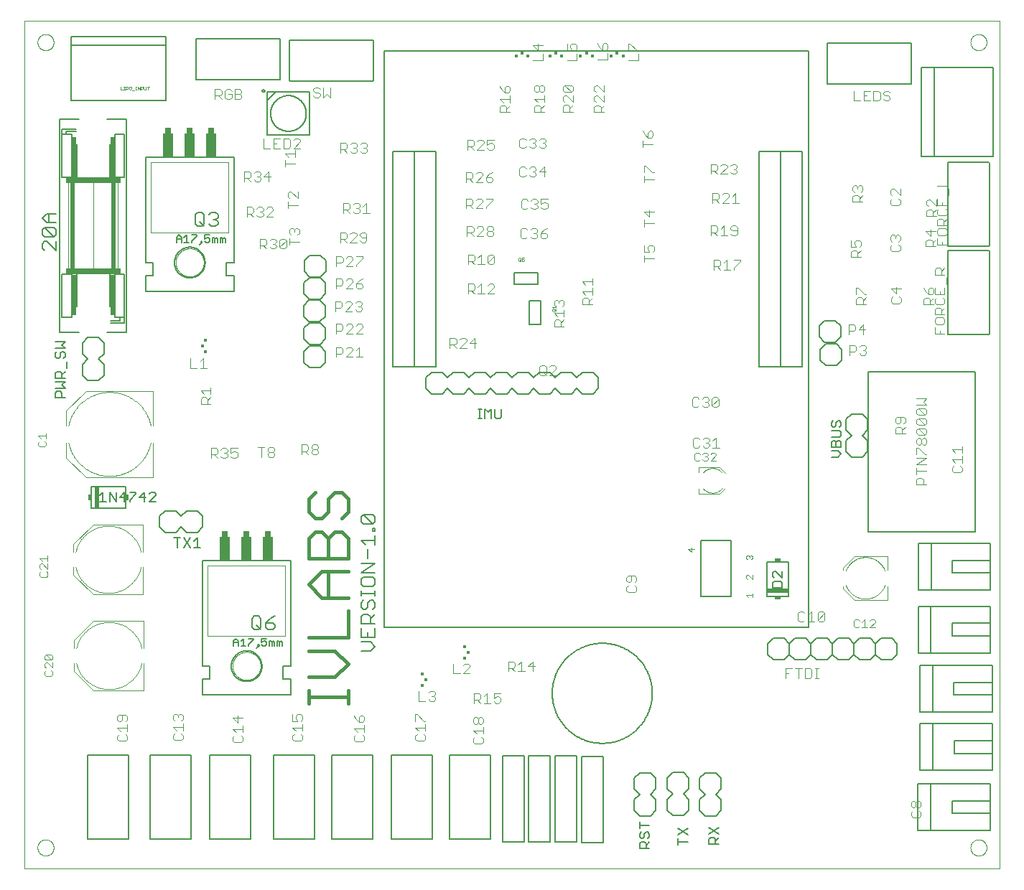
<source format=gto>
G75*
%MOIN*%
%OFA0B0*%
%FSLAX25Y25*%
%IPPOS*%
%LPD*%
%AMOC8*
5,1,8,0,0,1.08239X$1,22.5*
%
%ADD10C,0.00000*%
%ADD11C,0.01600*%
%ADD12C,0.00600*%
%ADD13R,0.02000X0.10000*%
%ADD14R,0.01500X0.03000*%
%ADD15C,0.00500*%
%ADD16C,0.00400*%
%ADD17C,0.00300*%
%ADD18R,0.10000X0.02000*%
%ADD19R,0.03000X0.01500*%
%ADD20C,0.00800*%
%ADD21R,0.01673X0.01280*%
%ADD22R,0.01378X0.01378*%
%ADD23R,0.01280X0.01673*%
%ADD24C,0.00100*%
%ADD25C,0.00200*%
%ADD26R,0.04500X0.02500*%
%ADD27R,0.16000X0.02500*%
%ADD28R,0.02000X0.40000*%
%ADD29R,0.00500X0.15500*%
%ADD30R,0.02000X0.19000*%
%ADD31C,0.00700*%
%ADD32R,0.03000X0.02500*%
%ADD33R,0.05000X0.11000*%
D10*
X0001000Y0001000D02*
X0001000Y0394701D01*
X0453756Y0394701D01*
X0453756Y0001000D01*
X0001000Y0001000D01*
X0007103Y0010843D02*
X0007105Y0010965D01*
X0007111Y0011086D01*
X0007121Y0011208D01*
X0007135Y0011329D01*
X0007152Y0011449D01*
X0007174Y0011569D01*
X0007200Y0011688D01*
X0007229Y0011806D01*
X0007262Y0011923D01*
X0007299Y0012039D01*
X0007340Y0012154D01*
X0007385Y0012267D01*
X0007433Y0012379D01*
X0007485Y0012489D01*
X0007540Y0012598D01*
X0007599Y0012704D01*
X0007661Y0012809D01*
X0007727Y0012911D01*
X0007796Y0013012D01*
X0007868Y0013110D01*
X0007944Y0013205D01*
X0008022Y0013298D01*
X0008103Y0013389D01*
X0008188Y0013477D01*
X0008275Y0013562D01*
X0008365Y0013644D01*
X0008457Y0013723D01*
X0008552Y0013799D01*
X0008650Y0013872D01*
X0008749Y0013942D01*
X0008851Y0014009D01*
X0008955Y0014072D01*
X0009062Y0014131D01*
X0009170Y0014188D01*
X0009279Y0014240D01*
X0009391Y0014290D01*
X0009504Y0014335D01*
X0009618Y0014377D01*
X0009734Y0014415D01*
X0009851Y0014449D01*
X0009968Y0014479D01*
X0010087Y0014506D01*
X0010207Y0014529D01*
X0010327Y0014547D01*
X0010448Y0014562D01*
X0010569Y0014573D01*
X0010691Y0014580D01*
X0010813Y0014583D01*
X0010934Y0014582D01*
X0011056Y0014577D01*
X0011177Y0014568D01*
X0011298Y0014555D01*
X0011419Y0014538D01*
X0011539Y0014518D01*
X0011658Y0014493D01*
X0011777Y0014465D01*
X0011894Y0014432D01*
X0012010Y0014396D01*
X0012125Y0014356D01*
X0012239Y0014313D01*
X0012351Y0014265D01*
X0012462Y0014215D01*
X0012571Y0014160D01*
X0012678Y0014102D01*
X0012783Y0014041D01*
X0012886Y0013976D01*
X0012987Y0013908D01*
X0013085Y0013836D01*
X0013182Y0013762D01*
X0013275Y0013684D01*
X0013367Y0013603D01*
X0013455Y0013520D01*
X0013541Y0013433D01*
X0013624Y0013344D01*
X0013704Y0013252D01*
X0013781Y0013158D01*
X0013854Y0013061D01*
X0013925Y0012962D01*
X0013992Y0012860D01*
X0014056Y0012757D01*
X0014117Y0012651D01*
X0014174Y0012544D01*
X0014228Y0012434D01*
X0014278Y0012323D01*
X0014324Y0012211D01*
X0014367Y0012097D01*
X0014406Y0011981D01*
X0014441Y0011865D01*
X0014472Y0011747D01*
X0014500Y0011629D01*
X0014523Y0011509D01*
X0014543Y0011389D01*
X0014559Y0011268D01*
X0014571Y0011147D01*
X0014579Y0011026D01*
X0014583Y0010904D01*
X0014583Y0010782D01*
X0014579Y0010660D01*
X0014571Y0010539D01*
X0014559Y0010418D01*
X0014543Y0010297D01*
X0014523Y0010177D01*
X0014500Y0010057D01*
X0014472Y0009939D01*
X0014441Y0009821D01*
X0014406Y0009705D01*
X0014367Y0009589D01*
X0014324Y0009475D01*
X0014278Y0009363D01*
X0014228Y0009252D01*
X0014174Y0009142D01*
X0014117Y0009035D01*
X0014056Y0008929D01*
X0013992Y0008826D01*
X0013925Y0008724D01*
X0013854Y0008625D01*
X0013781Y0008528D01*
X0013704Y0008434D01*
X0013624Y0008342D01*
X0013541Y0008253D01*
X0013455Y0008166D01*
X0013367Y0008083D01*
X0013275Y0008002D01*
X0013182Y0007924D01*
X0013085Y0007850D01*
X0012987Y0007778D01*
X0012886Y0007710D01*
X0012783Y0007645D01*
X0012678Y0007584D01*
X0012571Y0007526D01*
X0012462Y0007471D01*
X0012351Y0007421D01*
X0012239Y0007373D01*
X0012125Y0007330D01*
X0012010Y0007290D01*
X0011894Y0007254D01*
X0011777Y0007221D01*
X0011658Y0007193D01*
X0011539Y0007168D01*
X0011419Y0007148D01*
X0011298Y0007131D01*
X0011177Y0007118D01*
X0011056Y0007109D01*
X0010934Y0007104D01*
X0010813Y0007103D01*
X0010691Y0007106D01*
X0010569Y0007113D01*
X0010448Y0007124D01*
X0010327Y0007139D01*
X0010207Y0007157D01*
X0010087Y0007180D01*
X0009968Y0007207D01*
X0009851Y0007237D01*
X0009734Y0007271D01*
X0009618Y0007309D01*
X0009504Y0007351D01*
X0009391Y0007396D01*
X0009279Y0007446D01*
X0009170Y0007498D01*
X0009062Y0007555D01*
X0008955Y0007614D01*
X0008851Y0007677D01*
X0008749Y0007744D01*
X0008650Y0007814D01*
X0008552Y0007887D01*
X0008457Y0007963D01*
X0008365Y0008042D01*
X0008275Y0008124D01*
X0008188Y0008209D01*
X0008103Y0008297D01*
X0008022Y0008388D01*
X0007944Y0008481D01*
X0007868Y0008576D01*
X0007796Y0008674D01*
X0007727Y0008775D01*
X0007661Y0008877D01*
X0007599Y0008982D01*
X0007540Y0009088D01*
X0007485Y0009197D01*
X0007433Y0009307D01*
X0007385Y0009419D01*
X0007340Y0009532D01*
X0007299Y0009647D01*
X0007262Y0009763D01*
X0007229Y0009880D01*
X0007200Y0009998D01*
X0007174Y0010117D01*
X0007152Y0010237D01*
X0007135Y0010357D01*
X0007121Y0010478D01*
X0007111Y0010600D01*
X0007105Y0010721D01*
X0007103Y0010843D01*
X0097650Y0095189D02*
X0097652Y0095350D01*
X0097658Y0095510D01*
X0097668Y0095671D01*
X0097682Y0095831D01*
X0097700Y0095991D01*
X0097721Y0096150D01*
X0097747Y0096309D01*
X0097777Y0096467D01*
X0097810Y0096624D01*
X0097848Y0096781D01*
X0097889Y0096936D01*
X0097934Y0097090D01*
X0097983Y0097243D01*
X0098036Y0097395D01*
X0098092Y0097546D01*
X0098153Y0097695D01*
X0098216Y0097843D01*
X0098284Y0097989D01*
X0098355Y0098133D01*
X0098429Y0098275D01*
X0098507Y0098416D01*
X0098589Y0098554D01*
X0098674Y0098691D01*
X0098762Y0098825D01*
X0098854Y0098957D01*
X0098949Y0099087D01*
X0099047Y0099215D01*
X0099148Y0099340D01*
X0099252Y0099462D01*
X0099359Y0099582D01*
X0099469Y0099699D01*
X0099582Y0099814D01*
X0099698Y0099925D01*
X0099817Y0100034D01*
X0099938Y0100139D01*
X0100062Y0100242D01*
X0100188Y0100342D01*
X0100316Y0100438D01*
X0100447Y0100531D01*
X0100581Y0100621D01*
X0100716Y0100708D01*
X0100854Y0100791D01*
X0100993Y0100871D01*
X0101135Y0100947D01*
X0101278Y0101020D01*
X0101423Y0101089D01*
X0101570Y0101155D01*
X0101718Y0101217D01*
X0101868Y0101275D01*
X0102019Y0101330D01*
X0102172Y0101381D01*
X0102326Y0101428D01*
X0102481Y0101471D01*
X0102637Y0101510D01*
X0102793Y0101546D01*
X0102951Y0101577D01*
X0103109Y0101605D01*
X0103268Y0101629D01*
X0103428Y0101649D01*
X0103588Y0101665D01*
X0103748Y0101677D01*
X0103909Y0101685D01*
X0104070Y0101689D01*
X0104230Y0101689D01*
X0104391Y0101685D01*
X0104552Y0101677D01*
X0104712Y0101665D01*
X0104872Y0101649D01*
X0105032Y0101629D01*
X0105191Y0101605D01*
X0105349Y0101577D01*
X0105507Y0101546D01*
X0105663Y0101510D01*
X0105819Y0101471D01*
X0105974Y0101428D01*
X0106128Y0101381D01*
X0106281Y0101330D01*
X0106432Y0101275D01*
X0106582Y0101217D01*
X0106730Y0101155D01*
X0106877Y0101089D01*
X0107022Y0101020D01*
X0107165Y0100947D01*
X0107307Y0100871D01*
X0107446Y0100791D01*
X0107584Y0100708D01*
X0107719Y0100621D01*
X0107853Y0100531D01*
X0107984Y0100438D01*
X0108112Y0100342D01*
X0108238Y0100242D01*
X0108362Y0100139D01*
X0108483Y0100034D01*
X0108602Y0099925D01*
X0108718Y0099814D01*
X0108831Y0099699D01*
X0108941Y0099582D01*
X0109048Y0099462D01*
X0109152Y0099340D01*
X0109253Y0099215D01*
X0109351Y0099087D01*
X0109446Y0098957D01*
X0109538Y0098825D01*
X0109626Y0098691D01*
X0109711Y0098554D01*
X0109793Y0098416D01*
X0109871Y0098275D01*
X0109945Y0098133D01*
X0110016Y0097989D01*
X0110084Y0097843D01*
X0110147Y0097695D01*
X0110208Y0097546D01*
X0110264Y0097395D01*
X0110317Y0097243D01*
X0110366Y0097090D01*
X0110411Y0096936D01*
X0110452Y0096781D01*
X0110490Y0096624D01*
X0110523Y0096467D01*
X0110553Y0096309D01*
X0110579Y0096150D01*
X0110600Y0095991D01*
X0110618Y0095831D01*
X0110632Y0095671D01*
X0110642Y0095510D01*
X0110648Y0095350D01*
X0110650Y0095189D01*
X0110648Y0095028D01*
X0110642Y0094868D01*
X0110632Y0094707D01*
X0110618Y0094547D01*
X0110600Y0094387D01*
X0110579Y0094228D01*
X0110553Y0094069D01*
X0110523Y0093911D01*
X0110490Y0093754D01*
X0110452Y0093597D01*
X0110411Y0093442D01*
X0110366Y0093288D01*
X0110317Y0093135D01*
X0110264Y0092983D01*
X0110208Y0092832D01*
X0110147Y0092683D01*
X0110084Y0092535D01*
X0110016Y0092389D01*
X0109945Y0092245D01*
X0109871Y0092103D01*
X0109793Y0091962D01*
X0109711Y0091824D01*
X0109626Y0091687D01*
X0109538Y0091553D01*
X0109446Y0091421D01*
X0109351Y0091291D01*
X0109253Y0091163D01*
X0109152Y0091038D01*
X0109048Y0090916D01*
X0108941Y0090796D01*
X0108831Y0090679D01*
X0108718Y0090564D01*
X0108602Y0090453D01*
X0108483Y0090344D01*
X0108362Y0090239D01*
X0108238Y0090136D01*
X0108112Y0090036D01*
X0107984Y0089940D01*
X0107853Y0089847D01*
X0107719Y0089757D01*
X0107584Y0089670D01*
X0107446Y0089587D01*
X0107307Y0089507D01*
X0107165Y0089431D01*
X0107022Y0089358D01*
X0106877Y0089289D01*
X0106730Y0089223D01*
X0106582Y0089161D01*
X0106432Y0089103D01*
X0106281Y0089048D01*
X0106128Y0088997D01*
X0105974Y0088950D01*
X0105819Y0088907D01*
X0105663Y0088868D01*
X0105507Y0088832D01*
X0105349Y0088801D01*
X0105191Y0088773D01*
X0105032Y0088749D01*
X0104872Y0088729D01*
X0104712Y0088713D01*
X0104552Y0088701D01*
X0104391Y0088693D01*
X0104230Y0088689D01*
X0104070Y0088689D01*
X0103909Y0088693D01*
X0103748Y0088701D01*
X0103588Y0088713D01*
X0103428Y0088729D01*
X0103268Y0088749D01*
X0103109Y0088773D01*
X0102951Y0088801D01*
X0102793Y0088832D01*
X0102637Y0088868D01*
X0102481Y0088907D01*
X0102326Y0088950D01*
X0102172Y0088997D01*
X0102019Y0089048D01*
X0101868Y0089103D01*
X0101718Y0089161D01*
X0101570Y0089223D01*
X0101423Y0089289D01*
X0101278Y0089358D01*
X0101135Y0089431D01*
X0100993Y0089507D01*
X0100854Y0089587D01*
X0100716Y0089670D01*
X0100581Y0089757D01*
X0100447Y0089847D01*
X0100316Y0089940D01*
X0100188Y0090036D01*
X0100062Y0090136D01*
X0099938Y0090239D01*
X0099817Y0090344D01*
X0099698Y0090453D01*
X0099582Y0090564D01*
X0099469Y0090679D01*
X0099359Y0090796D01*
X0099252Y0090916D01*
X0099148Y0091038D01*
X0099047Y0091163D01*
X0098949Y0091291D01*
X0098854Y0091421D01*
X0098762Y0091553D01*
X0098674Y0091687D01*
X0098589Y0091824D01*
X0098507Y0091962D01*
X0098429Y0092103D01*
X0098355Y0092245D01*
X0098284Y0092389D01*
X0098216Y0092535D01*
X0098153Y0092683D01*
X0098092Y0092832D01*
X0098036Y0092983D01*
X0097983Y0093135D01*
X0097934Y0093288D01*
X0097889Y0093442D01*
X0097848Y0093597D01*
X0097810Y0093754D01*
X0097777Y0093911D01*
X0097747Y0094069D01*
X0097721Y0094228D01*
X0097700Y0094387D01*
X0097682Y0094547D01*
X0097668Y0094707D01*
X0097658Y0094868D01*
X0097652Y0095028D01*
X0097650Y0095189D01*
X0071272Y0282591D02*
X0071274Y0282752D01*
X0071280Y0282912D01*
X0071290Y0283073D01*
X0071304Y0283233D01*
X0071322Y0283393D01*
X0071343Y0283552D01*
X0071369Y0283711D01*
X0071399Y0283869D01*
X0071432Y0284026D01*
X0071470Y0284183D01*
X0071511Y0284338D01*
X0071556Y0284492D01*
X0071605Y0284645D01*
X0071658Y0284797D01*
X0071714Y0284948D01*
X0071775Y0285097D01*
X0071838Y0285245D01*
X0071906Y0285391D01*
X0071977Y0285535D01*
X0072051Y0285677D01*
X0072129Y0285818D01*
X0072211Y0285956D01*
X0072296Y0286093D01*
X0072384Y0286227D01*
X0072476Y0286359D01*
X0072571Y0286489D01*
X0072669Y0286617D01*
X0072770Y0286742D01*
X0072874Y0286864D01*
X0072981Y0286984D01*
X0073091Y0287101D01*
X0073204Y0287216D01*
X0073320Y0287327D01*
X0073439Y0287436D01*
X0073560Y0287541D01*
X0073684Y0287644D01*
X0073810Y0287744D01*
X0073938Y0287840D01*
X0074069Y0287933D01*
X0074203Y0288023D01*
X0074338Y0288110D01*
X0074476Y0288193D01*
X0074615Y0288273D01*
X0074757Y0288349D01*
X0074900Y0288422D01*
X0075045Y0288491D01*
X0075192Y0288557D01*
X0075340Y0288619D01*
X0075490Y0288677D01*
X0075641Y0288732D01*
X0075794Y0288783D01*
X0075948Y0288830D01*
X0076103Y0288873D01*
X0076259Y0288912D01*
X0076415Y0288948D01*
X0076573Y0288979D01*
X0076731Y0289007D01*
X0076890Y0289031D01*
X0077050Y0289051D01*
X0077210Y0289067D01*
X0077370Y0289079D01*
X0077531Y0289087D01*
X0077692Y0289091D01*
X0077852Y0289091D01*
X0078013Y0289087D01*
X0078174Y0289079D01*
X0078334Y0289067D01*
X0078494Y0289051D01*
X0078654Y0289031D01*
X0078813Y0289007D01*
X0078971Y0288979D01*
X0079129Y0288948D01*
X0079285Y0288912D01*
X0079441Y0288873D01*
X0079596Y0288830D01*
X0079750Y0288783D01*
X0079903Y0288732D01*
X0080054Y0288677D01*
X0080204Y0288619D01*
X0080352Y0288557D01*
X0080499Y0288491D01*
X0080644Y0288422D01*
X0080787Y0288349D01*
X0080929Y0288273D01*
X0081068Y0288193D01*
X0081206Y0288110D01*
X0081341Y0288023D01*
X0081475Y0287933D01*
X0081606Y0287840D01*
X0081734Y0287744D01*
X0081860Y0287644D01*
X0081984Y0287541D01*
X0082105Y0287436D01*
X0082224Y0287327D01*
X0082340Y0287216D01*
X0082453Y0287101D01*
X0082563Y0286984D01*
X0082670Y0286864D01*
X0082774Y0286742D01*
X0082875Y0286617D01*
X0082973Y0286489D01*
X0083068Y0286359D01*
X0083160Y0286227D01*
X0083248Y0286093D01*
X0083333Y0285956D01*
X0083415Y0285818D01*
X0083493Y0285677D01*
X0083567Y0285535D01*
X0083638Y0285391D01*
X0083706Y0285245D01*
X0083769Y0285097D01*
X0083830Y0284948D01*
X0083886Y0284797D01*
X0083939Y0284645D01*
X0083988Y0284492D01*
X0084033Y0284338D01*
X0084074Y0284183D01*
X0084112Y0284026D01*
X0084145Y0283869D01*
X0084175Y0283711D01*
X0084201Y0283552D01*
X0084222Y0283393D01*
X0084240Y0283233D01*
X0084254Y0283073D01*
X0084264Y0282912D01*
X0084270Y0282752D01*
X0084272Y0282591D01*
X0084270Y0282430D01*
X0084264Y0282270D01*
X0084254Y0282109D01*
X0084240Y0281949D01*
X0084222Y0281789D01*
X0084201Y0281630D01*
X0084175Y0281471D01*
X0084145Y0281313D01*
X0084112Y0281156D01*
X0084074Y0280999D01*
X0084033Y0280844D01*
X0083988Y0280690D01*
X0083939Y0280537D01*
X0083886Y0280385D01*
X0083830Y0280234D01*
X0083769Y0280085D01*
X0083706Y0279937D01*
X0083638Y0279791D01*
X0083567Y0279647D01*
X0083493Y0279505D01*
X0083415Y0279364D01*
X0083333Y0279226D01*
X0083248Y0279089D01*
X0083160Y0278955D01*
X0083068Y0278823D01*
X0082973Y0278693D01*
X0082875Y0278565D01*
X0082774Y0278440D01*
X0082670Y0278318D01*
X0082563Y0278198D01*
X0082453Y0278081D01*
X0082340Y0277966D01*
X0082224Y0277855D01*
X0082105Y0277746D01*
X0081984Y0277641D01*
X0081860Y0277538D01*
X0081734Y0277438D01*
X0081606Y0277342D01*
X0081475Y0277249D01*
X0081341Y0277159D01*
X0081206Y0277072D01*
X0081068Y0276989D01*
X0080929Y0276909D01*
X0080787Y0276833D01*
X0080644Y0276760D01*
X0080499Y0276691D01*
X0080352Y0276625D01*
X0080204Y0276563D01*
X0080054Y0276505D01*
X0079903Y0276450D01*
X0079750Y0276399D01*
X0079596Y0276352D01*
X0079441Y0276309D01*
X0079285Y0276270D01*
X0079129Y0276234D01*
X0078971Y0276203D01*
X0078813Y0276175D01*
X0078654Y0276151D01*
X0078494Y0276131D01*
X0078334Y0276115D01*
X0078174Y0276103D01*
X0078013Y0276095D01*
X0077852Y0276091D01*
X0077692Y0276091D01*
X0077531Y0276095D01*
X0077370Y0276103D01*
X0077210Y0276115D01*
X0077050Y0276131D01*
X0076890Y0276151D01*
X0076731Y0276175D01*
X0076573Y0276203D01*
X0076415Y0276234D01*
X0076259Y0276270D01*
X0076103Y0276309D01*
X0075948Y0276352D01*
X0075794Y0276399D01*
X0075641Y0276450D01*
X0075490Y0276505D01*
X0075340Y0276563D01*
X0075192Y0276625D01*
X0075045Y0276691D01*
X0074900Y0276760D01*
X0074757Y0276833D01*
X0074615Y0276909D01*
X0074476Y0276989D01*
X0074338Y0277072D01*
X0074203Y0277159D01*
X0074069Y0277249D01*
X0073938Y0277342D01*
X0073810Y0277438D01*
X0073684Y0277538D01*
X0073560Y0277641D01*
X0073439Y0277746D01*
X0073320Y0277855D01*
X0073204Y0277966D01*
X0073091Y0278081D01*
X0072981Y0278198D01*
X0072874Y0278318D01*
X0072770Y0278440D01*
X0072669Y0278565D01*
X0072571Y0278693D01*
X0072476Y0278823D01*
X0072384Y0278955D01*
X0072296Y0279089D01*
X0072211Y0279226D01*
X0072129Y0279364D01*
X0072051Y0279505D01*
X0071977Y0279647D01*
X0071906Y0279791D01*
X0071838Y0279937D01*
X0071775Y0280085D01*
X0071714Y0280234D01*
X0071658Y0280385D01*
X0071605Y0280537D01*
X0071556Y0280690D01*
X0071511Y0280844D01*
X0071470Y0280999D01*
X0071432Y0281156D01*
X0071399Y0281313D01*
X0071369Y0281471D01*
X0071343Y0281630D01*
X0071322Y0281789D01*
X0071304Y0281949D01*
X0071290Y0282109D01*
X0071280Y0282270D01*
X0071274Y0282430D01*
X0071272Y0282591D01*
X0007103Y0384858D02*
X0007105Y0384980D01*
X0007111Y0385101D01*
X0007121Y0385223D01*
X0007135Y0385344D01*
X0007152Y0385464D01*
X0007174Y0385584D01*
X0007200Y0385703D01*
X0007229Y0385821D01*
X0007262Y0385938D01*
X0007299Y0386054D01*
X0007340Y0386169D01*
X0007385Y0386282D01*
X0007433Y0386394D01*
X0007485Y0386504D01*
X0007540Y0386613D01*
X0007599Y0386719D01*
X0007661Y0386824D01*
X0007727Y0386926D01*
X0007796Y0387027D01*
X0007868Y0387125D01*
X0007944Y0387220D01*
X0008022Y0387313D01*
X0008103Y0387404D01*
X0008188Y0387492D01*
X0008275Y0387577D01*
X0008365Y0387659D01*
X0008457Y0387738D01*
X0008552Y0387814D01*
X0008650Y0387887D01*
X0008749Y0387957D01*
X0008851Y0388024D01*
X0008955Y0388087D01*
X0009062Y0388146D01*
X0009170Y0388203D01*
X0009279Y0388255D01*
X0009391Y0388305D01*
X0009504Y0388350D01*
X0009618Y0388392D01*
X0009734Y0388430D01*
X0009851Y0388464D01*
X0009968Y0388494D01*
X0010087Y0388521D01*
X0010207Y0388544D01*
X0010327Y0388562D01*
X0010448Y0388577D01*
X0010569Y0388588D01*
X0010691Y0388595D01*
X0010813Y0388598D01*
X0010934Y0388597D01*
X0011056Y0388592D01*
X0011177Y0388583D01*
X0011298Y0388570D01*
X0011419Y0388553D01*
X0011539Y0388533D01*
X0011658Y0388508D01*
X0011777Y0388480D01*
X0011894Y0388447D01*
X0012010Y0388411D01*
X0012125Y0388371D01*
X0012239Y0388328D01*
X0012351Y0388280D01*
X0012462Y0388230D01*
X0012571Y0388175D01*
X0012678Y0388117D01*
X0012783Y0388056D01*
X0012886Y0387991D01*
X0012987Y0387923D01*
X0013085Y0387851D01*
X0013182Y0387777D01*
X0013275Y0387699D01*
X0013367Y0387618D01*
X0013455Y0387535D01*
X0013541Y0387448D01*
X0013624Y0387359D01*
X0013704Y0387267D01*
X0013781Y0387173D01*
X0013854Y0387076D01*
X0013925Y0386977D01*
X0013992Y0386875D01*
X0014056Y0386772D01*
X0014117Y0386666D01*
X0014174Y0386559D01*
X0014228Y0386449D01*
X0014278Y0386338D01*
X0014324Y0386226D01*
X0014367Y0386112D01*
X0014406Y0385996D01*
X0014441Y0385880D01*
X0014472Y0385762D01*
X0014500Y0385644D01*
X0014523Y0385524D01*
X0014543Y0385404D01*
X0014559Y0385283D01*
X0014571Y0385162D01*
X0014579Y0385041D01*
X0014583Y0384919D01*
X0014583Y0384797D01*
X0014579Y0384675D01*
X0014571Y0384554D01*
X0014559Y0384433D01*
X0014543Y0384312D01*
X0014523Y0384192D01*
X0014500Y0384072D01*
X0014472Y0383954D01*
X0014441Y0383836D01*
X0014406Y0383720D01*
X0014367Y0383604D01*
X0014324Y0383490D01*
X0014278Y0383378D01*
X0014228Y0383267D01*
X0014174Y0383157D01*
X0014117Y0383050D01*
X0014056Y0382944D01*
X0013992Y0382841D01*
X0013925Y0382739D01*
X0013854Y0382640D01*
X0013781Y0382543D01*
X0013704Y0382449D01*
X0013624Y0382357D01*
X0013541Y0382268D01*
X0013455Y0382181D01*
X0013367Y0382098D01*
X0013275Y0382017D01*
X0013182Y0381939D01*
X0013085Y0381865D01*
X0012987Y0381793D01*
X0012886Y0381725D01*
X0012783Y0381660D01*
X0012678Y0381599D01*
X0012571Y0381541D01*
X0012462Y0381486D01*
X0012351Y0381436D01*
X0012239Y0381388D01*
X0012125Y0381345D01*
X0012010Y0381305D01*
X0011894Y0381269D01*
X0011777Y0381236D01*
X0011658Y0381208D01*
X0011539Y0381183D01*
X0011419Y0381163D01*
X0011298Y0381146D01*
X0011177Y0381133D01*
X0011056Y0381124D01*
X0010934Y0381119D01*
X0010813Y0381118D01*
X0010691Y0381121D01*
X0010569Y0381128D01*
X0010448Y0381139D01*
X0010327Y0381154D01*
X0010207Y0381172D01*
X0010087Y0381195D01*
X0009968Y0381222D01*
X0009851Y0381252D01*
X0009734Y0381286D01*
X0009618Y0381324D01*
X0009504Y0381366D01*
X0009391Y0381411D01*
X0009279Y0381461D01*
X0009170Y0381513D01*
X0009062Y0381570D01*
X0008955Y0381629D01*
X0008851Y0381692D01*
X0008749Y0381759D01*
X0008650Y0381829D01*
X0008552Y0381902D01*
X0008457Y0381978D01*
X0008365Y0382057D01*
X0008275Y0382139D01*
X0008188Y0382224D01*
X0008103Y0382312D01*
X0008022Y0382403D01*
X0007944Y0382496D01*
X0007868Y0382591D01*
X0007796Y0382689D01*
X0007727Y0382790D01*
X0007661Y0382892D01*
X0007599Y0382997D01*
X0007540Y0383103D01*
X0007485Y0383212D01*
X0007433Y0383322D01*
X0007385Y0383434D01*
X0007340Y0383547D01*
X0007299Y0383662D01*
X0007262Y0383778D01*
X0007229Y0383895D01*
X0007200Y0384013D01*
X0007174Y0384132D01*
X0007152Y0384252D01*
X0007135Y0384372D01*
X0007121Y0384493D01*
X0007111Y0384615D01*
X0007105Y0384736D01*
X0007103Y0384858D01*
X0440173Y0384858D02*
X0440175Y0384980D01*
X0440181Y0385101D01*
X0440191Y0385223D01*
X0440205Y0385344D01*
X0440222Y0385464D01*
X0440244Y0385584D01*
X0440270Y0385703D01*
X0440299Y0385821D01*
X0440332Y0385938D01*
X0440369Y0386054D01*
X0440410Y0386169D01*
X0440455Y0386282D01*
X0440503Y0386394D01*
X0440555Y0386504D01*
X0440610Y0386613D01*
X0440669Y0386719D01*
X0440731Y0386824D01*
X0440797Y0386926D01*
X0440866Y0387027D01*
X0440938Y0387125D01*
X0441014Y0387220D01*
X0441092Y0387313D01*
X0441173Y0387404D01*
X0441258Y0387492D01*
X0441345Y0387577D01*
X0441435Y0387659D01*
X0441527Y0387738D01*
X0441622Y0387814D01*
X0441720Y0387887D01*
X0441819Y0387957D01*
X0441921Y0388024D01*
X0442025Y0388087D01*
X0442132Y0388146D01*
X0442240Y0388203D01*
X0442349Y0388255D01*
X0442461Y0388305D01*
X0442574Y0388350D01*
X0442688Y0388392D01*
X0442804Y0388430D01*
X0442921Y0388464D01*
X0443038Y0388494D01*
X0443157Y0388521D01*
X0443277Y0388544D01*
X0443397Y0388562D01*
X0443518Y0388577D01*
X0443639Y0388588D01*
X0443761Y0388595D01*
X0443883Y0388598D01*
X0444004Y0388597D01*
X0444126Y0388592D01*
X0444247Y0388583D01*
X0444368Y0388570D01*
X0444489Y0388553D01*
X0444609Y0388533D01*
X0444728Y0388508D01*
X0444847Y0388480D01*
X0444964Y0388447D01*
X0445080Y0388411D01*
X0445195Y0388371D01*
X0445309Y0388328D01*
X0445421Y0388280D01*
X0445532Y0388230D01*
X0445641Y0388175D01*
X0445748Y0388117D01*
X0445853Y0388056D01*
X0445956Y0387991D01*
X0446057Y0387923D01*
X0446155Y0387851D01*
X0446252Y0387777D01*
X0446345Y0387699D01*
X0446437Y0387618D01*
X0446525Y0387535D01*
X0446611Y0387448D01*
X0446694Y0387359D01*
X0446774Y0387267D01*
X0446851Y0387173D01*
X0446924Y0387076D01*
X0446995Y0386977D01*
X0447062Y0386875D01*
X0447126Y0386772D01*
X0447187Y0386666D01*
X0447244Y0386559D01*
X0447298Y0386449D01*
X0447348Y0386338D01*
X0447394Y0386226D01*
X0447437Y0386112D01*
X0447476Y0385996D01*
X0447511Y0385880D01*
X0447542Y0385762D01*
X0447570Y0385644D01*
X0447593Y0385524D01*
X0447613Y0385404D01*
X0447629Y0385283D01*
X0447641Y0385162D01*
X0447649Y0385041D01*
X0447653Y0384919D01*
X0447653Y0384797D01*
X0447649Y0384675D01*
X0447641Y0384554D01*
X0447629Y0384433D01*
X0447613Y0384312D01*
X0447593Y0384192D01*
X0447570Y0384072D01*
X0447542Y0383954D01*
X0447511Y0383836D01*
X0447476Y0383720D01*
X0447437Y0383604D01*
X0447394Y0383490D01*
X0447348Y0383378D01*
X0447298Y0383267D01*
X0447244Y0383157D01*
X0447187Y0383050D01*
X0447126Y0382944D01*
X0447062Y0382841D01*
X0446995Y0382739D01*
X0446924Y0382640D01*
X0446851Y0382543D01*
X0446774Y0382449D01*
X0446694Y0382357D01*
X0446611Y0382268D01*
X0446525Y0382181D01*
X0446437Y0382098D01*
X0446345Y0382017D01*
X0446252Y0381939D01*
X0446155Y0381865D01*
X0446057Y0381793D01*
X0445956Y0381725D01*
X0445853Y0381660D01*
X0445748Y0381599D01*
X0445641Y0381541D01*
X0445532Y0381486D01*
X0445421Y0381436D01*
X0445309Y0381388D01*
X0445195Y0381345D01*
X0445080Y0381305D01*
X0444964Y0381269D01*
X0444847Y0381236D01*
X0444728Y0381208D01*
X0444609Y0381183D01*
X0444489Y0381163D01*
X0444368Y0381146D01*
X0444247Y0381133D01*
X0444126Y0381124D01*
X0444004Y0381119D01*
X0443883Y0381118D01*
X0443761Y0381121D01*
X0443639Y0381128D01*
X0443518Y0381139D01*
X0443397Y0381154D01*
X0443277Y0381172D01*
X0443157Y0381195D01*
X0443038Y0381222D01*
X0442921Y0381252D01*
X0442804Y0381286D01*
X0442688Y0381324D01*
X0442574Y0381366D01*
X0442461Y0381411D01*
X0442349Y0381461D01*
X0442240Y0381513D01*
X0442132Y0381570D01*
X0442025Y0381629D01*
X0441921Y0381692D01*
X0441819Y0381759D01*
X0441720Y0381829D01*
X0441622Y0381902D01*
X0441527Y0381978D01*
X0441435Y0382057D01*
X0441345Y0382139D01*
X0441258Y0382224D01*
X0441173Y0382312D01*
X0441092Y0382403D01*
X0441014Y0382496D01*
X0440938Y0382591D01*
X0440866Y0382689D01*
X0440797Y0382790D01*
X0440731Y0382892D01*
X0440669Y0382997D01*
X0440610Y0383103D01*
X0440555Y0383212D01*
X0440503Y0383322D01*
X0440455Y0383434D01*
X0440410Y0383547D01*
X0440369Y0383662D01*
X0440332Y0383778D01*
X0440299Y0383895D01*
X0440270Y0384013D01*
X0440244Y0384132D01*
X0440222Y0384252D01*
X0440205Y0384372D01*
X0440191Y0384493D01*
X0440181Y0384615D01*
X0440175Y0384736D01*
X0440173Y0384858D01*
X0440173Y0010843D02*
X0440175Y0010965D01*
X0440181Y0011086D01*
X0440191Y0011208D01*
X0440205Y0011329D01*
X0440222Y0011449D01*
X0440244Y0011569D01*
X0440270Y0011688D01*
X0440299Y0011806D01*
X0440332Y0011923D01*
X0440369Y0012039D01*
X0440410Y0012154D01*
X0440455Y0012267D01*
X0440503Y0012379D01*
X0440555Y0012489D01*
X0440610Y0012598D01*
X0440669Y0012704D01*
X0440731Y0012809D01*
X0440797Y0012911D01*
X0440866Y0013012D01*
X0440938Y0013110D01*
X0441014Y0013205D01*
X0441092Y0013298D01*
X0441173Y0013389D01*
X0441258Y0013477D01*
X0441345Y0013562D01*
X0441435Y0013644D01*
X0441527Y0013723D01*
X0441622Y0013799D01*
X0441720Y0013872D01*
X0441819Y0013942D01*
X0441921Y0014009D01*
X0442025Y0014072D01*
X0442132Y0014131D01*
X0442240Y0014188D01*
X0442349Y0014240D01*
X0442461Y0014290D01*
X0442574Y0014335D01*
X0442688Y0014377D01*
X0442804Y0014415D01*
X0442921Y0014449D01*
X0443038Y0014479D01*
X0443157Y0014506D01*
X0443277Y0014529D01*
X0443397Y0014547D01*
X0443518Y0014562D01*
X0443639Y0014573D01*
X0443761Y0014580D01*
X0443883Y0014583D01*
X0444004Y0014582D01*
X0444126Y0014577D01*
X0444247Y0014568D01*
X0444368Y0014555D01*
X0444489Y0014538D01*
X0444609Y0014518D01*
X0444728Y0014493D01*
X0444847Y0014465D01*
X0444964Y0014432D01*
X0445080Y0014396D01*
X0445195Y0014356D01*
X0445309Y0014313D01*
X0445421Y0014265D01*
X0445532Y0014215D01*
X0445641Y0014160D01*
X0445748Y0014102D01*
X0445853Y0014041D01*
X0445956Y0013976D01*
X0446057Y0013908D01*
X0446155Y0013836D01*
X0446252Y0013762D01*
X0446345Y0013684D01*
X0446437Y0013603D01*
X0446525Y0013520D01*
X0446611Y0013433D01*
X0446694Y0013344D01*
X0446774Y0013252D01*
X0446851Y0013158D01*
X0446924Y0013061D01*
X0446995Y0012962D01*
X0447062Y0012860D01*
X0447126Y0012757D01*
X0447187Y0012651D01*
X0447244Y0012544D01*
X0447298Y0012434D01*
X0447348Y0012323D01*
X0447394Y0012211D01*
X0447437Y0012097D01*
X0447476Y0011981D01*
X0447511Y0011865D01*
X0447542Y0011747D01*
X0447570Y0011629D01*
X0447593Y0011509D01*
X0447613Y0011389D01*
X0447629Y0011268D01*
X0447641Y0011147D01*
X0447649Y0011026D01*
X0447653Y0010904D01*
X0447653Y0010782D01*
X0447649Y0010660D01*
X0447641Y0010539D01*
X0447629Y0010418D01*
X0447613Y0010297D01*
X0447593Y0010177D01*
X0447570Y0010057D01*
X0447542Y0009939D01*
X0447511Y0009821D01*
X0447476Y0009705D01*
X0447437Y0009589D01*
X0447394Y0009475D01*
X0447348Y0009363D01*
X0447298Y0009252D01*
X0447244Y0009142D01*
X0447187Y0009035D01*
X0447126Y0008929D01*
X0447062Y0008826D01*
X0446995Y0008724D01*
X0446924Y0008625D01*
X0446851Y0008528D01*
X0446774Y0008434D01*
X0446694Y0008342D01*
X0446611Y0008253D01*
X0446525Y0008166D01*
X0446437Y0008083D01*
X0446345Y0008002D01*
X0446252Y0007924D01*
X0446155Y0007850D01*
X0446057Y0007778D01*
X0445956Y0007710D01*
X0445853Y0007645D01*
X0445748Y0007584D01*
X0445641Y0007526D01*
X0445532Y0007471D01*
X0445421Y0007421D01*
X0445309Y0007373D01*
X0445195Y0007330D01*
X0445080Y0007290D01*
X0444964Y0007254D01*
X0444847Y0007221D01*
X0444728Y0007193D01*
X0444609Y0007168D01*
X0444489Y0007148D01*
X0444368Y0007131D01*
X0444247Y0007118D01*
X0444126Y0007109D01*
X0444004Y0007104D01*
X0443883Y0007103D01*
X0443761Y0007106D01*
X0443639Y0007113D01*
X0443518Y0007124D01*
X0443397Y0007139D01*
X0443277Y0007157D01*
X0443157Y0007180D01*
X0443038Y0007207D01*
X0442921Y0007237D01*
X0442804Y0007271D01*
X0442688Y0007309D01*
X0442574Y0007351D01*
X0442461Y0007396D01*
X0442349Y0007446D01*
X0442240Y0007498D01*
X0442132Y0007555D01*
X0442025Y0007614D01*
X0441921Y0007677D01*
X0441819Y0007744D01*
X0441720Y0007814D01*
X0441622Y0007887D01*
X0441527Y0007963D01*
X0441435Y0008042D01*
X0441345Y0008124D01*
X0441258Y0008209D01*
X0441173Y0008297D01*
X0441092Y0008388D01*
X0441014Y0008481D01*
X0440938Y0008576D01*
X0440866Y0008674D01*
X0440797Y0008775D01*
X0440731Y0008877D01*
X0440669Y0008982D01*
X0440610Y0009088D01*
X0440555Y0009197D01*
X0440503Y0009307D01*
X0440455Y0009419D01*
X0440410Y0009532D01*
X0440369Y0009647D01*
X0440332Y0009763D01*
X0440299Y0009880D01*
X0440270Y0009998D01*
X0440244Y0010117D01*
X0440222Y0010237D01*
X0440205Y0010357D01*
X0440191Y0010478D01*
X0440181Y0010600D01*
X0440175Y0010721D01*
X0440173Y0010843D01*
D11*
X0151302Y0077759D02*
X0151302Y0083898D01*
X0151302Y0080828D02*
X0132887Y0080828D01*
X0132887Y0077759D02*
X0132887Y0083898D01*
X0132887Y0090036D02*
X0145164Y0090036D01*
X0151302Y0096175D01*
X0145164Y0102313D01*
X0132887Y0102313D01*
X0132887Y0108452D02*
X0151302Y0108452D01*
X0151302Y0120729D01*
X0151302Y0126868D02*
X0139025Y0126868D01*
X0132887Y0133006D01*
X0139025Y0139145D01*
X0151302Y0139145D01*
X0151302Y0145283D02*
X0151302Y0154491D01*
X0148233Y0157561D01*
X0145164Y0157561D01*
X0142095Y0154491D01*
X0142095Y0145283D01*
X0142095Y0139145D02*
X0142095Y0126868D01*
X0151302Y0145283D02*
X0132887Y0145283D01*
X0132887Y0154491D01*
X0135956Y0157561D01*
X0139025Y0157561D01*
X0142095Y0154491D01*
X0139025Y0163699D02*
X0135956Y0163699D01*
X0132887Y0166768D01*
X0132887Y0172907D01*
X0135956Y0175976D01*
X0142095Y0172907D02*
X0142095Y0166768D01*
X0139025Y0163699D01*
X0148233Y0163699D02*
X0151302Y0166768D01*
X0151302Y0172907D01*
X0148233Y0175976D01*
X0145164Y0175976D01*
X0142095Y0172907D01*
D12*
X0157287Y0164374D02*
X0158354Y0165441D01*
X0162625Y0161171D01*
X0163692Y0162239D01*
X0163692Y0164374D01*
X0162625Y0165441D01*
X0158354Y0165441D01*
X0157287Y0164374D02*
X0157287Y0162239D01*
X0158354Y0161171D01*
X0162625Y0161171D01*
X0162625Y0159016D02*
X0163692Y0159016D01*
X0163692Y0157948D01*
X0162625Y0157948D01*
X0162625Y0159016D01*
X0163692Y0155773D02*
X0163692Y0151503D01*
X0163692Y0153638D02*
X0157287Y0153638D01*
X0159422Y0151503D01*
X0160489Y0149328D02*
X0160489Y0145057D01*
X0157287Y0142882D02*
X0163692Y0142882D01*
X0157287Y0138612D01*
X0163692Y0138612D01*
X0162625Y0136437D02*
X0158354Y0136437D01*
X0157287Y0135369D01*
X0157287Y0133234D01*
X0158354Y0132166D01*
X0162625Y0132166D01*
X0163692Y0133234D01*
X0163692Y0135369D01*
X0162625Y0136437D01*
X0163692Y0130005D02*
X0163692Y0127869D01*
X0163692Y0128937D02*
X0157287Y0128937D01*
X0157287Y0127869D02*
X0157287Y0130005D01*
X0158354Y0125694D02*
X0157287Y0124627D01*
X0157287Y0122491D01*
X0158354Y0121424D01*
X0159422Y0121424D01*
X0160489Y0122491D01*
X0160489Y0124627D01*
X0161557Y0125694D01*
X0162625Y0125694D01*
X0163692Y0124627D01*
X0163692Y0122491D01*
X0162625Y0121424D01*
X0163692Y0119249D02*
X0161557Y0117114D01*
X0161557Y0118181D02*
X0161557Y0114978D01*
X0163692Y0114978D02*
X0157287Y0114978D01*
X0157287Y0118181D01*
X0158354Y0119249D01*
X0160489Y0119249D01*
X0161557Y0118181D01*
X0163692Y0112803D02*
X0163692Y0108533D01*
X0157287Y0108533D01*
X0157287Y0112803D01*
X0160489Y0110668D02*
X0160489Y0108533D01*
X0161557Y0106358D02*
X0157287Y0106358D01*
X0161557Y0106358D02*
X0163692Y0104223D01*
X0161557Y0102087D01*
X0157287Y0102087D01*
X0061995Y0171387D02*
X0059059Y0171387D01*
X0061995Y0174322D01*
X0061995Y0175056D01*
X0061261Y0175790D01*
X0059793Y0175790D01*
X0059059Y0175056D01*
X0057391Y0173588D02*
X0054455Y0173588D01*
X0056657Y0175790D01*
X0056657Y0171387D01*
X0052787Y0175056D02*
X0049851Y0172121D01*
X0049851Y0171387D01*
X0047449Y0171387D02*
X0047449Y0175790D01*
X0045247Y0173588D01*
X0048183Y0173588D01*
X0049851Y0175790D02*
X0052787Y0175790D01*
X0052787Y0175056D01*
X0048039Y0178587D02*
X0032039Y0178587D01*
X0032039Y0168587D01*
X0048039Y0168587D01*
X0048039Y0178587D01*
X0043579Y0175790D02*
X0043579Y0171387D01*
X0040643Y0175790D01*
X0040643Y0171387D01*
X0038975Y0171387D02*
X0036039Y0171387D01*
X0037507Y0171387D02*
X0037507Y0175790D01*
X0036039Y0174322D01*
X0039439Y0250126D02*
X0048439Y0250126D01*
X0048439Y0349126D01*
X0039439Y0349126D01*
X0042939Y0342126D02*
X0042939Y0322126D01*
X0047439Y0322126D01*
X0047439Y0342126D01*
X0042939Y0342126D01*
X0026439Y0349126D02*
X0017439Y0349126D01*
X0017439Y0250126D01*
X0026439Y0250126D01*
X0022939Y0257126D02*
X0018439Y0257126D01*
X0018439Y0277126D01*
X0022939Y0277126D01*
X0022939Y0257126D01*
X0040939Y0255626D02*
X0045439Y0255626D01*
X0045439Y0257126D01*
X0042939Y0257126D01*
X0042939Y0277126D01*
X0047439Y0277126D01*
X0047439Y0257126D01*
X0047439Y0254626D01*
X0040939Y0254626D01*
X0045439Y0257126D02*
X0047439Y0257126D01*
X0022939Y0322126D02*
X0018439Y0322126D01*
X0018439Y0342126D01*
X0018439Y0344626D01*
X0024939Y0344626D01*
X0024939Y0343626D02*
X0020439Y0343626D01*
X0020439Y0342126D01*
X0022939Y0342126D01*
X0022939Y0322126D01*
X0020439Y0342126D02*
X0018439Y0342126D01*
X0228265Y0277704D02*
X0228265Y0272504D01*
X0239465Y0272504D01*
X0239465Y0277704D01*
X0228265Y0277704D01*
X0235436Y0264925D02*
X0240636Y0264925D01*
X0240636Y0253725D01*
X0235436Y0253725D01*
X0235436Y0264925D01*
X0345543Y0143640D02*
X0345543Y0127640D01*
X0355543Y0127640D01*
X0355543Y0143640D01*
X0345543Y0143640D01*
X0349074Y0139180D02*
X0348340Y0138446D01*
X0348340Y0136978D01*
X0349074Y0136244D01*
X0349074Y0134576D02*
X0348340Y0133842D01*
X0348340Y0131640D01*
X0352743Y0131640D01*
X0352743Y0133842D01*
X0352009Y0134576D01*
X0349074Y0134576D01*
X0352743Y0136244D02*
X0349807Y0139180D01*
X0349074Y0139180D01*
X0352743Y0139180D02*
X0352743Y0136244D01*
D13*
X0034539Y0173587D03*
D14*
X0031289Y0173587D03*
X0048789Y0173587D03*
D15*
X0070494Y0154804D02*
X0073497Y0154804D01*
X0071995Y0154804D02*
X0071995Y0150300D01*
X0075098Y0150300D02*
X0078101Y0154804D01*
X0079702Y0153303D02*
X0081203Y0154804D01*
X0081203Y0150300D01*
X0079702Y0150300D02*
X0082705Y0150300D01*
X0078101Y0150300D02*
X0075098Y0154804D01*
X0083650Y0144189D02*
X0083650Y0095189D01*
X0087150Y0095189D01*
X0087150Y0089189D01*
X0083650Y0089189D01*
X0083650Y0081689D01*
X0124650Y0081689D01*
X0124650Y0089189D01*
X0121150Y0089189D01*
X0121150Y0095189D01*
X0124650Y0095189D01*
X0124650Y0144189D01*
X0083650Y0144189D01*
X0099093Y0107942D02*
X0100228Y0106808D01*
X0100228Y0104539D01*
X0101550Y0104539D02*
X0103819Y0104539D01*
X0102685Y0104539D02*
X0102685Y0107942D01*
X0101550Y0106808D01*
X0100228Y0106240D02*
X0097959Y0106240D01*
X0097959Y0106808D02*
X0099093Y0107942D01*
X0097959Y0106808D02*
X0097959Y0104539D01*
X0105141Y0104539D02*
X0105141Y0105106D01*
X0107410Y0107375D01*
X0107410Y0107942D01*
X0105141Y0107942D01*
X0109300Y0105106D02*
X0109300Y0104539D01*
X0109867Y0104539D01*
X0109867Y0105106D01*
X0109300Y0105106D01*
X0109867Y0104539D02*
X0108732Y0103405D01*
X0111126Y0105106D02*
X0111694Y0104539D01*
X0112828Y0104539D01*
X0113395Y0105106D01*
X0113395Y0106240D01*
X0112828Y0106808D01*
X0112261Y0106808D01*
X0111126Y0106240D01*
X0111126Y0107942D01*
X0113395Y0107942D01*
X0114717Y0106808D02*
X0115285Y0106808D01*
X0115852Y0106240D01*
X0116419Y0106808D01*
X0116986Y0106240D01*
X0116986Y0104539D01*
X0115852Y0104539D02*
X0115852Y0106240D01*
X0114717Y0106808D02*
X0114717Y0104539D01*
X0118309Y0104539D02*
X0118309Y0106808D01*
X0118876Y0106808D01*
X0119443Y0106240D01*
X0120010Y0106808D01*
X0120577Y0106240D01*
X0120577Y0104539D01*
X0119443Y0104539D02*
X0119443Y0106240D01*
X0097050Y0095189D02*
X0097052Y0095363D01*
X0097059Y0095537D01*
X0097069Y0095711D01*
X0097084Y0095885D01*
X0097103Y0096058D01*
X0097127Y0096231D01*
X0097155Y0096403D01*
X0097186Y0096574D01*
X0097223Y0096745D01*
X0097263Y0096914D01*
X0097307Y0097083D01*
X0097356Y0097250D01*
X0097408Y0097416D01*
X0097465Y0097581D01*
X0097526Y0097744D01*
X0097590Y0097906D01*
X0097659Y0098066D01*
X0097732Y0098225D01*
X0097808Y0098381D01*
X0097888Y0098536D01*
X0097972Y0098689D01*
X0098060Y0098839D01*
X0098152Y0098987D01*
X0098247Y0099134D01*
X0098345Y0099277D01*
X0098447Y0099418D01*
X0098553Y0099557D01*
X0098662Y0099693D01*
X0098774Y0099827D01*
X0098889Y0099957D01*
X0099008Y0100085D01*
X0099130Y0100209D01*
X0099254Y0100331D01*
X0099382Y0100450D01*
X0099512Y0100565D01*
X0099646Y0100677D01*
X0099782Y0100786D01*
X0099921Y0100892D01*
X0100062Y0100994D01*
X0100205Y0101092D01*
X0100352Y0101187D01*
X0100500Y0101279D01*
X0100650Y0101367D01*
X0100803Y0101451D01*
X0100958Y0101531D01*
X0101114Y0101607D01*
X0101273Y0101680D01*
X0101433Y0101749D01*
X0101595Y0101813D01*
X0101758Y0101874D01*
X0101923Y0101931D01*
X0102089Y0101983D01*
X0102256Y0102032D01*
X0102425Y0102076D01*
X0102594Y0102116D01*
X0102765Y0102153D01*
X0102936Y0102184D01*
X0103108Y0102212D01*
X0103281Y0102236D01*
X0103454Y0102255D01*
X0103628Y0102270D01*
X0103802Y0102280D01*
X0103976Y0102287D01*
X0104150Y0102289D01*
X0104324Y0102287D01*
X0104498Y0102280D01*
X0104672Y0102270D01*
X0104846Y0102255D01*
X0105019Y0102236D01*
X0105192Y0102212D01*
X0105364Y0102184D01*
X0105535Y0102153D01*
X0105706Y0102116D01*
X0105875Y0102076D01*
X0106044Y0102032D01*
X0106211Y0101983D01*
X0106377Y0101931D01*
X0106542Y0101874D01*
X0106705Y0101813D01*
X0106867Y0101749D01*
X0107027Y0101680D01*
X0107186Y0101607D01*
X0107342Y0101531D01*
X0107497Y0101451D01*
X0107650Y0101367D01*
X0107800Y0101279D01*
X0107948Y0101187D01*
X0108095Y0101092D01*
X0108238Y0100994D01*
X0108379Y0100892D01*
X0108518Y0100786D01*
X0108654Y0100677D01*
X0108788Y0100565D01*
X0108918Y0100450D01*
X0109046Y0100331D01*
X0109170Y0100209D01*
X0109292Y0100085D01*
X0109411Y0099957D01*
X0109526Y0099827D01*
X0109638Y0099693D01*
X0109747Y0099557D01*
X0109853Y0099418D01*
X0109955Y0099277D01*
X0110053Y0099134D01*
X0110148Y0098987D01*
X0110240Y0098839D01*
X0110328Y0098689D01*
X0110412Y0098536D01*
X0110492Y0098381D01*
X0110568Y0098225D01*
X0110641Y0098066D01*
X0110710Y0097906D01*
X0110774Y0097744D01*
X0110835Y0097581D01*
X0110892Y0097416D01*
X0110944Y0097250D01*
X0110993Y0097083D01*
X0111037Y0096914D01*
X0111077Y0096745D01*
X0111114Y0096574D01*
X0111145Y0096403D01*
X0111173Y0096231D01*
X0111197Y0096058D01*
X0111216Y0095885D01*
X0111231Y0095711D01*
X0111241Y0095537D01*
X0111248Y0095363D01*
X0111250Y0095189D01*
X0111248Y0095015D01*
X0111241Y0094841D01*
X0111231Y0094667D01*
X0111216Y0094493D01*
X0111197Y0094320D01*
X0111173Y0094147D01*
X0111145Y0093975D01*
X0111114Y0093804D01*
X0111077Y0093633D01*
X0111037Y0093464D01*
X0110993Y0093295D01*
X0110944Y0093128D01*
X0110892Y0092962D01*
X0110835Y0092797D01*
X0110774Y0092634D01*
X0110710Y0092472D01*
X0110641Y0092312D01*
X0110568Y0092153D01*
X0110492Y0091997D01*
X0110412Y0091842D01*
X0110328Y0091689D01*
X0110240Y0091539D01*
X0110148Y0091391D01*
X0110053Y0091244D01*
X0109955Y0091101D01*
X0109853Y0090960D01*
X0109747Y0090821D01*
X0109638Y0090685D01*
X0109526Y0090551D01*
X0109411Y0090421D01*
X0109292Y0090293D01*
X0109170Y0090169D01*
X0109046Y0090047D01*
X0108918Y0089928D01*
X0108788Y0089813D01*
X0108654Y0089701D01*
X0108518Y0089592D01*
X0108379Y0089486D01*
X0108238Y0089384D01*
X0108095Y0089286D01*
X0107948Y0089191D01*
X0107800Y0089099D01*
X0107650Y0089011D01*
X0107497Y0088927D01*
X0107342Y0088847D01*
X0107186Y0088771D01*
X0107027Y0088698D01*
X0106867Y0088629D01*
X0106705Y0088565D01*
X0106542Y0088504D01*
X0106377Y0088447D01*
X0106211Y0088395D01*
X0106044Y0088346D01*
X0105875Y0088302D01*
X0105706Y0088262D01*
X0105535Y0088225D01*
X0105364Y0088194D01*
X0105192Y0088166D01*
X0105019Y0088142D01*
X0104846Y0088123D01*
X0104672Y0088108D01*
X0104498Y0088098D01*
X0104324Y0088091D01*
X0104150Y0088089D01*
X0103976Y0088091D01*
X0103802Y0088098D01*
X0103628Y0088108D01*
X0103454Y0088123D01*
X0103281Y0088142D01*
X0103108Y0088166D01*
X0102936Y0088194D01*
X0102765Y0088225D01*
X0102594Y0088262D01*
X0102425Y0088302D01*
X0102256Y0088346D01*
X0102089Y0088395D01*
X0101923Y0088447D01*
X0101758Y0088504D01*
X0101595Y0088565D01*
X0101433Y0088629D01*
X0101273Y0088698D01*
X0101114Y0088771D01*
X0100958Y0088847D01*
X0100803Y0088927D01*
X0100650Y0089011D01*
X0100500Y0089099D01*
X0100352Y0089191D01*
X0100205Y0089286D01*
X0100062Y0089384D01*
X0099921Y0089486D01*
X0099782Y0089592D01*
X0099646Y0089701D01*
X0099512Y0089813D01*
X0099382Y0089928D01*
X0099254Y0090047D01*
X0099130Y0090169D01*
X0099008Y0090293D01*
X0098889Y0090421D01*
X0098774Y0090551D01*
X0098662Y0090685D01*
X0098553Y0090821D01*
X0098447Y0090960D01*
X0098345Y0091101D01*
X0098247Y0091244D01*
X0098152Y0091391D01*
X0098060Y0091539D01*
X0097972Y0091689D01*
X0097888Y0091842D01*
X0097808Y0091997D01*
X0097732Y0092153D01*
X0097659Y0092312D01*
X0097590Y0092472D01*
X0097526Y0092634D01*
X0097465Y0092797D01*
X0097408Y0092962D01*
X0097356Y0093128D01*
X0097307Y0093295D01*
X0097263Y0093464D01*
X0097223Y0093633D01*
X0097186Y0093804D01*
X0097155Y0093975D01*
X0097127Y0094147D01*
X0097103Y0094320D01*
X0097084Y0094493D01*
X0097069Y0094667D01*
X0097059Y0094841D01*
X0097052Y0095015D01*
X0097050Y0095189D01*
X0105964Y0053684D02*
X0087001Y0053684D01*
X0086932Y0053487D02*
X0086932Y0014867D01*
X0087001Y0014684D02*
X0105964Y0014684D01*
X0105964Y0053684D01*
X0116682Y0053487D02*
X0116682Y0014867D01*
X0116751Y0014684D02*
X0135714Y0014684D01*
X0135714Y0053684D01*
X0116751Y0053684D01*
X0143557Y0053487D02*
X0143557Y0014867D01*
X0143626Y0014684D02*
X0162589Y0014684D01*
X0162589Y0053684D01*
X0143626Y0053684D01*
X0171182Y0053487D02*
X0171182Y0014867D01*
X0171251Y0014684D02*
X0190214Y0014684D01*
X0190214Y0053684D01*
X0171251Y0053684D01*
X0198182Y0053487D02*
X0198182Y0014867D01*
X0198251Y0014684D02*
X0217214Y0014684D01*
X0217214Y0053684D01*
X0198251Y0053684D01*
X0223000Y0053625D02*
X0223000Y0013625D01*
X0233000Y0013625D01*
X0233000Y0053625D01*
X0223000Y0053625D01*
X0235175Y0053575D02*
X0235175Y0013575D01*
X0245175Y0013575D01*
X0245175Y0053575D01*
X0235175Y0053575D01*
X0247500Y0053625D02*
X0247500Y0013625D01*
X0257500Y0013625D01*
X0257500Y0053625D01*
X0247500Y0053625D01*
X0259550Y0053300D02*
X0259550Y0013300D01*
X0269550Y0013300D01*
X0269550Y0053300D01*
X0259550Y0053300D01*
X0286546Y0022660D02*
X0286546Y0019658D01*
X0286546Y0021159D02*
X0291050Y0021159D01*
X0290299Y0018056D02*
X0291050Y0017306D01*
X0291050Y0015805D01*
X0290299Y0015054D01*
X0288798Y0015805D02*
X0288798Y0017306D01*
X0289549Y0018056D01*
X0290299Y0018056D01*
X0288798Y0015805D02*
X0288047Y0015054D01*
X0287297Y0015054D01*
X0286546Y0015805D01*
X0286546Y0017306D01*
X0287297Y0018056D01*
X0287297Y0013453D02*
X0288798Y0013453D01*
X0289549Y0012702D01*
X0289549Y0010450D01*
X0291050Y0010450D02*
X0286546Y0010450D01*
X0286546Y0012702D01*
X0287297Y0013453D01*
X0289549Y0011951D02*
X0291050Y0013453D01*
X0304446Y0013593D02*
X0308950Y0013593D01*
X0308950Y0016696D02*
X0304446Y0019699D01*
X0304446Y0016696D02*
X0308950Y0019699D01*
X0304446Y0015095D02*
X0304446Y0012092D01*
X0318821Y0012467D02*
X0318821Y0014719D01*
X0319572Y0015470D01*
X0321073Y0015470D01*
X0321824Y0014719D01*
X0321824Y0012467D01*
X0323325Y0012467D02*
X0318821Y0012467D01*
X0321824Y0013968D02*
X0323325Y0015470D01*
X0323325Y0017071D02*
X0318821Y0020074D01*
X0318821Y0017071D02*
X0323325Y0020074D01*
X0415820Y0018800D02*
X0421725Y0018800D01*
X0421725Y0040454D01*
X0415820Y0040454D01*
X0415820Y0018800D01*
X0421725Y0018800D02*
X0449284Y0018800D01*
X0449284Y0026674D01*
X0431568Y0026674D01*
X0431568Y0032580D01*
X0449284Y0032580D01*
X0449284Y0040454D01*
X0421725Y0040454D01*
X0422676Y0046711D02*
X0416771Y0046711D01*
X0416771Y0068364D01*
X0422676Y0068364D01*
X0422676Y0046711D01*
X0450235Y0046711D01*
X0450235Y0054585D01*
X0432519Y0054585D01*
X0432519Y0060490D01*
X0450235Y0060490D01*
X0450235Y0068364D01*
X0422676Y0068364D01*
X0422624Y0073805D02*
X0416719Y0073805D01*
X0416719Y0095459D01*
X0422624Y0095459D01*
X0422624Y0073805D01*
X0450183Y0073805D01*
X0450183Y0081679D01*
X0432467Y0081679D01*
X0432467Y0087585D01*
X0450183Y0087585D01*
X0450183Y0095459D01*
X0422624Y0095459D01*
X0421797Y0101305D02*
X0415892Y0101305D01*
X0415892Y0122959D01*
X0421797Y0122959D01*
X0421797Y0101305D01*
X0449356Y0101305D01*
X0449356Y0109179D01*
X0431640Y0109179D01*
X0431640Y0115085D01*
X0449356Y0115085D01*
X0449356Y0122959D01*
X0421797Y0122959D01*
X0421850Y0130449D02*
X0415945Y0130449D01*
X0415945Y0152102D01*
X0421850Y0152102D01*
X0421850Y0130449D01*
X0449409Y0130449D01*
X0449409Y0138323D01*
X0431693Y0138323D01*
X0431693Y0144228D01*
X0449409Y0144228D01*
X0449409Y0152102D01*
X0421850Y0152102D01*
X0442287Y0157497D02*
X0392799Y0157497D01*
X0392799Y0231985D01*
X0442287Y0231985D01*
X0442287Y0157497D01*
X0449409Y0144228D02*
X0449409Y0138323D01*
X0449356Y0115085D02*
X0449356Y0109179D01*
X0450183Y0087585D02*
X0450183Y0081679D01*
X0450235Y0060490D02*
X0450235Y0054585D01*
X0449284Y0032580D02*
X0449284Y0026674D01*
X0364996Y0113016D02*
X0168146Y0113016D01*
X0168146Y0380732D01*
X0364996Y0380732D01*
X0364996Y0113016D01*
X0375542Y0192200D02*
X0378545Y0192200D01*
X0380046Y0193701D01*
X0378545Y0195203D01*
X0375542Y0195203D01*
X0375542Y0196804D02*
X0375542Y0199056D01*
X0376293Y0199806D01*
X0377044Y0199806D01*
X0377794Y0199056D01*
X0377794Y0196804D01*
X0380046Y0196804D02*
X0375542Y0196804D01*
X0377794Y0199056D02*
X0378545Y0199806D01*
X0379295Y0199806D01*
X0380046Y0199056D01*
X0380046Y0196804D01*
X0379295Y0201408D02*
X0375542Y0201408D01*
X0375542Y0204410D02*
X0379295Y0204410D01*
X0380046Y0203660D01*
X0380046Y0202158D01*
X0379295Y0201408D01*
X0379295Y0206012D02*
X0380046Y0206762D01*
X0380046Y0208264D01*
X0379295Y0209014D01*
X0378545Y0209014D01*
X0377794Y0208264D01*
X0377794Y0206762D01*
X0377044Y0206012D01*
X0376293Y0206012D01*
X0375542Y0206762D01*
X0375542Y0208264D01*
X0376293Y0209014D01*
X0362122Y0234000D02*
X0352122Y0234000D01*
X0352122Y0334000D01*
X0362122Y0334000D01*
X0362122Y0234000D01*
X0352122Y0234000D02*
X0342122Y0234000D01*
X0342122Y0334000D01*
X0352122Y0334000D01*
X0373612Y0365423D02*
X0373612Y0384386D01*
X0412612Y0384386D01*
X0412612Y0365423D01*
X0412429Y0365354D02*
X0373809Y0365354D01*
X0417275Y0372998D02*
X0417275Y0331659D01*
X0423180Y0331659D01*
X0423180Y0372998D01*
X0417275Y0372998D01*
X0423180Y0372998D02*
X0450739Y0372998D01*
X0450739Y0331659D01*
X0423180Y0331659D01*
X0429819Y0329148D02*
X0429819Y0290148D01*
X0448781Y0290148D01*
X0448850Y0290344D02*
X0448850Y0328965D01*
X0448781Y0329148D02*
X0429819Y0329148D01*
X0429819Y0288203D02*
X0429819Y0249203D01*
X0448781Y0249203D01*
X0448850Y0249400D02*
X0448850Y0288020D01*
X0448781Y0288203D02*
X0429819Y0288203D01*
X0222413Y0214538D02*
X0222413Y0210785D01*
X0221663Y0210035D01*
X0220161Y0210035D01*
X0219411Y0210785D01*
X0219411Y0214538D01*
X0217809Y0214538D02*
X0217809Y0210035D01*
X0214807Y0210035D02*
X0214807Y0214538D01*
X0216308Y0213037D01*
X0217809Y0214538D01*
X0213239Y0214538D02*
X0211737Y0214538D01*
X0212488Y0214538D02*
X0212488Y0210035D01*
X0211737Y0210035D02*
X0213239Y0210035D01*
X0192122Y0234000D02*
X0182122Y0234000D01*
X0182122Y0334000D01*
X0172122Y0334000D01*
X0172122Y0234000D01*
X0182122Y0234000D01*
X0192122Y0234000D02*
X0192122Y0334000D01*
X0182122Y0334000D01*
X0163006Y0366998D02*
X0163006Y0385961D01*
X0124006Y0385961D01*
X0124006Y0366998D01*
X0124203Y0366929D02*
X0162823Y0366929D01*
X0133402Y0361656D02*
X0133402Y0341970D01*
X0113717Y0341970D01*
X0113717Y0357719D01*
X0117654Y0361656D01*
X0133402Y0361656D01*
X0115291Y0351813D02*
X0115293Y0352016D01*
X0115301Y0352219D01*
X0115313Y0352421D01*
X0115331Y0352623D01*
X0115353Y0352825D01*
X0115380Y0353026D01*
X0115413Y0353227D01*
X0115450Y0353426D01*
X0115492Y0353625D01*
X0115539Y0353822D01*
X0115590Y0354018D01*
X0115647Y0354213D01*
X0115708Y0354407D01*
X0115774Y0354598D01*
X0115845Y0354789D01*
X0115920Y0354977D01*
X0116000Y0355164D01*
X0116085Y0355348D01*
X0116174Y0355530D01*
X0116267Y0355711D01*
X0116365Y0355888D01*
X0116467Y0356064D01*
X0116574Y0356236D01*
X0116684Y0356406D01*
X0116799Y0356574D01*
X0116918Y0356738D01*
X0117041Y0356900D01*
X0117168Y0357058D01*
X0117298Y0357213D01*
X0117433Y0357365D01*
X0117571Y0357514D01*
X0117713Y0357659D01*
X0117858Y0357801D01*
X0118007Y0357939D01*
X0118159Y0358074D01*
X0118314Y0358204D01*
X0118472Y0358331D01*
X0118634Y0358454D01*
X0118798Y0358573D01*
X0118966Y0358688D01*
X0119136Y0358798D01*
X0119308Y0358905D01*
X0119484Y0359007D01*
X0119661Y0359105D01*
X0119842Y0359198D01*
X0120024Y0359287D01*
X0120208Y0359372D01*
X0120395Y0359452D01*
X0120583Y0359527D01*
X0120774Y0359598D01*
X0120965Y0359664D01*
X0121159Y0359725D01*
X0121354Y0359782D01*
X0121550Y0359833D01*
X0121747Y0359880D01*
X0121946Y0359922D01*
X0122145Y0359959D01*
X0122346Y0359992D01*
X0122547Y0360019D01*
X0122749Y0360041D01*
X0122951Y0360059D01*
X0123153Y0360071D01*
X0123356Y0360079D01*
X0123559Y0360081D01*
X0123762Y0360079D01*
X0123965Y0360071D01*
X0124167Y0360059D01*
X0124369Y0360041D01*
X0124571Y0360019D01*
X0124772Y0359992D01*
X0124973Y0359959D01*
X0125172Y0359922D01*
X0125371Y0359880D01*
X0125568Y0359833D01*
X0125764Y0359782D01*
X0125959Y0359725D01*
X0126153Y0359664D01*
X0126344Y0359598D01*
X0126535Y0359527D01*
X0126723Y0359452D01*
X0126910Y0359372D01*
X0127094Y0359287D01*
X0127276Y0359198D01*
X0127457Y0359105D01*
X0127634Y0359007D01*
X0127810Y0358905D01*
X0127982Y0358798D01*
X0128152Y0358688D01*
X0128320Y0358573D01*
X0128484Y0358454D01*
X0128646Y0358331D01*
X0128804Y0358204D01*
X0128959Y0358074D01*
X0129111Y0357939D01*
X0129260Y0357801D01*
X0129405Y0357659D01*
X0129547Y0357514D01*
X0129685Y0357365D01*
X0129820Y0357213D01*
X0129950Y0357058D01*
X0130077Y0356900D01*
X0130200Y0356738D01*
X0130319Y0356574D01*
X0130434Y0356406D01*
X0130544Y0356236D01*
X0130651Y0356064D01*
X0130753Y0355888D01*
X0130851Y0355711D01*
X0130944Y0355530D01*
X0131033Y0355348D01*
X0131118Y0355164D01*
X0131198Y0354977D01*
X0131273Y0354789D01*
X0131344Y0354598D01*
X0131410Y0354407D01*
X0131471Y0354213D01*
X0131528Y0354018D01*
X0131579Y0353822D01*
X0131626Y0353625D01*
X0131668Y0353426D01*
X0131705Y0353227D01*
X0131738Y0353026D01*
X0131765Y0352825D01*
X0131787Y0352623D01*
X0131805Y0352421D01*
X0131817Y0352219D01*
X0131825Y0352016D01*
X0131827Y0351813D01*
X0131825Y0351610D01*
X0131817Y0351407D01*
X0131805Y0351205D01*
X0131787Y0351003D01*
X0131765Y0350801D01*
X0131738Y0350600D01*
X0131705Y0350399D01*
X0131668Y0350200D01*
X0131626Y0350001D01*
X0131579Y0349804D01*
X0131528Y0349608D01*
X0131471Y0349413D01*
X0131410Y0349219D01*
X0131344Y0349028D01*
X0131273Y0348837D01*
X0131198Y0348649D01*
X0131118Y0348462D01*
X0131033Y0348278D01*
X0130944Y0348096D01*
X0130851Y0347915D01*
X0130753Y0347738D01*
X0130651Y0347562D01*
X0130544Y0347390D01*
X0130434Y0347220D01*
X0130319Y0347052D01*
X0130200Y0346888D01*
X0130077Y0346726D01*
X0129950Y0346568D01*
X0129820Y0346413D01*
X0129685Y0346261D01*
X0129547Y0346112D01*
X0129405Y0345967D01*
X0129260Y0345825D01*
X0129111Y0345687D01*
X0128959Y0345552D01*
X0128804Y0345422D01*
X0128646Y0345295D01*
X0128484Y0345172D01*
X0128320Y0345053D01*
X0128152Y0344938D01*
X0127982Y0344828D01*
X0127810Y0344721D01*
X0127634Y0344619D01*
X0127457Y0344521D01*
X0127276Y0344428D01*
X0127094Y0344339D01*
X0126910Y0344254D01*
X0126723Y0344174D01*
X0126535Y0344099D01*
X0126344Y0344028D01*
X0126153Y0343962D01*
X0125959Y0343901D01*
X0125764Y0343844D01*
X0125568Y0343793D01*
X0125371Y0343746D01*
X0125172Y0343704D01*
X0124973Y0343667D01*
X0124772Y0343634D01*
X0124571Y0343607D01*
X0124369Y0343585D01*
X0124167Y0343567D01*
X0123965Y0343555D01*
X0123762Y0343547D01*
X0123559Y0343545D01*
X0123356Y0343547D01*
X0123153Y0343555D01*
X0122951Y0343567D01*
X0122749Y0343585D01*
X0122547Y0343607D01*
X0122346Y0343634D01*
X0122145Y0343667D01*
X0121946Y0343704D01*
X0121747Y0343746D01*
X0121550Y0343793D01*
X0121354Y0343844D01*
X0121159Y0343901D01*
X0120965Y0343962D01*
X0120774Y0344028D01*
X0120583Y0344099D01*
X0120395Y0344174D01*
X0120208Y0344254D01*
X0120024Y0344339D01*
X0119842Y0344428D01*
X0119661Y0344521D01*
X0119484Y0344619D01*
X0119308Y0344721D01*
X0119136Y0344828D01*
X0118966Y0344938D01*
X0118798Y0345053D01*
X0118634Y0345172D01*
X0118472Y0345295D01*
X0118314Y0345422D01*
X0118159Y0345552D01*
X0118007Y0345687D01*
X0117858Y0345825D01*
X0117713Y0345967D01*
X0117571Y0346112D01*
X0117433Y0346261D01*
X0117298Y0346413D01*
X0117168Y0346568D01*
X0117041Y0346726D01*
X0116918Y0346888D01*
X0116799Y0347052D01*
X0116684Y0347220D01*
X0116574Y0347390D01*
X0116467Y0347562D01*
X0116365Y0347738D01*
X0116267Y0347915D01*
X0116174Y0348096D01*
X0116085Y0348278D01*
X0116000Y0348462D01*
X0115920Y0348649D01*
X0115845Y0348837D01*
X0115774Y0349028D01*
X0115708Y0349219D01*
X0115647Y0349413D01*
X0115590Y0349608D01*
X0115539Y0349804D01*
X0115492Y0350001D01*
X0115450Y0350200D01*
X0115413Y0350399D01*
X0115380Y0350600D01*
X0115353Y0350801D01*
X0115331Y0351003D01*
X0115313Y0351205D01*
X0115301Y0351407D01*
X0115293Y0351610D01*
X0115291Y0351813D01*
X0113717Y0357719D02*
X0113717Y0361656D01*
X0117654Y0361656D01*
X0111451Y0362396D02*
X0111453Y0362443D01*
X0111459Y0362489D01*
X0111468Y0362535D01*
X0111482Y0362579D01*
X0111499Y0362623D01*
X0111520Y0362664D01*
X0111544Y0362704D01*
X0111571Y0362742D01*
X0111602Y0362777D01*
X0111635Y0362810D01*
X0111671Y0362840D01*
X0111710Y0362866D01*
X0111750Y0362890D01*
X0111792Y0362909D01*
X0111836Y0362926D01*
X0111881Y0362938D01*
X0111927Y0362947D01*
X0111973Y0362952D01*
X0112020Y0362953D01*
X0112066Y0362950D01*
X0112112Y0362943D01*
X0112158Y0362932D01*
X0112202Y0362918D01*
X0112245Y0362900D01*
X0112286Y0362878D01*
X0112326Y0362853D01*
X0112363Y0362825D01*
X0112398Y0362794D01*
X0112430Y0362760D01*
X0112459Y0362723D01*
X0112484Y0362685D01*
X0112507Y0362644D01*
X0112526Y0362601D01*
X0112541Y0362557D01*
X0112553Y0362512D01*
X0112561Y0362466D01*
X0112565Y0362419D01*
X0112565Y0362373D01*
X0112561Y0362326D01*
X0112553Y0362280D01*
X0112541Y0362235D01*
X0112526Y0362191D01*
X0112507Y0362148D01*
X0112484Y0362107D01*
X0112459Y0362069D01*
X0112430Y0362032D01*
X0112398Y0361998D01*
X0112363Y0361967D01*
X0112326Y0361939D01*
X0112287Y0361914D01*
X0112245Y0361892D01*
X0112202Y0361874D01*
X0112158Y0361860D01*
X0112112Y0361849D01*
X0112066Y0361842D01*
X0112020Y0361839D01*
X0111973Y0361840D01*
X0111927Y0361845D01*
X0111881Y0361854D01*
X0111836Y0361866D01*
X0111792Y0361883D01*
X0111750Y0361902D01*
X0111710Y0361926D01*
X0111671Y0361952D01*
X0111635Y0361982D01*
X0111602Y0362015D01*
X0111571Y0362050D01*
X0111544Y0362088D01*
X0111520Y0362128D01*
X0111499Y0362169D01*
X0111482Y0362213D01*
X0111468Y0362257D01*
X0111459Y0362303D01*
X0111453Y0362349D01*
X0111451Y0362396D01*
X0119516Y0367323D02*
X0080896Y0367323D01*
X0080699Y0367392D02*
X0080699Y0386354D01*
X0119699Y0386354D01*
X0119699Y0367392D01*
X0098272Y0331591D02*
X0098272Y0282591D01*
X0094772Y0282591D01*
X0094772Y0276591D01*
X0098272Y0276591D01*
X0098272Y0269091D01*
X0057272Y0269091D01*
X0057272Y0276591D01*
X0060772Y0276591D01*
X0060772Y0282591D01*
X0057272Y0282591D01*
X0057272Y0331591D01*
X0098272Y0331591D01*
X0093632Y0294209D02*
X0094199Y0293642D01*
X0094199Y0291941D01*
X0093065Y0291941D02*
X0093065Y0293642D01*
X0093632Y0294209D01*
X0093065Y0293642D02*
X0092498Y0294209D01*
X0091931Y0294209D01*
X0091931Y0291941D01*
X0090608Y0291941D02*
X0090608Y0293642D01*
X0090041Y0294209D01*
X0089474Y0293642D01*
X0089474Y0291941D01*
X0088340Y0291941D02*
X0088340Y0294209D01*
X0088907Y0294209D01*
X0089474Y0293642D01*
X0087017Y0293642D02*
X0087017Y0292508D01*
X0086450Y0291941D01*
X0085316Y0291941D01*
X0084748Y0292508D01*
X0084748Y0293642D02*
X0085883Y0294209D01*
X0086450Y0294209D01*
X0087017Y0293642D01*
X0087017Y0295343D02*
X0084748Y0295343D01*
X0084748Y0293642D01*
X0083489Y0292508D02*
X0082922Y0292508D01*
X0082922Y0291941D01*
X0083489Y0291941D01*
X0083489Y0292508D01*
X0083489Y0291941D02*
X0082354Y0290806D01*
X0078763Y0291941D02*
X0078763Y0292508D01*
X0081032Y0294776D01*
X0081032Y0295343D01*
X0078763Y0295343D01*
X0076307Y0295343D02*
X0076307Y0291941D01*
X0077441Y0291941D02*
X0075172Y0291941D01*
X0073850Y0291941D02*
X0073850Y0294209D01*
X0072716Y0295343D01*
X0071581Y0294209D01*
X0071581Y0291941D01*
X0071581Y0293642D02*
X0073850Y0293642D01*
X0075172Y0294209D02*
X0076307Y0295343D01*
X0070672Y0282591D02*
X0070674Y0282765D01*
X0070681Y0282939D01*
X0070691Y0283113D01*
X0070706Y0283287D01*
X0070725Y0283460D01*
X0070749Y0283633D01*
X0070777Y0283805D01*
X0070808Y0283976D01*
X0070845Y0284147D01*
X0070885Y0284316D01*
X0070929Y0284485D01*
X0070978Y0284652D01*
X0071030Y0284818D01*
X0071087Y0284983D01*
X0071148Y0285146D01*
X0071212Y0285308D01*
X0071281Y0285468D01*
X0071354Y0285627D01*
X0071430Y0285783D01*
X0071510Y0285938D01*
X0071594Y0286091D01*
X0071682Y0286241D01*
X0071774Y0286389D01*
X0071869Y0286536D01*
X0071967Y0286679D01*
X0072069Y0286820D01*
X0072175Y0286959D01*
X0072284Y0287095D01*
X0072396Y0287229D01*
X0072511Y0287359D01*
X0072630Y0287487D01*
X0072752Y0287611D01*
X0072876Y0287733D01*
X0073004Y0287852D01*
X0073134Y0287967D01*
X0073268Y0288079D01*
X0073404Y0288188D01*
X0073543Y0288294D01*
X0073684Y0288396D01*
X0073827Y0288494D01*
X0073974Y0288589D01*
X0074122Y0288681D01*
X0074272Y0288769D01*
X0074425Y0288853D01*
X0074580Y0288933D01*
X0074736Y0289009D01*
X0074895Y0289082D01*
X0075055Y0289151D01*
X0075217Y0289215D01*
X0075380Y0289276D01*
X0075545Y0289333D01*
X0075711Y0289385D01*
X0075878Y0289434D01*
X0076047Y0289478D01*
X0076216Y0289518D01*
X0076387Y0289555D01*
X0076558Y0289586D01*
X0076730Y0289614D01*
X0076903Y0289638D01*
X0077076Y0289657D01*
X0077250Y0289672D01*
X0077424Y0289682D01*
X0077598Y0289689D01*
X0077772Y0289691D01*
X0077946Y0289689D01*
X0078120Y0289682D01*
X0078294Y0289672D01*
X0078468Y0289657D01*
X0078641Y0289638D01*
X0078814Y0289614D01*
X0078986Y0289586D01*
X0079157Y0289555D01*
X0079328Y0289518D01*
X0079497Y0289478D01*
X0079666Y0289434D01*
X0079833Y0289385D01*
X0079999Y0289333D01*
X0080164Y0289276D01*
X0080327Y0289215D01*
X0080489Y0289151D01*
X0080649Y0289082D01*
X0080808Y0289009D01*
X0080964Y0288933D01*
X0081119Y0288853D01*
X0081272Y0288769D01*
X0081422Y0288681D01*
X0081570Y0288589D01*
X0081717Y0288494D01*
X0081860Y0288396D01*
X0082001Y0288294D01*
X0082140Y0288188D01*
X0082276Y0288079D01*
X0082410Y0287967D01*
X0082540Y0287852D01*
X0082668Y0287733D01*
X0082792Y0287611D01*
X0082914Y0287487D01*
X0083033Y0287359D01*
X0083148Y0287229D01*
X0083260Y0287095D01*
X0083369Y0286959D01*
X0083475Y0286820D01*
X0083577Y0286679D01*
X0083675Y0286536D01*
X0083770Y0286389D01*
X0083862Y0286241D01*
X0083950Y0286091D01*
X0084034Y0285938D01*
X0084114Y0285783D01*
X0084190Y0285627D01*
X0084263Y0285468D01*
X0084332Y0285308D01*
X0084396Y0285146D01*
X0084457Y0284983D01*
X0084514Y0284818D01*
X0084566Y0284652D01*
X0084615Y0284485D01*
X0084659Y0284316D01*
X0084699Y0284147D01*
X0084736Y0283976D01*
X0084767Y0283805D01*
X0084795Y0283633D01*
X0084819Y0283460D01*
X0084838Y0283287D01*
X0084853Y0283113D01*
X0084863Y0282939D01*
X0084870Y0282765D01*
X0084872Y0282591D01*
X0084870Y0282417D01*
X0084863Y0282243D01*
X0084853Y0282069D01*
X0084838Y0281895D01*
X0084819Y0281722D01*
X0084795Y0281549D01*
X0084767Y0281377D01*
X0084736Y0281206D01*
X0084699Y0281035D01*
X0084659Y0280866D01*
X0084615Y0280697D01*
X0084566Y0280530D01*
X0084514Y0280364D01*
X0084457Y0280199D01*
X0084396Y0280036D01*
X0084332Y0279874D01*
X0084263Y0279714D01*
X0084190Y0279555D01*
X0084114Y0279399D01*
X0084034Y0279244D01*
X0083950Y0279091D01*
X0083862Y0278941D01*
X0083770Y0278793D01*
X0083675Y0278646D01*
X0083577Y0278503D01*
X0083475Y0278362D01*
X0083369Y0278223D01*
X0083260Y0278087D01*
X0083148Y0277953D01*
X0083033Y0277823D01*
X0082914Y0277695D01*
X0082792Y0277571D01*
X0082668Y0277449D01*
X0082540Y0277330D01*
X0082410Y0277215D01*
X0082276Y0277103D01*
X0082140Y0276994D01*
X0082001Y0276888D01*
X0081860Y0276786D01*
X0081717Y0276688D01*
X0081570Y0276593D01*
X0081422Y0276501D01*
X0081272Y0276413D01*
X0081119Y0276329D01*
X0080964Y0276249D01*
X0080808Y0276173D01*
X0080649Y0276100D01*
X0080489Y0276031D01*
X0080327Y0275967D01*
X0080164Y0275906D01*
X0079999Y0275849D01*
X0079833Y0275797D01*
X0079666Y0275748D01*
X0079497Y0275704D01*
X0079328Y0275664D01*
X0079157Y0275627D01*
X0078986Y0275596D01*
X0078814Y0275568D01*
X0078641Y0275544D01*
X0078468Y0275525D01*
X0078294Y0275510D01*
X0078120Y0275500D01*
X0077946Y0275493D01*
X0077772Y0275491D01*
X0077598Y0275493D01*
X0077424Y0275500D01*
X0077250Y0275510D01*
X0077076Y0275525D01*
X0076903Y0275544D01*
X0076730Y0275568D01*
X0076558Y0275596D01*
X0076387Y0275627D01*
X0076216Y0275664D01*
X0076047Y0275704D01*
X0075878Y0275748D01*
X0075711Y0275797D01*
X0075545Y0275849D01*
X0075380Y0275906D01*
X0075217Y0275967D01*
X0075055Y0276031D01*
X0074895Y0276100D01*
X0074736Y0276173D01*
X0074580Y0276249D01*
X0074425Y0276329D01*
X0074272Y0276413D01*
X0074122Y0276501D01*
X0073974Y0276593D01*
X0073827Y0276688D01*
X0073684Y0276786D01*
X0073543Y0276888D01*
X0073404Y0276994D01*
X0073268Y0277103D01*
X0073134Y0277215D01*
X0073004Y0277330D01*
X0072876Y0277449D01*
X0072752Y0277571D01*
X0072630Y0277695D01*
X0072511Y0277823D01*
X0072396Y0277953D01*
X0072284Y0278087D01*
X0072175Y0278223D01*
X0072069Y0278362D01*
X0071967Y0278503D01*
X0071869Y0278646D01*
X0071774Y0278793D01*
X0071682Y0278941D01*
X0071594Y0279091D01*
X0071510Y0279244D01*
X0071430Y0279399D01*
X0071354Y0279555D01*
X0071281Y0279714D01*
X0071212Y0279874D01*
X0071148Y0280036D01*
X0071087Y0280199D01*
X0071030Y0280364D01*
X0070978Y0280530D01*
X0070929Y0280697D01*
X0070885Y0280866D01*
X0070845Y0281035D01*
X0070808Y0281206D01*
X0070777Y0281377D01*
X0070749Y0281549D01*
X0070725Y0281722D01*
X0070706Y0281895D01*
X0070691Y0282069D01*
X0070681Y0282243D01*
X0070674Y0282417D01*
X0070672Y0282591D01*
X0019869Y0245724D02*
X0018368Y0244223D01*
X0019869Y0242722D01*
X0015365Y0242722D01*
X0016116Y0241120D02*
X0015365Y0240370D01*
X0015365Y0238868D01*
X0016116Y0238118D01*
X0016867Y0238118D01*
X0017617Y0238868D01*
X0017617Y0240370D01*
X0018368Y0241120D01*
X0019119Y0241120D01*
X0019869Y0240370D01*
X0019869Y0238868D01*
X0019119Y0238118D01*
X0020620Y0236516D02*
X0020620Y0233514D01*
X0019869Y0231912D02*
X0018368Y0230411D01*
X0018368Y0231162D02*
X0018368Y0228910D01*
X0019869Y0228910D02*
X0015365Y0228910D01*
X0015365Y0231162D01*
X0016116Y0231912D01*
X0017617Y0231912D01*
X0018368Y0231162D01*
X0019869Y0227308D02*
X0015365Y0227308D01*
X0015365Y0224306D02*
X0019869Y0224306D01*
X0018368Y0225807D01*
X0019869Y0227308D01*
X0017617Y0222705D02*
X0018368Y0221954D01*
X0018368Y0219702D01*
X0019869Y0219702D02*
X0015365Y0219702D01*
X0015365Y0221954D01*
X0016116Y0222705D01*
X0017617Y0222705D01*
X0019869Y0245724D02*
X0015365Y0245724D01*
X0030376Y0053684D02*
X0049339Y0053684D01*
X0049339Y0014684D01*
X0030376Y0014684D01*
X0030307Y0014867D02*
X0030307Y0053487D01*
X0059432Y0053487D02*
X0059432Y0014867D01*
X0059501Y0014684D02*
X0078464Y0014684D01*
X0078464Y0053684D01*
X0059501Y0053684D01*
D16*
X0070008Y0061439D02*
X0070775Y0060671D01*
X0073845Y0060671D01*
X0074612Y0061439D01*
X0074612Y0062973D01*
X0073845Y0063741D01*
X0074612Y0065275D02*
X0074612Y0068345D01*
X0074612Y0066810D02*
X0070008Y0066810D01*
X0071543Y0065275D01*
X0070775Y0063741D02*
X0070008Y0062973D01*
X0070008Y0061439D01*
X0070775Y0069879D02*
X0070008Y0070647D01*
X0070008Y0072181D01*
X0070775Y0072949D01*
X0071543Y0072949D01*
X0072310Y0072181D01*
X0073077Y0072949D01*
X0073845Y0072949D01*
X0074612Y0072181D01*
X0074612Y0070647D01*
X0073845Y0069879D01*
X0072310Y0071414D02*
X0072310Y0072181D01*
X0056402Y0083829D02*
X0033173Y0083829D01*
X0024118Y0092884D01*
X0024118Y0096427D01*
X0024118Y0103514D02*
X0024118Y0107057D01*
X0033173Y0116112D01*
X0056402Y0116112D01*
X0056402Y0103514D01*
X0056402Y0096427D02*
X0056402Y0083829D01*
X0048015Y0072621D02*
X0044946Y0072621D01*
X0044178Y0071854D01*
X0044178Y0070319D01*
X0044946Y0069552D01*
X0045713Y0069552D01*
X0046480Y0070319D01*
X0046480Y0072621D01*
X0048015Y0072621D02*
X0048782Y0071854D01*
X0048782Y0070319D01*
X0048015Y0069552D01*
X0048782Y0068017D02*
X0048782Y0064948D01*
X0048782Y0066482D02*
X0044178Y0066482D01*
X0045713Y0064948D01*
X0044946Y0063413D02*
X0044178Y0062646D01*
X0044178Y0061111D01*
X0044946Y0060344D01*
X0048015Y0060344D01*
X0048782Y0061111D01*
X0048782Y0062646D01*
X0048015Y0063413D01*
X0055417Y0096427D02*
X0055326Y0096058D01*
X0055227Y0095692D01*
X0055118Y0095328D01*
X0055000Y0094967D01*
X0054874Y0094610D01*
X0054739Y0094255D01*
X0054595Y0093904D01*
X0054443Y0093556D01*
X0054282Y0093212D01*
X0054113Y0092872D01*
X0053936Y0092536D01*
X0053751Y0092205D01*
X0053558Y0091878D01*
X0053356Y0091557D01*
X0053147Y0091240D01*
X0052931Y0090928D01*
X0052706Y0090622D01*
X0052475Y0090321D01*
X0052236Y0090026D01*
X0051990Y0089737D01*
X0051737Y0089454D01*
X0051477Y0089178D01*
X0051211Y0088907D01*
X0050938Y0088644D01*
X0050658Y0088387D01*
X0050373Y0088137D01*
X0050081Y0087893D01*
X0049784Y0087658D01*
X0049481Y0087429D01*
X0049172Y0087208D01*
X0048859Y0086994D01*
X0048540Y0086789D01*
X0048216Y0086591D01*
X0047887Y0086401D01*
X0047554Y0086219D01*
X0047217Y0086045D01*
X0046875Y0085880D01*
X0046529Y0085722D01*
X0046180Y0085574D01*
X0045827Y0085434D01*
X0045471Y0085302D01*
X0045112Y0085180D01*
X0044750Y0085066D01*
X0044385Y0084961D01*
X0044018Y0084864D01*
X0043649Y0084777D01*
X0043277Y0084699D01*
X0042904Y0084630D01*
X0042529Y0084570D01*
X0042153Y0084520D01*
X0041776Y0084478D01*
X0041398Y0084446D01*
X0041019Y0084423D01*
X0040640Y0084409D01*
X0040260Y0084404D01*
X0039880Y0084409D01*
X0039501Y0084423D01*
X0039122Y0084446D01*
X0038744Y0084478D01*
X0038367Y0084520D01*
X0037991Y0084570D01*
X0037616Y0084630D01*
X0037243Y0084699D01*
X0036871Y0084777D01*
X0036502Y0084864D01*
X0036135Y0084961D01*
X0035770Y0085066D01*
X0035408Y0085180D01*
X0035049Y0085302D01*
X0034693Y0085434D01*
X0034340Y0085574D01*
X0033991Y0085722D01*
X0033645Y0085880D01*
X0033303Y0086045D01*
X0032966Y0086219D01*
X0032633Y0086401D01*
X0032304Y0086591D01*
X0031980Y0086789D01*
X0031661Y0086994D01*
X0031348Y0087208D01*
X0031039Y0087429D01*
X0030736Y0087658D01*
X0030439Y0087893D01*
X0030147Y0088137D01*
X0029862Y0088387D01*
X0029582Y0088644D01*
X0029309Y0088907D01*
X0029043Y0089178D01*
X0028783Y0089454D01*
X0028530Y0089737D01*
X0028284Y0090026D01*
X0028045Y0090321D01*
X0027814Y0090622D01*
X0027589Y0090928D01*
X0027373Y0091240D01*
X0027164Y0091557D01*
X0026962Y0091878D01*
X0026769Y0092205D01*
X0026584Y0092536D01*
X0026407Y0092872D01*
X0026238Y0093212D01*
X0026077Y0093556D01*
X0025925Y0093904D01*
X0025781Y0094255D01*
X0025646Y0094610D01*
X0025520Y0094967D01*
X0025402Y0095328D01*
X0025293Y0095692D01*
X0025194Y0096058D01*
X0025103Y0096427D01*
X0025103Y0103513D02*
X0025194Y0103882D01*
X0025293Y0104248D01*
X0025402Y0104612D01*
X0025520Y0104973D01*
X0025646Y0105330D01*
X0025781Y0105685D01*
X0025925Y0106036D01*
X0026077Y0106384D01*
X0026238Y0106728D01*
X0026407Y0107068D01*
X0026584Y0107404D01*
X0026769Y0107735D01*
X0026962Y0108062D01*
X0027164Y0108383D01*
X0027373Y0108700D01*
X0027589Y0109012D01*
X0027814Y0109318D01*
X0028045Y0109619D01*
X0028284Y0109914D01*
X0028530Y0110203D01*
X0028783Y0110486D01*
X0029043Y0110762D01*
X0029309Y0111033D01*
X0029582Y0111296D01*
X0029862Y0111553D01*
X0030147Y0111803D01*
X0030439Y0112047D01*
X0030736Y0112282D01*
X0031039Y0112511D01*
X0031348Y0112732D01*
X0031661Y0112946D01*
X0031980Y0113151D01*
X0032304Y0113349D01*
X0032633Y0113539D01*
X0032966Y0113721D01*
X0033303Y0113895D01*
X0033645Y0114060D01*
X0033991Y0114218D01*
X0034340Y0114366D01*
X0034693Y0114506D01*
X0035049Y0114638D01*
X0035408Y0114760D01*
X0035770Y0114874D01*
X0036135Y0114979D01*
X0036502Y0115076D01*
X0036871Y0115163D01*
X0037243Y0115241D01*
X0037616Y0115310D01*
X0037991Y0115370D01*
X0038367Y0115420D01*
X0038744Y0115462D01*
X0039122Y0115494D01*
X0039501Y0115517D01*
X0039880Y0115531D01*
X0040260Y0115536D01*
X0040640Y0115531D01*
X0041019Y0115517D01*
X0041398Y0115494D01*
X0041776Y0115462D01*
X0042153Y0115420D01*
X0042529Y0115370D01*
X0042904Y0115310D01*
X0043277Y0115241D01*
X0043649Y0115163D01*
X0044018Y0115076D01*
X0044385Y0114979D01*
X0044750Y0114874D01*
X0045112Y0114760D01*
X0045471Y0114638D01*
X0045827Y0114506D01*
X0046180Y0114366D01*
X0046529Y0114218D01*
X0046875Y0114060D01*
X0047217Y0113895D01*
X0047554Y0113721D01*
X0047887Y0113539D01*
X0048216Y0113349D01*
X0048540Y0113151D01*
X0048859Y0112946D01*
X0049172Y0112732D01*
X0049481Y0112511D01*
X0049784Y0112282D01*
X0050081Y0112047D01*
X0050373Y0111803D01*
X0050658Y0111553D01*
X0050938Y0111296D01*
X0051211Y0111033D01*
X0051477Y0110762D01*
X0051737Y0110486D01*
X0051990Y0110203D01*
X0052236Y0109914D01*
X0052475Y0109619D01*
X0052706Y0109318D01*
X0052931Y0109012D01*
X0053147Y0108700D01*
X0053356Y0108383D01*
X0053558Y0108062D01*
X0053751Y0107735D01*
X0053936Y0107404D01*
X0054113Y0107068D01*
X0054282Y0106728D01*
X0054443Y0106384D01*
X0054595Y0106036D01*
X0054739Y0105685D01*
X0054874Y0105330D01*
X0055000Y0104973D01*
X0055118Y0104612D01*
X0055227Y0104248D01*
X0055326Y0103882D01*
X0055417Y0103513D01*
X0056089Y0128516D02*
X0032860Y0128516D01*
X0023805Y0137571D01*
X0023805Y0141114D01*
X0023805Y0148201D02*
X0023805Y0151744D01*
X0032860Y0160799D01*
X0056089Y0160799D01*
X0056089Y0148201D01*
X0056089Y0141114D02*
X0056089Y0128516D01*
X0055104Y0141114D02*
X0055013Y0140745D01*
X0054914Y0140379D01*
X0054805Y0140015D01*
X0054687Y0139654D01*
X0054561Y0139297D01*
X0054426Y0138942D01*
X0054282Y0138591D01*
X0054130Y0138243D01*
X0053969Y0137899D01*
X0053800Y0137559D01*
X0053623Y0137223D01*
X0053438Y0136892D01*
X0053245Y0136565D01*
X0053043Y0136244D01*
X0052834Y0135927D01*
X0052618Y0135615D01*
X0052393Y0135309D01*
X0052162Y0135008D01*
X0051923Y0134713D01*
X0051677Y0134424D01*
X0051424Y0134141D01*
X0051164Y0133865D01*
X0050898Y0133594D01*
X0050625Y0133331D01*
X0050345Y0133074D01*
X0050060Y0132824D01*
X0049768Y0132580D01*
X0049471Y0132345D01*
X0049168Y0132116D01*
X0048859Y0131895D01*
X0048546Y0131681D01*
X0048227Y0131476D01*
X0047903Y0131278D01*
X0047574Y0131088D01*
X0047241Y0130906D01*
X0046904Y0130732D01*
X0046562Y0130567D01*
X0046216Y0130409D01*
X0045867Y0130261D01*
X0045514Y0130121D01*
X0045158Y0129989D01*
X0044799Y0129867D01*
X0044437Y0129753D01*
X0044072Y0129648D01*
X0043705Y0129551D01*
X0043336Y0129464D01*
X0042964Y0129386D01*
X0042591Y0129317D01*
X0042216Y0129257D01*
X0041840Y0129207D01*
X0041463Y0129165D01*
X0041085Y0129133D01*
X0040706Y0129110D01*
X0040327Y0129096D01*
X0039947Y0129091D01*
X0039567Y0129096D01*
X0039188Y0129110D01*
X0038809Y0129133D01*
X0038431Y0129165D01*
X0038054Y0129207D01*
X0037678Y0129257D01*
X0037303Y0129317D01*
X0036930Y0129386D01*
X0036558Y0129464D01*
X0036189Y0129551D01*
X0035822Y0129648D01*
X0035457Y0129753D01*
X0035095Y0129867D01*
X0034736Y0129989D01*
X0034380Y0130121D01*
X0034027Y0130261D01*
X0033678Y0130409D01*
X0033332Y0130567D01*
X0032990Y0130732D01*
X0032653Y0130906D01*
X0032320Y0131088D01*
X0031991Y0131278D01*
X0031667Y0131476D01*
X0031348Y0131681D01*
X0031035Y0131895D01*
X0030726Y0132116D01*
X0030423Y0132345D01*
X0030126Y0132580D01*
X0029834Y0132824D01*
X0029549Y0133074D01*
X0029269Y0133331D01*
X0028996Y0133594D01*
X0028730Y0133865D01*
X0028470Y0134141D01*
X0028217Y0134424D01*
X0027971Y0134713D01*
X0027732Y0135008D01*
X0027501Y0135309D01*
X0027276Y0135615D01*
X0027060Y0135927D01*
X0026851Y0136244D01*
X0026649Y0136565D01*
X0026456Y0136892D01*
X0026271Y0137223D01*
X0026094Y0137559D01*
X0025925Y0137899D01*
X0025764Y0138243D01*
X0025612Y0138591D01*
X0025468Y0138942D01*
X0025333Y0139297D01*
X0025207Y0139654D01*
X0025089Y0140015D01*
X0024980Y0140379D01*
X0024881Y0140745D01*
X0024790Y0141114D01*
X0024790Y0148200D02*
X0024881Y0148569D01*
X0024980Y0148935D01*
X0025089Y0149299D01*
X0025207Y0149660D01*
X0025333Y0150017D01*
X0025468Y0150372D01*
X0025612Y0150723D01*
X0025764Y0151071D01*
X0025925Y0151415D01*
X0026094Y0151755D01*
X0026271Y0152091D01*
X0026456Y0152422D01*
X0026649Y0152749D01*
X0026851Y0153070D01*
X0027060Y0153387D01*
X0027276Y0153699D01*
X0027501Y0154005D01*
X0027732Y0154306D01*
X0027971Y0154601D01*
X0028217Y0154890D01*
X0028470Y0155173D01*
X0028730Y0155449D01*
X0028996Y0155720D01*
X0029269Y0155983D01*
X0029549Y0156240D01*
X0029834Y0156490D01*
X0030126Y0156734D01*
X0030423Y0156969D01*
X0030726Y0157198D01*
X0031035Y0157419D01*
X0031348Y0157633D01*
X0031667Y0157838D01*
X0031991Y0158036D01*
X0032320Y0158226D01*
X0032653Y0158408D01*
X0032990Y0158582D01*
X0033332Y0158747D01*
X0033678Y0158905D01*
X0034027Y0159053D01*
X0034380Y0159193D01*
X0034736Y0159325D01*
X0035095Y0159447D01*
X0035457Y0159561D01*
X0035822Y0159666D01*
X0036189Y0159763D01*
X0036558Y0159850D01*
X0036930Y0159928D01*
X0037303Y0159997D01*
X0037678Y0160057D01*
X0038054Y0160107D01*
X0038431Y0160149D01*
X0038809Y0160181D01*
X0039188Y0160204D01*
X0039567Y0160218D01*
X0039947Y0160223D01*
X0040327Y0160218D01*
X0040706Y0160204D01*
X0041085Y0160181D01*
X0041463Y0160149D01*
X0041840Y0160107D01*
X0042216Y0160057D01*
X0042591Y0159997D01*
X0042964Y0159928D01*
X0043336Y0159850D01*
X0043705Y0159763D01*
X0044072Y0159666D01*
X0044437Y0159561D01*
X0044799Y0159447D01*
X0045158Y0159325D01*
X0045514Y0159193D01*
X0045867Y0159053D01*
X0046216Y0158905D01*
X0046562Y0158747D01*
X0046904Y0158582D01*
X0047241Y0158408D01*
X0047574Y0158226D01*
X0047903Y0158036D01*
X0048227Y0157838D01*
X0048546Y0157633D01*
X0048859Y0157419D01*
X0049168Y0157198D01*
X0049471Y0156969D01*
X0049768Y0156734D01*
X0050060Y0156490D01*
X0050345Y0156240D01*
X0050625Y0155983D01*
X0050898Y0155720D01*
X0051164Y0155449D01*
X0051424Y0155173D01*
X0051677Y0154890D01*
X0051923Y0154601D01*
X0052162Y0154306D01*
X0052393Y0154005D01*
X0052618Y0153699D01*
X0052834Y0153387D01*
X0053043Y0153070D01*
X0053245Y0152749D01*
X0053438Y0152422D01*
X0053623Y0152091D01*
X0053800Y0151755D01*
X0053969Y0151415D01*
X0054130Y0151071D01*
X0054282Y0150723D01*
X0054426Y0150372D01*
X0054561Y0150017D01*
X0054687Y0149660D01*
X0054805Y0149299D01*
X0054914Y0148935D01*
X0055013Y0148569D01*
X0055104Y0148200D01*
X0060618Y0182809D02*
X0029516Y0182809D01*
X0020461Y0191864D01*
X0020461Y0198951D01*
X0020461Y0206825D02*
X0020461Y0213911D01*
X0029516Y0222967D01*
X0060618Y0222967D01*
X0060618Y0206825D01*
X0060618Y0198951D02*
X0060618Y0182809D01*
X0059633Y0198951D02*
X0059532Y0198486D01*
X0059418Y0198024D01*
X0059294Y0197564D01*
X0059158Y0197108D01*
X0059012Y0196655D01*
X0058854Y0196206D01*
X0058685Y0195760D01*
X0058506Y0195319D01*
X0058316Y0194883D01*
X0058115Y0194451D01*
X0057904Y0194025D01*
X0057682Y0193603D01*
X0057450Y0193188D01*
X0057209Y0192778D01*
X0056957Y0192374D01*
X0056695Y0191976D01*
X0056424Y0191585D01*
X0056143Y0191200D01*
X0055853Y0190823D01*
X0055554Y0190452D01*
X0055246Y0190089D01*
X0054929Y0189734D01*
X0054603Y0189387D01*
X0054270Y0189047D01*
X0053928Y0188716D01*
X0053578Y0188394D01*
X0053220Y0188079D01*
X0052854Y0187774D01*
X0052482Y0187478D01*
X0052102Y0187191D01*
X0051715Y0186913D01*
X0051322Y0186645D01*
X0050922Y0186387D01*
X0050516Y0186138D01*
X0050104Y0185900D01*
X0049686Y0185671D01*
X0049263Y0185453D01*
X0048835Y0185245D01*
X0048402Y0185048D01*
X0047964Y0184861D01*
X0047521Y0184685D01*
X0047075Y0184520D01*
X0046625Y0184366D01*
X0046170Y0184223D01*
X0045713Y0184091D01*
X0045253Y0183970D01*
X0044789Y0183861D01*
X0044323Y0183763D01*
X0043855Y0183676D01*
X0043385Y0183601D01*
X0042913Y0183537D01*
X0042440Y0183485D01*
X0041966Y0183444D01*
X0041491Y0183415D01*
X0041015Y0183398D01*
X0040539Y0183392D01*
X0040063Y0183398D01*
X0039587Y0183415D01*
X0039112Y0183444D01*
X0038638Y0183485D01*
X0038165Y0183537D01*
X0037693Y0183601D01*
X0037223Y0183676D01*
X0036755Y0183763D01*
X0036289Y0183861D01*
X0035825Y0183970D01*
X0035365Y0184091D01*
X0034908Y0184223D01*
X0034453Y0184366D01*
X0034003Y0184520D01*
X0033557Y0184685D01*
X0033114Y0184861D01*
X0032676Y0185048D01*
X0032243Y0185245D01*
X0031815Y0185453D01*
X0031392Y0185671D01*
X0030974Y0185900D01*
X0030562Y0186138D01*
X0030156Y0186387D01*
X0029756Y0186645D01*
X0029363Y0186913D01*
X0028976Y0187191D01*
X0028596Y0187478D01*
X0028224Y0187774D01*
X0027858Y0188079D01*
X0027500Y0188394D01*
X0027150Y0188716D01*
X0026808Y0189047D01*
X0026475Y0189387D01*
X0026149Y0189734D01*
X0025832Y0190089D01*
X0025524Y0190452D01*
X0025225Y0190823D01*
X0024935Y0191200D01*
X0024654Y0191585D01*
X0024383Y0191976D01*
X0024121Y0192374D01*
X0023869Y0192778D01*
X0023628Y0193188D01*
X0023396Y0193603D01*
X0023174Y0194025D01*
X0022963Y0194451D01*
X0022762Y0194883D01*
X0022572Y0195319D01*
X0022393Y0195760D01*
X0022224Y0196206D01*
X0022066Y0196655D01*
X0021920Y0197108D01*
X0021784Y0197564D01*
X0021660Y0198024D01*
X0021546Y0198486D01*
X0021445Y0198951D01*
X0021445Y0206825D02*
X0021546Y0207290D01*
X0021660Y0207752D01*
X0021784Y0208212D01*
X0021920Y0208668D01*
X0022066Y0209121D01*
X0022224Y0209570D01*
X0022393Y0210016D01*
X0022572Y0210457D01*
X0022762Y0210893D01*
X0022963Y0211325D01*
X0023174Y0211751D01*
X0023396Y0212173D01*
X0023628Y0212588D01*
X0023869Y0212998D01*
X0024121Y0213402D01*
X0024383Y0213800D01*
X0024654Y0214191D01*
X0024935Y0214576D01*
X0025225Y0214953D01*
X0025524Y0215324D01*
X0025832Y0215687D01*
X0026149Y0216042D01*
X0026475Y0216389D01*
X0026808Y0216729D01*
X0027150Y0217060D01*
X0027500Y0217382D01*
X0027858Y0217697D01*
X0028224Y0218002D01*
X0028596Y0218298D01*
X0028976Y0218585D01*
X0029363Y0218863D01*
X0029756Y0219131D01*
X0030156Y0219389D01*
X0030562Y0219638D01*
X0030974Y0219876D01*
X0031392Y0220105D01*
X0031815Y0220323D01*
X0032243Y0220531D01*
X0032676Y0220728D01*
X0033114Y0220915D01*
X0033557Y0221091D01*
X0034003Y0221256D01*
X0034453Y0221410D01*
X0034908Y0221553D01*
X0035365Y0221685D01*
X0035825Y0221806D01*
X0036289Y0221915D01*
X0036755Y0222013D01*
X0037223Y0222100D01*
X0037693Y0222175D01*
X0038165Y0222239D01*
X0038638Y0222291D01*
X0039112Y0222332D01*
X0039587Y0222361D01*
X0040063Y0222378D01*
X0040539Y0222384D01*
X0041015Y0222378D01*
X0041491Y0222361D01*
X0041966Y0222332D01*
X0042440Y0222291D01*
X0042913Y0222239D01*
X0043385Y0222175D01*
X0043855Y0222100D01*
X0044323Y0222013D01*
X0044789Y0221915D01*
X0045253Y0221806D01*
X0045713Y0221685D01*
X0046170Y0221553D01*
X0046625Y0221410D01*
X0047075Y0221256D01*
X0047521Y0221091D01*
X0047964Y0220915D01*
X0048402Y0220728D01*
X0048835Y0220531D01*
X0049263Y0220323D01*
X0049686Y0220105D01*
X0050104Y0219876D01*
X0050516Y0219638D01*
X0050922Y0219389D01*
X0051322Y0219131D01*
X0051715Y0218863D01*
X0052102Y0218585D01*
X0052482Y0218298D01*
X0052854Y0218002D01*
X0053220Y0217697D01*
X0053578Y0217382D01*
X0053928Y0217060D01*
X0054270Y0216729D01*
X0054603Y0216389D01*
X0054929Y0216042D01*
X0055246Y0215687D01*
X0055554Y0215324D01*
X0055853Y0214953D01*
X0056143Y0214576D01*
X0056424Y0214191D01*
X0056695Y0213800D01*
X0056957Y0213402D01*
X0057209Y0212998D01*
X0057450Y0212588D01*
X0057682Y0212173D01*
X0057904Y0211751D01*
X0058115Y0211325D01*
X0058316Y0210893D01*
X0058506Y0210457D01*
X0058685Y0210016D01*
X0058854Y0209570D01*
X0059012Y0209121D01*
X0059158Y0208668D01*
X0059294Y0208212D01*
X0059418Y0207752D01*
X0059532Y0207290D01*
X0059633Y0206825D01*
X0082846Y0216938D02*
X0082846Y0219240D01*
X0083613Y0220007D01*
X0085148Y0220007D01*
X0085915Y0219240D01*
X0085915Y0216938D01*
X0087450Y0216938D02*
X0082846Y0216938D01*
X0085915Y0218473D02*
X0087450Y0220007D01*
X0087450Y0221542D02*
X0087450Y0224611D01*
X0087450Y0223077D02*
X0082846Y0223077D01*
X0084380Y0221542D01*
X0084177Y0233649D02*
X0084177Y0238253D01*
X0082642Y0236719D01*
X0082642Y0233649D02*
X0085711Y0233649D01*
X0081107Y0233649D02*
X0078038Y0233649D01*
X0078038Y0238253D01*
X0087570Y0196418D02*
X0089872Y0196418D01*
X0090639Y0195651D01*
X0090639Y0194116D01*
X0089872Y0193349D01*
X0087570Y0193349D01*
X0089105Y0193349D02*
X0090639Y0191814D01*
X0092174Y0192581D02*
X0092941Y0191814D01*
X0094476Y0191814D01*
X0095243Y0192581D01*
X0095243Y0193349D01*
X0094476Y0194116D01*
X0093709Y0194116D01*
X0094476Y0194116D02*
X0095243Y0194883D01*
X0095243Y0195651D01*
X0094476Y0196418D01*
X0092941Y0196418D01*
X0092174Y0195651D01*
X0087570Y0196418D02*
X0087570Y0191814D01*
X0096778Y0192581D02*
X0097545Y0191814D01*
X0099080Y0191814D01*
X0099847Y0192581D01*
X0099847Y0194116D01*
X0099080Y0194883D01*
X0098313Y0194883D01*
X0096778Y0194116D01*
X0096778Y0196418D01*
X0099847Y0196418D01*
X0109335Y0196847D02*
X0112404Y0196847D01*
X0110869Y0196847D02*
X0110869Y0192243D01*
X0113939Y0193011D02*
X0113939Y0193778D01*
X0114706Y0194545D01*
X0116241Y0194545D01*
X0117008Y0193778D01*
X0117008Y0193011D01*
X0116241Y0192243D01*
X0114706Y0192243D01*
X0113939Y0193011D01*
X0114706Y0194545D02*
X0113939Y0195313D01*
X0113939Y0196080D01*
X0114706Y0196847D01*
X0116241Y0196847D01*
X0117008Y0196080D01*
X0117008Y0195313D01*
X0116241Y0194545D01*
X0129696Y0194924D02*
X0131998Y0194924D01*
X0132765Y0195691D01*
X0132765Y0197226D01*
X0131998Y0197993D01*
X0129696Y0197993D01*
X0129696Y0193389D01*
X0131231Y0194924D02*
X0132765Y0193389D01*
X0134300Y0194156D02*
X0135067Y0193389D01*
X0136602Y0193389D01*
X0137369Y0194156D01*
X0137369Y0194924D01*
X0136602Y0195691D01*
X0135067Y0195691D01*
X0134300Y0196458D01*
X0134300Y0197226D01*
X0135067Y0197993D01*
X0136602Y0197993D01*
X0137369Y0197226D01*
X0137369Y0196458D01*
X0136602Y0195691D01*
X0135067Y0195691D02*
X0134300Y0194924D01*
X0134300Y0194156D01*
X0145670Y0238680D02*
X0145670Y0243283D01*
X0147972Y0243283D01*
X0148739Y0242516D01*
X0148739Y0240981D01*
X0147972Y0240214D01*
X0145670Y0240214D01*
X0150274Y0238680D02*
X0153343Y0241749D01*
X0153343Y0242516D01*
X0152576Y0243283D01*
X0151041Y0243283D01*
X0150274Y0242516D01*
X0150274Y0238680D02*
X0153343Y0238680D01*
X0154878Y0238680D02*
X0157947Y0238680D01*
X0156412Y0238680D02*
X0156412Y0243283D01*
X0154878Y0241749D01*
X0154878Y0249430D02*
X0157947Y0252499D01*
X0157947Y0253266D01*
X0157179Y0254033D01*
X0155645Y0254033D01*
X0154878Y0253266D01*
X0153343Y0253266D02*
X0153343Y0252499D01*
X0150274Y0249430D01*
X0153343Y0249430D01*
X0154878Y0249430D02*
X0157947Y0249430D01*
X0153343Y0253266D02*
X0152576Y0254033D01*
X0151041Y0254033D01*
X0150274Y0253266D01*
X0148739Y0253266D02*
X0148739Y0251731D01*
X0147972Y0250964D01*
X0145670Y0250964D01*
X0145670Y0249430D02*
X0145670Y0254033D01*
X0147972Y0254033D01*
X0148739Y0253266D01*
X0150024Y0259930D02*
X0153093Y0262999D01*
X0153093Y0263766D01*
X0152326Y0264533D01*
X0150791Y0264533D01*
X0150024Y0263766D01*
X0148489Y0263766D02*
X0148489Y0262231D01*
X0147722Y0261464D01*
X0145420Y0261464D01*
X0145420Y0259930D02*
X0145420Y0264533D01*
X0147722Y0264533D01*
X0148489Y0263766D01*
X0150024Y0259930D02*
X0153093Y0259930D01*
X0154628Y0260697D02*
X0155395Y0259930D01*
X0156929Y0259930D01*
X0157697Y0260697D01*
X0157697Y0261464D01*
X0156929Y0262231D01*
X0156162Y0262231D01*
X0156929Y0262231D02*
X0157697Y0262999D01*
X0157697Y0263766D01*
X0156929Y0264533D01*
X0155395Y0264533D01*
X0154628Y0263766D01*
X0155645Y0270430D02*
X0157179Y0270430D01*
X0157947Y0271197D01*
X0157947Y0271964D01*
X0157179Y0272731D01*
X0154878Y0272731D01*
X0154878Y0271197D01*
X0155645Y0270430D01*
X0153343Y0270430D02*
X0150274Y0270430D01*
X0153343Y0273499D01*
X0153343Y0274266D01*
X0152576Y0275033D01*
X0151041Y0275033D01*
X0150274Y0274266D01*
X0148739Y0274266D02*
X0148739Y0272731D01*
X0147972Y0271964D01*
X0145670Y0271964D01*
X0145670Y0270430D02*
X0145670Y0275033D01*
X0147972Y0275033D01*
X0148739Y0274266D01*
X0150399Y0280805D02*
X0153468Y0283874D01*
X0153468Y0284641D01*
X0152701Y0285408D01*
X0151166Y0285408D01*
X0150399Y0284641D01*
X0148864Y0284641D02*
X0148097Y0285408D01*
X0145795Y0285408D01*
X0145795Y0280805D01*
X0145795Y0282339D02*
X0148097Y0282339D01*
X0148864Y0283106D01*
X0148864Y0284641D01*
X0150399Y0280805D02*
X0153468Y0280805D01*
X0155003Y0280805D02*
X0155003Y0281572D01*
X0158072Y0284641D01*
X0158072Y0285408D01*
X0155003Y0285408D01*
X0155227Y0291981D02*
X0152157Y0291981D01*
X0155227Y0295051D01*
X0155227Y0295818D01*
X0154459Y0296585D01*
X0152925Y0296585D01*
X0152157Y0295818D01*
X0150623Y0295818D02*
X0150623Y0294283D01*
X0149856Y0293516D01*
X0147554Y0293516D01*
X0149088Y0293516D02*
X0150623Y0291981D01*
X0147554Y0291981D02*
X0147554Y0296585D01*
X0149856Y0296585D01*
X0150623Y0295818D01*
X0156761Y0295818D02*
X0156761Y0295051D01*
X0157529Y0294283D01*
X0159831Y0294283D01*
X0159831Y0292749D02*
X0159831Y0295818D01*
X0159063Y0296585D01*
X0157529Y0296585D01*
X0156761Y0295818D01*
X0156761Y0292749D02*
X0157529Y0291981D01*
X0159063Y0291981D01*
X0159831Y0292749D01*
X0159690Y0305513D02*
X0159690Y0310117D01*
X0158155Y0308582D01*
X0156620Y0308582D02*
X0155853Y0307815D01*
X0156620Y0307048D01*
X0156620Y0306280D01*
X0155853Y0305513D01*
X0154318Y0305513D01*
X0153551Y0306280D01*
X0152017Y0305513D02*
X0150482Y0307048D01*
X0151249Y0307048D02*
X0148947Y0307048D01*
X0148947Y0305513D02*
X0148947Y0310117D01*
X0151249Y0310117D01*
X0152017Y0309350D01*
X0152017Y0307815D01*
X0151249Y0307048D01*
X0153551Y0309350D02*
X0154318Y0310117D01*
X0155853Y0310117D01*
X0156620Y0309350D01*
X0156620Y0308582D01*
X0155853Y0307815D02*
X0155086Y0307815D01*
X0158155Y0305513D02*
X0161224Y0305513D01*
X0159207Y0333513D02*
X0157672Y0333513D01*
X0156905Y0334280D01*
X0155370Y0334280D02*
X0154603Y0333513D01*
X0153068Y0333513D01*
X0152301Y0334280D01*
X0150767Y0333513D02*
X0149232Y0335048D01*
X0149999Y0335048D02*
X0147697Y0335048D01*
X0147697Y0333513D02*
X0147697Y0338117D01*
X0149999Y0338117D01*
X0150767Y0337350D01*
X0150767Y0335815D01*
X0149999Y0335048D01*
X0152301Y0337350D02*
X0153068Y0338117D01*
X0154603Y0338117D01*
X0155370Y0337350D01*
X0155370Y0336582D01*
X0154603Y0335815D01*
X0155370Y0335048D01*
X0155370Y0334280D01*
X0154603Y0335815D02*
X0153836Y0335815D01*
X0156905Y0337350D02*
X0157672Y0338117D01*
X0159207Y0338117D01*
X0159974Y0337350D01*
X0159974Y0336582D01*
X0159207Y0335815D01*
X0159974Y0335048D01*
X0159974Y0334280D01*
X0159207Y0333513D01*
X0159207Y0335815D02*
X0158440Y0335815D01*
X0142850Y0359271D02*
X0142850Y0363875D01*
X0139780Y0363875D02*
X0139780Y0359271D01*
X0141315Y0360805D01*
X0142850Y0359271D01*
X0138246Y0360038D02*
X0138246Y0360805D01*
X0137478Y0361573D01*
X0135944Y0361573D01*
X0135176Y0362340D01*
X0135176Y0363107D01*
X0135944Y0363875D01*
X0137478Y0363875D01*
X0138246Y0363107D01*
X0138246Y0360038D02*
X0137478Y0359271D01*
X0135944Y0359271D01*
X0135176Y0360038D01*
X0128150Y0340200D02*
X0126615Y0340200D01*
X0125848Y0339432D01*
X0124313Y0339432D02*
X0123546Y0340200D01*
X0121244Y0340200D01*
X0121244Y0335596D01*
X0123546Y0335596D01*
X0124313Y0336363D01*
X0124313Y0339432D01*
X0128150Y0340200D02*
X0128917Y0339432D01*
X0128917Y0338665D01*
X0125848Y0335596D01*
X0128917Y0335596D01*
X0126609Y0334686D02*
X0126609Y0331617D01*
X0126609Y0333152D02*
X0122005Y0333152D01*
X0123540Y0331617D01*
X0122005Y0330082D02*
X0122005Y0327013D01*
X0122005Y0328548D02*
X0126609Y0328548D01*
X0119709Y0335596D02*
X0116640Y0335596D01*
X0116640Y0340200D01*
X0119709Y0340200D01*
X0118175Y0337898D02*
X0116640Y0337898D01*
X0115106Y0335596D02*
X0112036Y0335596D01*
X0112036Y0340200D01*
X0109853Y0324867D02*
X0108318Y0324867D01*
X0107551Y0324100D01*
X0106017Y0324100D02*
X0106017Y0322565D01*
X0105249Y0321798D01*
X0102947Y0321798D01*
X0104482Y0321798D02*
X0106017Y0320263D01*
X0107551Y0321030D02*
X0108318Y0320263D01*
X0109853Y0320263D01*
X0110620Y0321030D01*
X0110620Y0321798D01*
X0109853Y0322565D01*
X0109086Y0322565D01*
X0109853Y0322565D02*
X0110620Y0323332D01*
X0110620Y0324100D01*
X0109853Y0324867D01*
X0112155Y0322565D02*
X0115224Y0322565D01*
X0114457Y0320263D02*
X0114457Y0324867D01*
X0112155Y0322565D01*
X0106017Y0324100D02*
X0105249Y0324867D01*
X0102947Y0324867D01*
X0102947Y0320263D01*
X0104197Y0308367D02*
X0106499Y0308367D01*
X0107267Y0307600D01*
X0107267Y0306065D01*
X0106499Y0305298D01*
X0104197Y0305298D01*
X0105732Y0305298D02*
X0107267Y0303763D01*
X0108801Y0304530D02*
X0109568Y0303763D01*
X0111103Y0303763D01*
X0111870Y0304530D01*
X0111870Y0305298D01*
X0111103Y0306065D01*
X0110336Y0306065D01*
X0111103Y0306065D02*
X0111870Y0306832D01*
X0111870Y0307600D01*
X0111103Y0308367D01*
X0109568Y0308367D01*
X0108801Y0307600D01*
X0113405Y0307600D02*
X0114172Y0308367D01*
X0115707Y0308367D01*
X0116474Y0307600D01*
X0116474Y0306832D01*
X0113405Y0303763D01*
X0116474Y0303763D01*
X0123255Y0307763D02*
X0123255Y0310832D01*
X0123255Y0309298D02*
X0127859Y0309298D01*
X0127859Y0312367D02*
X0124790Y0315436D01*
X0124022Y0315436D01*
X0123255Y0314669D01*
X0123255Y0313134D01*
X0124022Y0312367D01*
X0127859Y0312367D02*
X0127859Y0315436D01*
X0127842Y0298436D02*
X0127074Y0298436D01*
X0126307Y0297669D01*
X0126307Y0296902D01*
X0126307Y0297669D02*
X0125540Y0298436D01*
X0124772Y0298436D01*
X0124005Y0297669D01*
X0124005Y0296134D01*
X0124772Y0295367D01*
X0124005Y0293832D02*
X0124005Y0290763D01*
X0124005Y0292298D02*
X0128609Y0292298D01*
X0127842Y0295367D02*
X0128609Y0296134D01*
X0128609Y0297669D01*
X0127842Y0298436D01*
X0122536Y0292850D02*
X0119467Y0289780D01*
X0120234Y0289013D01*
X0121769Y0289013D01*
X0122536Y0289780D01*
X0122536Y0292850D01*
X0121769Y0293617D01*
X0120234Y0293617D01*
X0119467Y0292850D01*
X0119467Y0289780D01*
X0117932Y0289780D02*
X0117165Y0289013D01*
X0115630Y0289013D01*
X0114863Y0289780D01*
X0113328Y0289013D02*
X0111794Y0290548D01*
X0112561Y0290548D02*
X0110259Y0290548D01*
X0110259Y0289013D02*
X0110259Y0293617D01*
X0112561Y0293617D01*
X0113328Y0292850D01*
X0113328Y0291315D01*
X0112561Y0290548D01*
X0114863Y0292850D02*
X0115630Y0293617D01*
X0117165Y0293617D01*
X0117932Y0292850D01*
X0117932Y0292082D01*
X0117165Y0291315D01*
X0117932Y0290548D01*
X0117932Y0289780D01*
X0117165Y0291315D02*
X0116398Y0291315D01*
X0104197Y0303763D02*
X0104197Y0308367D01*
X0154878Y0272731D02*
X0156412Y0274266D01*
X0157947Y0275033D01*
X0198510Y0247554D02*
X0198510Y0242950D01*
X0198510Y0244485D02*
X0200812Y0244485D01*
X0201580Y0245252D01*
X0201580Y0246787D01*
X0200812Y0247554D01*
X0198510Y0247554D01*
X0200045Y0244485D02*
X0201580Y0242950D01*
X0203114Y0242950D02*
X0206183Y0246019D01*
X0206183Y0246787D01*
X0205416Y0247554D01*
X0203881Y0247554D01*
X0203114Y0246787D01*
X0203114Y0242950D02*
X0206183Y0242950D01*
X0207718Y0245252D02*
X0210787Y0245252D01*
X0210020Y0242950D02*
X0210020Y0247554D01*
X0207718Y0245252D01*
X0206879Y0268104D02*
X0206879Y0272707D01*
X0209181Y0272707D01*
X0209948Y0271940D01*
X0209948Y0270405D01*
X0209181Y0269638D01*
X0206879Y0269638D01*
X0208414Y0269638D02*
X0209948Y0268104D01*
X0211483Y0268104D02*
X0214552Y0268104D01*
X0213018Y0268104D02*
X0213018Y0272707D01*
X0211483Y0271173D01*
X0216087Y0271940D02*
X0216854Y0272707D01*
X0218389Y0272707D01*
X0219156Y0271940D01*
X0219156Y0271173D01*
X0216087Y0268104D01*
X0219156Y0268104D01*
X0218389Y0281669D02*
X0216854Y0281669D01*
X0216087Y0282436D01*
X0219156Y0285505D01*
X0219156Y0282436D01*
X0218389Y0281669D01*
X0216087Y0282436D02*
X0216087Y0285505D01*
X0216854Y0286272D01*
X0218389Y0286272D01*
X0219156Y0285505D01*
X0214552Y0281669D02*
X0211483Y0281669D01*
X0209948Y0281669D02*
X0208414Y0283203D01*
X0209181Y0283203D02*
X0206879Y0283203D01*
X0206879Y0281669D02*
X0206879Y0286272D01*
X0209181Y0286272D01*
X0209948Y0285505D01*
X0209948Y0283970D01*
X0209181Y0283203D01*
X0211483Y0284738D02*
X0213018Y0286272D01*
X0213018Y0281669D01*
X0214145Y0294800D02*
X0211076Y0294800D01*
X0214145Y0297869D01*
X0214145Y0298637D01*
X0213378Y0299404D01*
X0211843Y0299404D01*
X0211076Y0298637D01*
X0209541Y0298637D02*
X0209541Y0297102D01*
X0208774Y0296335D01*
X0206472Y0296335D01*
X0208007Y0296335D02*
X0209541Y0294800D01*
X0206472Y0294800D02*
X0206472Y0299404D01*
X0208774Y0299404D01*
X0209541Y0298637D01*
X0215680Y0298637D02*
X0215680Y0297869D01*
X0216447Y0297102D01*
X0217982Y0297102D01*
X0218749Y0296335D01*
X0218749Y0295567D01*
X0217982Y0294800D01*
X0216447Y0294800D01*
X0215680Y0295567D01*
X0215680Y0296335D01*
X0216447Y0297102D01*
X0217982Y0297102D02*
X0218749Y0297869D01*
X0218749Y0298637D01*
X0217982Y0299404D01*
X0216447Y0299404D01*
X0215680Y0298637D01*
X0215280Y0307700D02*
X0215280Y0308467D01*
X0218349Y0311537D01*
X0218349Y0312304D01*
X0215280Y0312304D01*
X0213745Y0311537D02*
X0212978Y0312304D01*
X0211443Y0312304D01*
X0210676Y0311537D01*
X0209141Y0311537D02*
X0209141Y0310002D01*
X0208374Y0309235D01*
X0206072Y0309235D01*
X0207607Y0309235D02*
X0209141Y0307700D01*
X0210676Y0307700D02*
X0213745Y0310769D01*
X0213745Y0311537D01*
X0213745Y0307700D02*
X0210676Y0307700D01*
X0209141Y0311537D02*
X0208374Y0312304D01*
X0206072Y0312304D01*
X0206072Y0307700D01*
X0206072Y0319950D02*
X0206072Y0324554D01*
X0208374Y0324554D01*
X0209141Y0323787D01*
X0209141Y0322252D01*
X0208374Y0321485D01*
X0206072Y0321485D01*
X0207607Y0321485D02*
X0209141Y0319950D01*
X0210676Y0319950D02*
X0213745Y0323019D01*
X0213745Y0323787D01*
X0212978Y0324554D01*
X0211443Y0324554D01*
X0210676Y0323787D01*
X0210676Y0319950D02*
X0213745Y0319950D01*
X0215280Y0320717D02*
X0216047Y0319950D01*
X0217582Y0319950D01*
X0218349Y0320717D01*
X0218349Y0321485D01*
X0217582Y0322252D01*
X0215280Y0322252D01*
X0215280Y0320717D01*
X0215280Y0322252D02*
X0216815Y0323787D01*
X0218349Y0324554D01*
X0218082Y0334950D02*
X0216547Y0334950D01*
X0215780Y0335717D01*
X0215780Y0337252D02*
X0217315Y0338019D01*
X0218082Y0338019D01*
X0218849Y0337252D01*
X0218849Y0335717D01*
X0218082Y0334950D01*
X0215780Y0337252D02*
X0215780Y0339554D01*
X0218849Y0339554D01*
X0214245Y0338787D02*
X0213478Y0339554D01*
X0211943Y0339554D01*
X0211176Y0338787D01*
X0209641Y0338787D02*
X0209641Y0337252D01*
X0208874Y0336485D01*
X0206572Y0336485D01*
X0208107Y0336485D02*
X0209641Y0334950D01*
X0211176Y0334950D02*
X0214245Y0338019D01*
X0214245Y0338787D01*
X0214245Y0334950D02*
X0211176Y0334950D01*
X0209641Y0338787D02*
X0208874Y0339554D01*
X0206572Y0339554D01*
X0206572Y0334950D01*
X0221741Y0352362D02*
X0221741Y0354664D01*
X0222509Y0355432D01*
X0224043Y0355432D01*
X0224811Y0354664D01*
X0224811Y0352362D01*
X0226345Y0352362D02*
X0221741Y0352362D01*
X0224811Y0353897D02*
X0226345Y0355432D01*
X0226345Y0356966D02*
X0226345Y0360036D01*
X0226345Y0358501D02*
X0221741Y0358501D01*
X0223276Y0356966D01*
X0224043Y0361570D02*
X0222509Y0363105D01*
X0221741Y0364640D01*
X0224043Y0363872D02*
X0224043Y0361570D01*
X0225578Y0361570D01*
X0226345Y0362338D01*
X0226345Y0363872D01*
X0225578Y0364640D01*
X0224811Y0364640D01*
X0224043Y0363872D01*
X0237737Y0363997D02*
X0238505Y0364765D01*
X0239272Y0364765D01*
X0240039Y0363997D01*
X0240039Y0362463D01*
X0239272Y0361695D01*
X0238505Y0361695D01*
X0237737Y0362463D01*
X0237737Y0363997D01*
X0240039Y0363997D02*
X0240807Y0364765D01*
X0241574Y0364765D01*
X0242341Y0363997D01*
X0242341Y0362463D01*
X0241574Y0361695D01*
X0240807Y0361695D01*
X0240039Y0362463D01*
X0242341Y0360161D02*
X0242341Y0357091D01*
X0242341Y0355557D02*
X0240807Y0354022D01*
X0240807Y0354789D02*
X0240807Y0352487D01*
X0242341Y0352487D02*
X0237737Y0352487D01*
X0237737Y0354789D01*
X0238505Y0355557D01*
X0240039Y0355557D01*
X0240807Y0354789D01*
X0239272Y0357091D02*
X0237737Y0358626D01*
X0242341Y0358626D01*
X0251052Y0357984D02*
X0251820Y0357216D01*
X0251052Y0357984D02*
X0251052Y0359518D01*
X0251820Y0360286D01*
X0252587Y0360286D01*
X0255656Y0357216D01*
X0255656Y0360286D01*
X0254889Y0361820D02*
X0251820Y0364890D01*
X0254889Y0364890D01*
X0255656Y0364122D01*
X0255656Y0362588D01*
X0254889Y0361820D01*
X0251820Y0361820D01*
X0251052Y0362588D01*
X0251052Y0364122D01*
X0251820Y0364890D01*
X0251820Y0355682D02*
X0253354Y0355682D01*
X0254122Y0354914D01*
X0254122Y0352612D01*
X0255656Y0352612D02*
X0251052Y0352612D01*
X0251052Y0354914D01*
X0251820Y0355682D01*
X0254122Y0354147D02*
X0255656Y0355682D01*
X0265474Y0354789D02*
X0266241Y0355557D01*
X0267776Y0355557D01*
X0268543Y0354789D01*
X0268543Y0352487D01*
X0270078Y0352487D02*
X0265474Y0352487D01*
X0265474Y0354789D01*
X0266241Y0357091D02*
X0265474Y0357859D01*
X0265474Y0359393D01*
X0266241Y0360161D01*
X0267008Y0360161D01*
X0270078Y0357091D01*
X0270078Y0360161D01*
X0270078Y0361695D02*
X0267008Y0364765D01*
X0266241Y0364765D01*
X0265474Y0363997D01*
X0265474Y0362463D01*
X0266241Y0361695D01*
X0270078Y0361695D02*
X0270078Y0364765D01*
X0270078Y0355557D02*
X0268543Y0354022D01*
X0288169Y0343716D02*
X0288936Y0342181D01*
X0290470Y0340646D01*
X0290470Y0342948D01*
X0291238Y0343716D01*
X0292005Y0343716D01*
X0292772Y0342948D01*
X0292772Y0341414D01*
X0292005Y0340646D01*
X0290470Y0340646D01*
X0288169Y0339112D02*
X0288169Y0336043D01*
X0288169Y0337577D02*
X0292772Y0337577D01*
X0289348Y0327432D02*
X0292418Y0324363D01*
X0293185Y0324363D01*
X0293185Y0321294D02*
X0288581Y0321294D01*
X0288581Y0322828D02*
X0288581Y0319759D01*
X0288581Y0324363D02*
X0288581Y0327432D01*
X0289348Y0327432D01*
X0291008Y0306962D02*
X0291008Y0303893D01*
X0288706Y0306194D01*
X0293310Y0306194D01*
X0293310Y0300823D02*
X0288706Y0300823D01*
X0288706Y0299289D02*
X0288706Y0302358D01*
X0288743Y0290566D02*
X0288743Y0287497D01*
X0291045Y0287497D01*
X0290278Y0289031D01*
X0290278Y0289799D01*
X0291045Y0290566D01*
X0292580Y0290566D01*
X0293347Y0289799D01*
X0293347Y0288264D01*
X0292580Y0287497D01*
X0293347Y0284428D02*
X0288743Y0284428D01*
X0288743Y0285962D02*
X0288743Y0282893D01*
X0264574Y0275298D02*
X0264574Y0272229D01*
X0264574Y0273764D02*
X0259970Y0273764D01*
X0261504Y0272229D01*
X0259970Y0269160D02*
X0264574Y0269160D01*
X0264574Y0270694D02*
X0264574Y0267625D01*
X0264574Y0266090D02*
X0263039Y0264556D01*
X0263039Y0265323D02*
X0263039Y0263021D01*
X0264574Y0263021D02*
X0259970Y0263021D01*
X0259970Y0265323D01*
X0260737Y0266090D01*
X0262272Y0266090D01*
X0263039Y0265323D01*
X0261504Y0267625D02*
X0259970Y0269160D01*
X0251454Y0264455D02*
X0251454Y0262920D01*
X0250686Y0262153D01*
X0251454Y0260618D02*
X0251454Y0257549D01*
X0251454Y0259084D02*
X0246850Y0259084D01*
X0248384Y0257549D01*
X0247617Y0256014D02*
X0249152Y0256014D01*
X0249919Y0255247D01*
X0249919Y0252945D01*
X0251454Y0252945D02*
X0246850Y0252945D01*
X0246850Y0255247D01*
X0247617Y0256014D01*
X0249919Y0254480D02*
X0251454Y0256014D01*
X0247617Y0262153D02*
X0246850Y0262920D01*
X0246850Y0264455D01*
X0247617Y0265222D01*
X0248384Y0265222D01*
X0249152Y0264455D01*
X0249919Y0265222D01*
X0250686Y0265222D01*
X0251454Y0264455D01*
X0249152Y0264455D02*
X0249152Y0263688D01*
X0247038Y0234804D02*
X0245503Y0234804D01*
X0244736Y0234037D01*
X0243201Y0234037D02*
X0243201Y0230967D01*
X0242434Y0230200D01*
X0240899Y0230200D01*
X0240132Y0230967D01*
X0240132Y0234037D01*
X0240899Y0234804D01*
X0242434Y0234804D01*
X0243201Y0234037D01*
X0241667Y0231735D02*
X0243201Y0230200D01*
X0244736Y0230200D02*
X0247805Y0233269D01*
X0247805Y0234037D01*
X0247038Y0234804D01*
X0247805Y0230200D02*
X0244736Y0230200D01*
X0310960Y0219287D02*
X0310960Y0216217D01*
X0311728Y0215450D01*
X0313262Y0215450D01*
X0314030Y0216217D01*
X0315564Y0216217D02*
X0316331Y0215450D01*
X0317866Y0215450D01*
X0318633Y0216217D01*
X0318633Y0216985D01*
X0317866Y0217752D01*
X0317099Y0217752D01*
X0317866Y0217752D02*
X0318633Y0218519D01*
X0318633Y0219287D01*
X0317866Y0220054D01*
X0316331Y0220054D01*
X0315564Y0219287D01*
X0314030Y0219287D02*
X0313262Y0220054D01*
X0311728Y0220054D01*
X0310960Y0219287D01*
X0320168Y0219287D02*
X0320168Y0216217D01*
X0323237Y0219287D01*
X0323237Y0216217D01*
X0322470Y0215450D01*
X0320935Y0215450D01*
X0320168Y0216217D01*
X0320168Y0219287D02*
X0320935Y0220054D01*
X0322470Y0220054D01*
X0323237Y0219287D01*
X0322003Y0201204D02*
X0322003Y0196600D01*
X0323537Y0196600D02*
X0320468Y0196600D01*
X0318933Y0197367D02*
X0318166Y0196600D01*
X0316631Y0196600D01*
X0315864Y0197367D01*
X0314330Y0197367D02*
X0313562Y0196600D01*
X0312028Y0196600D01*
X0311260Y0197367D01*
X0311260Y0200437D01*
X0312028Y0201204D01*
X0313562Y0201204D01*
X0314330Y0200437D01*
X0315864Y0200437D02*
X0316631Y0201204D01*
X0318166Y0201204D01*
X0318933Y0200437D01*
X0318933Y0199669D01*
X0318166Y0198902D01*
X0318933Y0198135D01*
X0318933Y0197367D01*
X0318166Y0198902D02*
X0317399Y0198902D01*
X0320468Y0199669D02*
X0322003Y0201204D01*
X0323622Y0187649D02*
X0314173Y0187649D01*
X0314173Y0185090D01*
X0316141Y0185090D02*
X0316240Y0185201D01*
X0316342Y0185310D01*
X0316446Y0185416D01*
X0316553Y0185520D01*
X0316663Y0185620D01*
X0316775Y0185718D01*
X0316890Y0185812D01*
X0317008Y0185904D01*
X0317127Y0185993D01*
X0317249Y0186078D01*
X0317373Y0186160D01*
X0317499Y0186239D01*
X0317628Y0186315D01*
X0317758Y0186387D01*
X0317890Y0186456D01*
X0318023Y0186522D01*
X0318159Y0186583D01*
X0318296Y0186642D01*
X0318434Y0186697D01*
X0318574Y0186748D01*
X0318715Y0186795D01*
X0318857Y0186839D01*
X0319000Y0186879D01*
X0319145Y0186916D01*
X0319290Y0186949D01*
X0319436Y0186977D01*
X0319583Y0187002D01*
X0319730Y0187024D01*
X0319878Y0187041D01*
X0320026Y0187055D01*
X0320174Y0187064D01*
X0320323Y0187070D01*
X0320472Y0187072D01*
X0320621Y0187070D01*
X0320770Y0187064D01*
X0320918Y0187055D01*
X0321066Y0187041D01*
X0321214Y0187024D01*
X0321361Y0187002D01*
X0321508Y0186977D01*
X0321654Y0186949D01*
X0321799Y0186916D01*
X0321944Y0186879D01*
X0322087Y0186839D01*
X0322229Y0186795D01*
X0322370Y0186748D01*
X0322510Y0186697D01*
X0322648Y0186642D01*
X0322785Y0186583D01*
X0322921Y0186522D01*
X0323054Y0186456D01*
X0323186Y0186387D01*
X0323316Y0186315D01*
X0323445Y0186239D01*
X0323571Y0186160D01*
X0323695Y0186078D01*
X0323817Y0185993D01*
X0323936Y0185904D01*
X0324054Y0185812D01*
X0324169Y0185718D01*
X0324281Y0185620D01*
X0324391Y0185520D01*
X0324498Y0185416D01*
X0324602Y0185310D01*
X0324704Y0185201D01*
X0324803Y0185090D01*
X0326378Y0184893D02*
X0323622Y0187649D01*
X0325000Y0177807D02*
X0324905Y0177689D01*
X0324807Y0177574D01*
X0324706Y0177462D01*
X0324602Y0177352D01*
X0324495Y0177245D01*
X0324386Y0177141D01*
X0324273Y0177040D01*
X0324159Y0176942D01*
X0324041Y0176847D01*
X0323921Y0176755D01*
X0323799Y0176666D01*
X0323675Y0176580D01*
X0323548Y0176498D01*
X0323419Y0176419D01*
X0323288Y0176344D01*
X0323155Y0176272D01*
X0323020Y0176203D01*
X0322884Y0176139D01*
X0322746Y0176077D01*
X0322606Y0176020D01*
X0322465Y0175966D01*
X0322322Y0175916D01*
X0322179Y0175869D01*
X0322034Y0175827D01*
X0321888Y0175788D01*
X0321741Y0175753D01*
X0321593Y0175722D01*
X0321444Y0175695D01*
X0321295Y0175672D01*
X0321145Y0175653D01*
X0320995Y0175637D01*
X0320844Y0175626D01*
X0320693Y0175619D01*
X0320542Y0175615D01*
X0320391Y0175616D01*
X0320240Y0175620D01*
X0320089Y0175629D01*
X0319938Y0175642D01*
X0319788Y0175658D01*
X0319638Y0175679D01*
X0319489Y0175703D01*
X0319341Y0175731D01*
X0319193Y0175764D01*
X0319047Y0175800D01*
X0318901Y0175840D01*
X0318756Y0175883D01*
X0318613Y0175931D01*
X0318471Y0175982D01*
X0318330Y0176037D01*
X0318191Y0176096D01*
X0318053Y0176158D01*
X0317917Y0176224D01*
X0317783Y0176294D01*
X0317651Y0176367D01*
X0317521Y0176444D01*
X0317392Y0176524D01*
X0317266Y0176607D01*
X0317142Y0176693D01*
X0317021Y0176783D01*
X0316902Y0176876D01*
X0316785Y0176972D01*
X0316671Y0177071D01*
X0316560Y0177174D01*
X0316451Y0177279D01*
X0316345Y0177386D01*
X0316242Y0177497D01*
X0316142Y0177610D01*
X0314173Y0177610D02*
X0314173Y0175051D01*
X0323622Y0175051D01*
X0326378Y0177807D01*
X0311922Y0149601D02*
X0309120Y0149601D01*
X0310521Y0148200D01*
X0310521Y0150068D01*
X0336120Y0146120D02*
X0336587Y0146587D01*
X0337054Y0146587D01*
X0337521Y0146120D01*
X0337988Y0146587D01*
X0338455Y0146587D01*
X0338922Y0146120D01*
X0338922Y0145186D01*
X0338455Y0144719D01*
X0337521Y0145653D02*
X0337521Y0146120D01*
X0336120Y0146120D02*
X0336120Y0145186D01*
X0336587Y0144719D01*
X0336624Y0137487D02*
X0336157Y0137020D01*
X0336157Y0136086D01*
X0336624Y0135619D01*
X0336624Y0137487D02*
X0337091Y0137487D01*
X0338959Y0135619D01*
X0338959Y0137487D01*
X0338922Y0128975D02*
X0338922Y0127107D01*
X0338922Y0128041D02*
X0336120Y0128041D01*
X0337054Y0127107D01*
X0360088Y0119684D02*
X0360088Y0116615D01*
X0360855Y0115848D01*
X0362390Y0115848D01*
X0363157Y0116615D01*
X0364692Y0115848D02*
X0367761Y0115848D01*
X0366226Y0115848D02*
X0366226Y0120452D01*
X0364692Y0118917D01*
X0363157Y0119684D02*
X0362390Y0120452D01*
X0360855Y0120452D01*
X0360088Y0119684D01*
X0369296Y0119684D02*
X0369296Y0116615D01*
X0372365Y0119684D01*
X0372365Y0116615D01*
X0371598Y0115848D01*
X0370063Y0115848D01*
X0369296Y0116615D01*
X0369296Y0119684D02*
X0370063Y0120452D01*
X0371598Y0120452D01*
X0372365Y0119684D01*
X0381144Y0131138D02*
X0381144Y0132319D01*
X0381144Y0131138D02*
X0386459Y0125823D01*
X0401616Y0125823D01*
X0401616Y0132319D01*
X0401616Y0139799D02*
X0401616Y0146295D01*
X0386459Y0146295D01*
X0381144Y0140980D01*
X0381144Y0139799D01*
X0382325Y0139406D02*
X0382409Y0139625D01*
X0382498Y0139842D01*
X0382593Y0140057D01*
X0382693Y0140270D01*
X0382798Y0140480D01*
X0382908Y0140687D01*
X0383023Y0140892D01*
X0383143Y0141094D01*
X0383268Y0141293D01*
X0383398Y0141489D01*
X0383532Y0141682D01*
X0383671Y0141871D01*
X0383815Y0142057D01*
X0383963Y0142239D01*
X0384116Y0142418D01*
X0384273Y0142593D01*
X0384434Y0142764D01*
X0384599Y0142931D01*
X0384768Y0143094D01*
X0384941Y0143252D01*
X0385118Y0143407D01*
X0385299Y0143557D01*
X0385483Y0143703D01*
X0385671Y0143844D01*
X0385862Y0143981D01*
X0386057Y0144113D01*
X0386254Y0144240D01*
X0386455Y0144362D01*
X0386658Y0144479D01*
X0386865Y0144592D01*
X0387074Y0144699D01*
X0387285Y0144801D01*
X0387499Y0144899D01*
X0387715Y0144990D01*
X0387934Y0145077D01*
X0388154Y0145158D01*
X0388376Y0145234D01*
X0388601Y0145304D01*
X0388826Y0145369D01*
X0389054Y0145429D01*
X0389282Y0145482D01*
X0389512Y0145531D01*
X0389743Y0145573D01*
X0389975Y0145610D01*
X0390208Y0145642D01*
X0390442Y0145667D01*
X0390676Y0145687D01*
X0390910Y0145702D01*
X0391145Y0145710D01*
X0391380Y0145713D01*
X0391615Y0145710D01*
X0391850Y0145702D01*
X0392084Y0145687D01*
X0392318Y0145667D01*
X0392552Y0145642D01*
X0392785Y0145610D01*
X0393017Y0145573D01*
X0393248Y0145531D01*
X0393478Y0145482D01*
X0393706Y0145429D01*
X0393934Y0145369D01*
X0394159Y0145304D01*
X0394384Y0145234D01*
X0394606Y0145158D01*
X0394826Y0145077D01*
X0395045Y0144990D01*
X0395261Y0144899D01*
X0395475Y0144801D01*
X0395686Y0144699D01*
X0395895Y0144592D01*
X0396102Y0144479D01*
X0396305Y0144362D01*
X0396506Y0144240D01*
X0396703Y0144113D01*
X0396898Y0143981D01*
X0397089Y0143844D01*
X0397277Y0143703D01*
X0397461Y0143557D01*
X0397642Y0143407D01*
X0397819Y0143252D01*
X0397992Y0143094D01*
X0398161Y0142931D01*
X0398326Y0142764D01*
X0398487Y0142593D01*
X0398644Y0142418D01*
X0398797Y0142239D01*
X0398945Y0142057D01*
X0399089Y0141871D01*
X0399228Y0141682D01*
X0399362Y0141489D01*
X0399492Y0141293D01*
X0399617Y0141094D01*
X0399737Y0140892D01*
X0399852Y0140687D01*
X0399962Y0140480D01*
X0400067Y0140270D01*
X0400167Y0140057D01*
X0400262Y0139842D01*
X0400351Y0139625D01*
X0400435Y0139406D01*
X0400435Y0132712D02*
X0400351Y0132493D01*
X0400262Y0132276D01*
X0400167Y0132061D01*
X0400067Y0131848D01*
X0399962Y0131638D01*
X0399852Y0131431D01*
X0399737Y0131226D01*
X0399617Y0131024D01*
X0399492Y0130825D01*
X0399362Y0130629D01*
X0399228Y0130436D01*
X0399089Y0130247D01*
X0398945Y0130061D01*
X0398797Y0129879D01*
X0398644Y0129700D01*
X0398487Y0129525D01*
X0398326Y0129354D01*
X0398161Y0129187D01*
X0397992Y0129024D01*
X0397819Y0128866D01*
X0397642Y0128711D01*
X0397461Y0128561D01*
X0397277Y0128415D01*
X0397089Y0128274D01*
X0396898Y0128137D01*
X0396703Y0128005D01*
X0396506Y0127878D01*
X0396305Y0127756D01*
X0396102Y0127639D01*
X0395895Y0127526D01*
X0395686Y0127419D01*
X0395475Y0127317D01*
X0395261Y0127219D01*
X0395045Y0127128D01*
X0394826Y0127041D01*
X0394606Y0126960D01*
X0394384Y0126884D01*
X0394159Y0126814D01*
X0393934Y0126749D01*
X0393706Y0126689D01*
X0393478Y0126636D01*
X0393248Y0126587D01*
X0393017Y0126545D01*
X0392785Y0126508D01*
X0392552Y0126476D01*
X0392318Y0126451D01*
X0392084Y0126431D01*
X0391850Y0126416D01*
X0391615Y0126408D01*
X0391380Y0126405D01*
X0391145Y0126408D01*
X0390910Y0126416D01*
X0390676Y0126431D01*
X0390442Y0126451D01*
X0390208Y0126476D01*
X0389975Y0126508D01*
X0389743Y0126545D01*
X0389512Y0126587D01*
X0389282Y0126636D01*
X0389054Y0126689D01*
X0388826Y0126749D01*
X0388601Y0126814D01*
X0388376Y0126884D01*
X0388154Y0126960D01*
X0387934Y0127041D01*
X0387715Y0127128D01*
X0387499Y0127219D01*
X0387285Y0127317D01*
X0387074Y0127419D01*
X0386865Y0127526D01*
X0386658Y0127639D01*
X0386455Y0127756D01*
X0386254Y0127878D01*
X0386057Y0128005D01*
X0385862Y0128137D01*
X0385671Y0128274D01*
X0385483Y0128415D01*
X0385299Y0128561D01*
X0385118Y0128711D01*
X0384941Y0128866D01*
X0384768Y0129024D01*
X0384599Y0129187D01*
X0384434Y0129354D01*
X0384273Y0129525D01*
X0384116Y0129700D01*
X0383963Y0129879D01*
X0383815Y0130061D01*
X0383671Y0130247D01*
X0383532Y0130436D01*
X0383398Y0130629D01*
X0383268Y0130825D01*
X0383143Y0131024D01*
X0383023Y0131226D01*
X0382908Y0131431D01*
X0382798Y0131638D01*
X0382693Y0131848D01*
X0382593Y0132061D01*
X0382498Y0132276D01*
X0382409Y0132493D01*
X0382325Y0132712D01*
X0369545Y0094169D02*
X0368011Y0094169D01*
X0368778Y0094169D02*
X0368778Y0089565D01*
X0368011Y0089565D02*
X0369545Y0089565D01*
X0366476Y0090332D02*
X0366476Y0093402D01*
X0365709Y0094169D01*
X0363407Y0094169D01*
X0363407Y0089565D01*
X0365709Y0089565D01*
X0366476Y0090332D01*
X0361872Y0094169D02*
X0358803Y0094169D01*
X0360338Y0094169D02*
X0360338Y0089565D01*
X0355734Y0091867D02*
X0354199Y0091867D01*
X0354199Y0089565D02*
X0354199Y0094169D01*
X0357268Y0094169D01*
X0413289Y0032574D02*
X0414057Y0032574D01*
X0414824Y0031806D01*
X0414824Y0030272D01*
X0414057Y0029505D01*
X0413289Y0029505D01*
X0412522Y0030272D01*
X0412522Y0031806D01*
X0413289Y0032574D01*
X0414824Y0031806D02*
X0415591Y0032574D01*
X0416358Y0032574D01*
X0417126Y0031806D01*
X0417126Y0030272D01*
X0416358Y0029505D01*
X0415591Y0029505D01*
X0414824Y0030272D01*
X0416358Y0027970D02*
X0417126Y0027203D01*
X0417126Y0025668D01*
X0416358Y0024901D01*
X0413289Y0024901D01*
X0412522Y0025668D01*
X0412522Y0027203D01*
X0413289Y0027970D01*
X0285109Y0130156D02*
X0285109Y0131691D01*
X0284342Y0132458D01*
X0284342Y0133993D02*
X0285109Y0134760D01*
X0285109Y0136295D01*
X0284342Y0137062D01*
X0281272Y0137062D01*
X0280505Y0136295D01*
X0280505Y0134760D01*
X0281272Y0133993D01*
X0282040Y0133993D01*
X0282807Y0134760D01*
X0282807Y0137062D01*
X0281272Y0132458D02*
X0280505Y0131691D01*
X0280505Y0130156D01*
X0281272Y0129389D01*
X0284342Y0129389D01*
X0285109Y0130156D01*
X0237083Y0097304D02*
X0237083Y0092700D01*
X0237850Y0095002D02*
X0234781Y0095002D01*
X0237083Y0097304D01*
X0233246Y0092700D02*
X0230177Y0092700D01*
X0228643Y0092700D02*
X0227108Y0094235D01*
X0227875Y0094235D02*
X0225573Y0094235D01*
X0225573Y0092700D02*
X0225573Y0097304D01*
X0227875Y0097304D01*
X0228643Y0096537D01*
X0228643Y0095002D01*
X0227875Y0094235D01*
X0230177Y0095769D02*
X0231712Y0097304D01*
X0231712Y0092700D01*
X0221940Y0082585D02*
X0218871Y0082585D01*
X0218871Y0080283D01*
X0220405Y0081051D01*
X0221173Y0081051D01*
X0221940Y0080283D01*
X0221940Y0078749D01*
X0221173Y0077981D01*
X0219638Y0077981D01*
X0218871Y0078749D01*
X0217336Y0077981D02*
X0214267Y0077981D01*
X0215801Y0077981D02*
X0215801Y0082585D01*
X0214267Y0081051D01*
X0212732Y0081818D02*
X0212732Y0080283D01*
X0211965Y0079516D01*
X0209663Y0079516D01*
X0211197Y0079516D02*
X0212732Y0077981D01*
X0209663Y0077981D02*
X0209663Y0082585D01*
X0211965Y0082585D01*
X0212732Y0081818D01*
X0212394Y0071343D02*
X0213162Y0071343D01*
X0213929Y0070576D01*
X0213929Y0069041D01*
X0213162Y0068274D01*
X0212394Y0068274D01*
X0211627Y0069041D01*
X0211627Y0070576D01*
X0212394Y0071343D01*
X0211627Y0070576D02*
X0210860Y0071343D01*
X0210092Y0071343D01*
X0209325Y0070576D01*
X0209325Y0069041D01*
X0210092Y0068274D01*
X0210860Y0068274D01*
X0211627Y0069041D01*
X0213929Y0066739D02*
X0213929Y0063670D01*
X0213929Y0065205D02*
X0209325Y0065205D01*
X0210860Y0063670D01*
X0210092Y0062135D02*
X0209325Y0061368D01*
X0209325Y0059833D01*
X0210092Y0059066D01*
X0213162Y0059066D01*
X0213929Y0059833D01*
X0213929Y0061368D01*
X0213162Y0062135D01*
X0187038Y0062716D02*
X0186271Y0063483D01*
X0187038Y0062716D02*
X0187038Y0061181D01*
X0186271Y0060414D01*
X0183202Y0060414D01*
X0182434Y0061181D01*
X0182434Y0062716D01*
X0183202Y0063483D01*
X0183969Y0065018D02*
X0182434Y0066552D01*
X0187038Y0066552D01*
X0187038Y0065018D02*
X0187038Y0068087D01*
X0187038Y0069621D02*
X0186271Y0069621D01*
X0183202Y0072691D01*
X0182434Y0072691D01*
X0182434Y0069621D01*
X0183992Y0078950D02*
X0187061Y0078950D01*
X0188596Y0079717D02*
X0189363Y0078950D01*
X0190898Y0078950D01*
X0191665Y0079717D01*
X0191665Y0080485D01*
X0190898Y0081252D01*
X0190131Y0081252D01*
X0190898Y0081252D02*
X0191665Y0082019D01*
X0191665Y0082787D01*
X0190898Y0083554D01*
X0189363Y0083554D01*
X0188596Y0082787D01*
X0183992Y0083554D02*
X0183992Y0078950D01*
X0200134Y0091700D02*
X0203203Y0091700D01*
X0204738Y0091700D02*
X0207807Y0094769D01*
X0207807Y0095537D01*
X0207040Y0096304D01*
X0205505Y0096304D01*
X0204738Y0095537D01*
X0204738Y0091700D02*
X0207807Y0091700D01*
X0200134Y0091700D02*
X0200134Y0096304D01*
X0158666Y0071552D02*
X0158666Y0070018D01*
X0157899Y0069250D01*
X0156364Y0069250D01*
X0156364Y0071552D01*
X0157132Y0072320D01*
X0157899Y0072320D01*
X0158666Y0071552D01*
X0156364Y0069250D02*
X0154830Y0070785D01*
X0154062Y0072320D01*
X0158666Y0067716D02*
X0158666Y0064646D01*
X0158666Y0066181D02*
X0154062Y0066181D01*
X0155597Y0064646D01*
X0154830Y0063112D02*
X0154062Y0062344D01*
X0154062Y0060810D01*
X0154830Y0060043D01*
X0157899Y0060043D01*
X0158666Y0060810D01*
X0158666Y0062344D01*
X0157899Y0063112D01*
X0130048Y0062745D02*
X0129281Y0063512D01*
X0130048Y0062745D02*
X0130048Y0061210D01*
X0129281Y0060443D01*
X0126211Y0060443D01*
X0125444Y0061210D01*
X0125444Y0062745D01*
X0126211Y0063512D01*
X0126979Y0065047D02*
X0125444Y0066582D01*
X0130048Y0066582D01*
X0130048Y0068116D02*
X0130048Y0065047D01*
X0129281Y0069651D02*
X0130048Y0070418D01*
X0130048Y0071953D01*
X0129281Y0072720D01*
X0127746Y0072720D01*
X0126979Y0071953D01*
X0126979Y0071186D01*
X0127746Y0069651D01*
X0125444Y0069651D01*
X0125444Y0072720D01*
X0102320Y0071238D02*
X0097716Y0071238D01*
X0100018Y0068936D01*
X0100018Y0072006D01*
X0102320Y0067402D02*
X0102320Y0064332D01*
X0102320Y0065867D02*
X0097716Y0065867D01*
X0099250Y0064332D01*
X0098483Y0062798D02*
X0097716Y0062030D01*
X0097716Y0060496D01*
X0098483Y0059729D01*
X0101552Y0059729D01*
X0102320Y0060496D01*
X0102320Y0062030D01*
X0101552Y0062798D01*
X0320981Y0279298D02*
X0320981Y0283902D01*
X0323283Y0283902D01*
X0324050Y0283135D01*
X0324050Y0281600D01*
X0323283Y0280833D01*
X0320981Y0280833D01*
X0322515Y0280833D02*
X0324050Y0279298D01*
X0325585Y0279298D02*
X0328654Y0279298D01*
X0330189Y0279298D02*
X0330189Y0280066D01*
X0333258Y0283135D01*
X0333258Y0283902D01*
X0330189Y0283902D01*
X0327119Y0283902D02*
X0327119Y0279298D01*
X0325585Y0282368D02*
X0327119Y0283902D01*
X0327260Y0295113D02*
X0324191Y0295113D01*
X0325726Y0295113D02*
X0325726Y0299717D01*
X0324191Y0298183D01*
X0322656Y0298950D02*
X0322656Y0297415D01*
X0321889Y0296648D01*
X0319587Y0296648D01*
X0319587Y0295113D02*
X0319587Y0299717D01*
X0321889Y0299717D01*
X0322656Y0298950D01*
X0321122Y0296648D02*
X0322656Y0295113D01*
X0328795Y0295881D02*
X0329562Y0295113D01*
X0331097Y0295113D01*
X0331864Y0295881D01*
X0331864Y0298950D01*
X0331097Y0299717D01*
X0329562Y0299717D01*
X0328795Y0298950D01*
X0328795Y0298183D01*
X0329562Y0297415D01*
X0331864Y0297415D01*
X0332614Y0310216D02*
X0329545Y0310216D01*
X0331080Y0310216D02*
X0331080Y0314820D01*
X0329545Y0313285D01*
X0328010Y0313285D02*
X0328010Y0314052D01*
X0327243Y0314820D01*
X0325708Y0314820D01*
X0324941Y0314052D01*
X0323406Y0314052D02*
X0323406Y0312518D01*
X0322639Y0311750D01*
X0320337Y0311750D01*
X0320337Y0310216D02*
X0320337Y0314820D01*
X0322639Y0314820D01*
X0323406Y0314052D01*
X0321872Y0311750D02*
X0323406Y0310216D01*
X0324941Y0310216D02*
X0328010Y0313285D01*
X0328010Y0310216D02*
X0324941Y0310216D01*
X0324152Y0323680D02*
X0327221Y0326750D01*
X0327221Y0327517D01*
X0326454Y0328284D01*
X0324919Y0328284D01*
X0324152Y0327517D01*
X0322617Y0327517D02*
X0322617Y0325982D01*
X0321850Y0325215D01*
X0319548Y0325215D01*
X0321082Y0325215D02*
X0322617Y0323680D01*
X0324152Y0323680D02*
X0327221Y0323680D01*
X0328755Y0324448D02*
X0329523Y0323680D01*
X0331057Y0323680D01*
X0331825Y0324448D01*
X0331825Y0325215D01*
X0331057Y0325982D01*
X0330290Y0325982D01*
X0331057Y0325982D02*
X0331825Y0326750D01*
X0331825Y0327517D01*
X0331057Y0328284D01*
X0329523Y0328284D01*
X0328755Y0327517D01*
X0322617Y0327517D02*
X0321850Y0328284D01*
X0319548Y0328284D01*
X0319548Y0323680D01*
X0285953Y0376530D02*
X0281349Y0376530D01*
X0281349Y0381133D02*
X0281349Y0384203D01*
X0282116Y0384203D01*
X0285185Y0381133D01*
X0285953Y0381133D01*
X0285953Y0379599D02*
X0285953Y0376530D01*
X0271656Y0376655D02*
X0271656Y0379724D01*
X0270889Y0381258D02*
X0271656Y0382026D01*
X0271656Y0383560D01*
X0270889Y0384328D01*
X0270122Y0384328D01*
X0269354Y0383560D01*
X0269354Y0381258D01*
X0270889Y0381258D01*
X0269354Y0381258D02*
X0267820Y0382793D01*
X0267052Y0384328D01*
X0267052Y0376655D02*
X0271656Y0376655D01*
X0257466Y0376530D02*
X0257466Y0379599D01*
X0256699Y0381133D02*
X0257466Y0381901D01*
X0257466Y0383435D01*
X0256699Y0384203D01*
X0255164Y0384203D01*
X0254397Y0383435D01*
X0254397Y0382668D01*
X0255164Y0381133D01*
X0252862Y0381133D01*
X0252862Y0384203D01*
X0252862Y0376530D02*
X0257466Y0376530D01*
X0241720Y0376530D02*
X0241720Y0379599D01*
X0239418Y0381133D02*
X0239418Y0384203D01*
X0237116Y0383435D02*
X0239418Y0381133D01*
X0241720Y0383435D02*
X0237116Y0383435D01*
X0237116Y0376530D02*
X0241720Y0376530D01*
X0242332Y0340304D02*
X0240797Y0340304D01*
X0240030Y0339537D01*
X0238495Y0339537D02*
X0238495Y0338769D01*
X0237728Y0338002D01*
X0238495Y0337235D01*
X0238495Y0336467D01*
X0237728Y0335700D01*
X0236193Y0335700D01*
X0235426Y0336467D01*
X0233891Y0336467D02*
X0233124Y0335700D01*
X0231589Y0335700D01*
X0230822Y0336467D01*
X0230822Y0339537D01*
X0231589Y0340304D01*
X0233124Y0340304D01*
X0233891Y0339537D01*
X0235426Y0339537D02*
X0236193Y0340304D01*
X0237728Y0340304D01*
X0238495Y0339537D01*
X0237728Y0338002D02*
X0236961Y0338002D01*
X0240030Y0336467D02*
X0240797Y0335700D01*
X0242332Y0335700D01*
X0243099Y0336467D01*
X0243099Y0337235D01*
X0242332Y0338002D01*
X0241565Y0338002D01*
X0242332Y0338002D02*
X0243099Y0338769D01*
X0243099Y0339537D01*
X0242332Y0340304D01*
X0242332Y0327054D02*
X0240030Y0324752D01*
X0243099Y0324752D01*
X0242332Y0322450D02*
X0242332Y0327054D01*
X0238495Y0326287D02*
X0238495Y0325519D01*
X0237728Y0324752D01*
X0238495Y0323985D01*
X0238495Y0323217D01*
X0237728Y0322450D01*
X0236193Y0322450D01*
X0235426Y0323217D01*
X0233891Y0323217D02*
X0233124Y0322450D01*
X0231589Y0322450D01*
X0230822Y0323217D01*
X0230822Y0326287D01*
X0231589Y0327054D01*
X0233124Y0327054D01*
X0233891Y0326287D01*
X0235426Y0326287D02*
X0236193Y0327054D01*
X0237728Y0327054D01*
X0238495Y0326287D01*
X0237728Y0324752D02*
X0236961Y0324752D01*
X0236943Y0312054D02*
X0236176Y0311287D01*
X0236943Y0312054D02*
X0238478Y0312054D01*
X0239245Y0311287D01*
X0239245Y0310519D01*
X0238478Y0309752D01*
X0239245Y0308985D01*
X0239245Y0308217D01*
X0238478Y0307450D01*
X0236943Y0307450D01*
X0236176Y0308217D01*
X0234641Y0308217D02*
X0233874Y0307450D01*
X0232339Y0307450D01*
X0231572Y0308217D01*
X0231572Y0311287D01*
X0232339Y0312054D01*
X0233874Y0312054D01*
X0234641Y0311287D01*
X0237711Y0309752D02*
X0238478Y0309752D01*
X0240780Y0309752D02*
X0242315Y0310519D01*
X0243082Y0310519D01*
X0243849Y0309752D01*
X0243849Y0308217D01*
X0243082Y0307450D01*
X0241547Y0307450D01*
X0240780Y0308217D01*
X0240780Y0309752D02*
X0240780Y0312054D01*
X0243849Y0312054D01*
X0243649Y0298454D02*
X0242115Y0297687D01*
X0240580Y0296152D01*
X0242882Y0296152D01*
X0243649Y0295385D01*
X0243649Y0294617D01*
X0242882Y0293850D01*
X0241347Y0293850D01*
X0240580Y0294617D01*
X0240580Y0296152D01*
X0239045Y0296919D02*
X0238278Y0296152D01*
X0239045Y0295385D01*
X0239045Y0294617D01*
X0238278Y0293850D01*
X0236743Y0293850D01*
X0235976Y0294617D01*
X0234441Y0294617D02*
X0233674Y0293850D01*
X0232139Y0293850D01*
X0231372Y0294617D01*
X0231372Y0297687D01*
X0232139Y0298454D01*
X0233674Y0298454D01*
X0234441Y0297687D01*
X0235976Y0297687D02*
X0236743Y0298454D01*
X0238278Y0298454D01*
X0239045Y0297687D01*
X0239045Y0296919D01*
X0238278Y0296152D02*
X0237511Y0296152D01*
X0101784Y0359251D02*
X0101017Y0358483D01*
X0098715Y0358483D01*
X0098715Y0363087D01*
X0101017Y0363087D01*
X0101784Y0362320D01*
X0101784Y0361553D01*
X0101017Y0360785D01*
X0098715Y0360785D01*
X0097180Y0360785D02*
X0095646Y0360785D01*
X0097180Y0360785D02*
X0097180Y0359251D01*
X0096413Y0358483D01*
X0094878Y0358483D01*
X0094111Y0359251D01*
X0094111Y0362320D01*
X0094878Y0363087D01*
X0096413Y0363087D01*
X0097180Y0362320D01*
X0101017Y0360785D02*
X0101784Y0360018D01*
X0101784Y0359251D01*
X0092576Y0358483D02*
X0091042Y0360018D01*
X0091809Y0360018D02*
X0089507Y0360018D01*
X0089507Y0358483D02*
X0089507Y0363087D01*
X0091809Y0363087D01*
X0092576Y0362320D01*
X0092576Y0360785D01*
X0091809Y0360018D01*
X0385964Y0362300D02*
X0385964Y0357696D01*
X0389033Y0357696D01*
X0390568Y0357696D02*
X0393637Y0357696D01*
X0395172Y0357696D02*
X0397474Y0357696D01*
X0398241Y0358463D01*
X0398241Y0361533D01*
X0397474Y0362300D01*
X0395172Y0362300D01*
X0395172Y0357696D01*
X0392102Y0359998D02*
X0390568Y0359998D01*
X0390568Y0362300D02*
X0390568Y0357696D01*
X0390568Y0362300D02*
X0393637Y0362300D01*
X0399776Y0361533D02*
X0399776Y0360765D01*
X0400543Y0359998D01*
X0402078Y0359998D01*
X0402845Y0359231D01*
X0402845Y0358463D01*
X0402078Y0357696D01*
X0400543Y0357696D01*
X0399776Y0358463D01*
X0399776Y0361533D02*
X0400543Y0362300D01*
X0402078Y0362300D01*
X0402845Y0361533D01*
X0429343Y0321381D02*
X0429343Y0318312D01*
X0424739Y0318312D01*
X0430111Y0316777D02*
X0430111Y0313708D01*
X0429343Y0312173D02*
X0429343Y0309104D01*
X0424739Y0309104D01*
X0424739Y0312173D01*
X0424359Y0311915D02*
X0424359Y0308846D01*
X0421290Y0311915D01*
X0420522Y0311915D01*
X0419755Y0311148D01*
X0419755Y0309613D01*
X0420522Y0308846D01*
X0420522Y0307311D02*
X0422057Y0307311D01*
X0422824Y0306544D01*
X0422824Y0304242D01*
X0422824Y0305777D02*
X0424359Y0307311D01*
X0424739Y0306802D02*
X0424739Y0305267D01*
X0425507Y0304500D01*
X0428576Y0304500D01*
X0429343Y0305267D01*
X0429343Y0306802D01*
X0428576Y0307569D01*
X0427041Y0309104D02*
X0427041Y0310639D01*
X0425507Y0307569D02*
X0424739Y0306802D01*
X0424359Y0304242D02*
X0419755Y0304242D01*
X0419755Y0306544D01*
X0420522Y0307311D01*
X0425507Y0302965D02*
X0427041Y0302965D01*
X0427809Y0302198D01*
X0427809Y0299896D01*
X0429343Y0299896D02*
X0424739Y0299896D01*
X0424739Y0302198D01*
X0425507Y0302965D01*
X0427809Y0301431D02*
X0429343Y0302965D01*
X0428576Y0298361D02*
X0425507Y0298361D01*
X0424739Y0297594D01*
X0424739Y0296059D01*
X0425507Y0295292D01*
X0428576Y0295292D01*
X0429343Y0296059D01*
X0429343Y0297594D01*
X0428576Y0298361D01*
X0424109Y0297106D02*
X0419505Y0297106D01*
X0421807Y0294804D01*
X0421807Y0297873D01*
X0421807Y0293269D02*
X0422574Y0292502D01*
X0422574Y0290200D01*
X0422574Y0291735D02*
X0424109Y0293269D01*
X0424739Y0293757D02*
X0424739Y0290688D01*
X0429343Y0290688D01*
X0427041Y0290688D02*
X0427041Y0292223D01*
X0424109Y0290200D02*
X0419505Y0290200D01*
X0419505Y0292502D01*
X0420272Y0293269D01*
X0421807Y0293269D01*
X0407609Y0293071D02*
X0406842Y0292304D01*
X0407609Y0293071D02*
X0407609Y0294606D01*
X0406842Y0295373D01*
X0406074Y0295373D01*
X0405307Y0294606D01*
X0405307Y0293839D01*
X0405307Y0294606D02*
X0404540Y0295373D01*
X0403772Y0295373D01*
X0403005Y0294606D01*
X0403005Y0293071D01*
X0403772Y0292304D01*
X0403772Y0290769D02*
X0403005Y0290002D01*
X0403005Y0288467D01*
X0403772Y0287700D01*
X0406842Y0287700D01*
X0407609Y0288467D01*
X0407609Y0290002D01*
X0406842Y0290769D01*
X0389359Y0290613D02*
X0388592Y0289846D01*
X0389359Y0290613D02*
X0389359Y0292148D01*
X0388592Y0292915D01*
X0387057Y0292915D01*
X0386290Y0292148D01*
X0386290Y0291381D01*
X0387057Y0289846D01*
X0384755Y0289846D01*
X0384755Y0292915D01*
X0385522Y0288311D02*
X0387057Y0288311D01*
X0387824Y0287544D01*
X0387824Y0285242D01*
X0387824Y0286777D02*
X0389359Y0288311D01*
X0389359Y0285242D02*
X0384755Y0285242D01*
X0384755Y0287544D01*
X0385522Y0288311D01*
X0387149Y0270974D02*
X0387916Y0270974D01*
X0390985Y0267904D01*
X0391753Y0267904D01*
X0391753Y0266370D02*
X0390218Y0264835D01*
X0390218Y0265602D02*
X0390218Y0263300D01*
X0391753Y0263300D02*
X0387149Y0263300D01*
X0387149Y0265602D01*
X0387916Y0266370D01*
X0389451Y0266370D01*
X0390218Y0265602D01*
X0387149Y0267904D02*
X0387149Y0270974D01*
X0403255Y0270504D02*
X0405557Y0268202D01*
X0405557Y0271272D01*
X0407859Y0270504D02*
X0403255Y0270504D01*
X0404022Y0266668D02*
X0403255Y0265900D01*
X0403255Y0264366D01*
X0404022Y0263598D01*
X0407092Y0263598D01*
X0407859Y0264366D01*
X0407859Y0265900D01*
X0407092Y0266668D01*
X0418430Y0265406D02*
X0418430Y0263104D01*
X0423034Y0263104D01*
X0423558Y0263929D02*
X0424326Y0263161D01*
X0427395Y0263161D01*
X0428162Y0263929D01*
X0428162Y0265463D01*
X0427395Y0266231D01*
X0428162Y0267765D02*
X0423558Y0267765D01*
X0423558Y0270835D01*
X0423034Y0270010D02*
X0422267Y0270778D01*
X0421500Y0270778D01*
X0420732Y0270010D01*
X0420732Y0267708D01*
X0422267Y0267708D01*
X0423034Y0268476D01*
X0423034Y0270010D01*
X0425860Y0269300D02*
X0425860Y0267765D01*
X0424326Y0266231D02*
X0423558Y0265463D01*
X0423558Y0263929D01*
X0421500Y0264639D02*
X0423034Y0266174D01*
X0421500Y0265406D02*
X0421500Y0263104D01*
X0421500Y0265406D02*
X0420732Y0266174D01*
X0419198Y0266174D01*
X0418430Y0265406D01*
X0420732Y0267708D02*
X0419198Y0269243D01*
X0418430Y0270778D01*
X0423558Y0276973D02*
X0423558Y0279275D01*
X0424326Y0280042D01*
X0425860Y0280042D01*
X0426628Y0279275D01*
X0426628Y0276973D01*
X0428162Y0276973D02*
X0423558Y0276973D01*
X0426628Y0278508D02*
X0428162Y0280042D01*
X0428930Y0275439D02*
X0428930Y0272369D01*
X0428162Y0270835D02*
X0428162Y0267765D01*
X0428162Y0261627D02*
X0426628Y0260092D01*
X0426628Y0260859D02*
X0426628Y0258557D01*
X0428162Y0258557D02*
X0423558Y0258557D01*
X0423558Y0260859D01*
X0424326Y0261627D01*
X0425860Y0261627D01*
X0426628Y0260859D01*
X0427395Y0257023D02*
X0424326Y0257023D01*
X0423558Y0256255D01*
X0423558Y0254721D01*
X0424326Y0253954D01*
X0427395Y0253954D01*
X0428162Y0254721D01*
X0428162Y0256255D01*
X0427395Y0257023D01*
X0423558Y0252419D02*
X0423558Y0249350D01*
X0428162Y0249350D01*
X0425860Y0249350D02*
X0425860Y0250884D01*
X0391258Y0251452D02*
X0388189Y0251452D01*
X0390491Y0253754D01*
X0390491Y0249150D01*
X0386654Y0251452D02*
X0385887Y0250685D01*
X0383585Y0250685D01*
X0383585Y0249150D02*
X0383585Y0253754D01*
X0385887Y0253754D01*
X0386654Y0252987D01*
X0386654Y0251452D01*
X0386387Y0244254D02*
X0387154Y0243487D01*
X0387154Y0241952D01*
X0386387Y0241185D01*
X0384085Y0241185D01*
X0384085Y0239650D02*
X0384085Y0244254D01*
X0386387Y0244254D01*
X0388689Y0243487D02*
X0389456Y0244254D01*
X0390991Y0244254D01*
X0391758Y0243487D01*
X0391758Y0242719D01*
X0390991Y0241952D01*
X0391758Y0241185D01*
X0391758Y0240417D01*
X0390991Y0239650D01*
X0389456Y0239650D01*
X0388689Y0240417D01*
X0390224Y0241952D02*
X0390991Y0241952D01*
X0415121Y0219448D02*
X0419725Y0219448D01*
X0418191Y0217913D01*
X0419725Y0216379D01*
X0415121Y0216379D01*
X0415889Y0214844D02*
X0418958Y0211775D01*
X0419725Y0212542D01*
X0419725Y0214077D01*
X0418958Y0214844D01*
X0415889Y0214844D01*
X0415121Y0214077D01*
X0415121Y0212542D01*
X0415889Y0211775D01*
X0418958Y0211775D01*
X0418958Y0210240D02*
X0419725Y0209473D01*
X0419725Y0207938D01*
X0418958Y0207171D01*
X0415889Y0210240D01*
X0418958Y0210240D01*
X0418958Y0207171D02*
X0415889Y0207171D01*
X0415121Y0207938D01*
X0415121Y0209473D01*
X0415889Y0210240D01*
X0409922Y0210096D02*
X0409922Y0208561D01*
X0409155Y0207794D01*
X0409922Y0206259D02*
X0408387Y0204725D01*
X0408387Y0205492D02*
X0408387Y0203190D01*
X0409922Y0203190D02*
X0405318Y0203190D01*
X0405318Y0205492D01*
X0406085Y0206259D01*
X0407620Y0206259D01*
X0408387Y0205492D01*
X0406853Y0207794D02*
X0407620Y0208561D01*
X0407620Y0210863D01*
X0406085Y0210863D02*
X0405318Y0210096D01*
X0405318Y0208561D01*
X0406085Y0207794D01*
X0406853Y0207794D01*
X0406085Y0210863D02*
X0409155Y0210863D01*
X0409922Y0210096D01*
X0415121Y0204869D02*
X0415889Y0205636D01*
X0418958Y0202567D01*
X0419725Y0203334D01*
X0419725Y0204869D01*
X0418958Y0205636D01*
X0415889Y0205636D01*
X0415121Y0204869D02*
X0415121Y0203334D01*
X0415889Y0202567D01*
X0418958Y0202567D01*
X0418958Y0201032D02*
X0418191Y0201032D01*
X0417423Y0200265D01*
X0417423Y0198730D01*
X0416656Y0197963D01*
X0415889Y0197963D01*
X0415121Y0198730D01*
X0415121Y0200265D01*
X0415889Y0201032D01*
X0416656Y0201032D01*
X0417423Y0200265D01*
X0417423Y0198730D02*
X0418191Y0197963D01*
X0418958Y0197963D01*
X0419725Y0198730D01*
X0419725Y0200265D01*
X0418958Y0201032D01*
X0415889Y0196428D02*
X0418958Y0193359D01*
X0419725Y0193359D01*
X0419725Y0191825D02*
X0415121Y0191825D01*
X0415121Y0193359D02*
X0415121Y0196428D01*
X0415889Y0196428D01*
X0419725Y0191825D02*
X0415121Y0188755D01*
X0419725Y0188755D01*
X0419725Y0185686D02*
X0415121Y0185686D01*
X0415121Y0184151D02*
X0415121Y0187221D01*
X0415889Y0182617D02*
X0417423Y0182617D01*
X0418191Y0181849D01*
X0418191Y0179547D01*
X0419725Y0179547D02*
X0415121Y0179547D01*
X0415121Y0181849D01*
X0415889Y0182617D01*
X0431636Y0185777D02*
X0432403Y0185010D01*
X0435473Y0185010D01*
X0436240Y0185777D01*
X0436240Y0187312D01*
X0435473Y0188079D01*
X0436240Y0189614D02*
X0436240Y0192683D01*
X0436240Y0191149D02*
X0431636Y0191149D01*
X0433171Y0189614D01*
X0432403Y0188079D02*
X0431636Y0187312D01*
X0431636Y0185777D01*
X0433171Y0194218D02*
X0431636Y0195753D01*
X0436240Y0195753D01*
X0436240Y0197287D02*
X0436240Y0194218D01*
X0406842Y0309200D02*
X0403772Y0309200D01*
X0403005Y0309967D01*
X0403005Y0311502D01*
X0403772Y0312269D01*
X0403772Y0313804D02*
X0403005Y0314571D01*
X0403005Y0316106D01*
X0403772Y0316873D01*
X0404540Y0316873D01*
X0407609Y0313804D01*
X0407609Y0316873D01*
X0406842Y0312269D02*
X0407609Y0311502D01*
X0407609Y0309967D01*
X0406842Y0309200D01*
X0390109Y0310700D02*
X0385505Y0310700D01*
X0385505Y0313002D01*
X0386272Y0313769D01*
X0387807Y0313769D01*
X0388574Y0313002D01*
X0388574Y0310700D01*
X0388574Y0312235D02*
X0390109Y0313769D01*
X0389342Y0315304D02*
X0390109Y0316071D01*
X0390109Y0317606D01*
X0389342Y0318373D01*
X0388574Y0318373D01*
X0387807Y0317606D01*
X0387807Y0316839D01*
X0387807Y0317606D02*
X0387040Y0318373D01*
X0386272Y0318373D01*
X0385505Y0317606D01*
X0385505Y0316071D01*
X0386272Y0315304D01*
D17*
X0321375Y0194258D02*
X0320141Y0194258D01*
X0319524Y0193641D01*
X0318309Y0193641D02*
X0317692Y0194258D01*
X0316458Y0194258D01*
X0315841Y0193641D01*
X0314626Y0193641D02*
X0314009Y0194258D01*
X0312775Y0194258D01*
X0312157Y0193641D01*
X0312157Y0191172D01*
X0312775Y0190555D01*
X0314009Y0190555D01*
X0314626Y0191172D01*
X0315841Y0191172D02*
X0316458Y0190555D01*
X0317692Y0190555D01*
X0318309Y0191172D01*
X0318309Y0191790D01*
X0317692Y0192407D01*
X0317075Y0192407D01*
X0317692Y0192407D02*
X0318309Y0193024D01*
X0318309Y0193641D01*
X0321375Y0194258D02*
X0321993Y0193641D01*
X0321993Y0193024D01*
X0319524Y0190555D01*
X0321993Y0190555D01*
X0386703Y0116828D02*
X0386086Y0116210D01*
X0386086Y0113742D01*
X0386703Y0113124D01*
X0387937Y0113124D01*
X0388555Y0113742D01*
X0389769Y0113124D02*
X0392238Y0113124D01*
X0393452Y0113124D02*
X0395921Y0115593D01*
X0395921Y0116210D01*
X0395304Y0116828D01*
X0394069Y0116828D01*
X0393452Y0116210D01*
X0391003Y0116828D02*
X0391003Y0113124D01*
X0393452Y0113124D02*
X0395921Y0113124D01*
X0391003Y0116828D02*
X0389769Y0115593D01*
X0388555Y0116210D02*
X0387937Y0116828D01*
X0386703Y0116828D01*
X0014019Y0099868D02*
X0014019Y0098633D01*
X0013402Y0098016D01*
X0010933Y0100485D01*
X0013402Y0100485D01*
X0014019Y0099868D01*
X0013402Y0098016D02*
X0010933Y0098016D01*
X0010316Y0098633D01*
X0010316Y0099868D01*
X0010933Y0100485D01*
X0010933Y0096802D02*
X0010316Y0096184D01*
X0010316Y0094950D01*
X0010933Y0094333D01*
X0010933Y0093119D02*
X0010316Y0092501D01*
X0010316Y0091267D01*
X0010933Y0090650D01*
X0013402Y0090650D01*
X0014019Y0091267D01*
X0014019Y0092501D01*
X0013402Y0093119D01*
X0014019Y0094333D02*
X0011551Y0096802D01*
X0010933Y0096802D01*
X0014019Y0096802D02*
X0014019Y0094333D01*
X0011215Y0136587D02*
X0008746Y0136587D01*
X0008129Y0137204D01*
X0008129Y0138438D01*
X0008746Y0139056D01*
X0008746Y0140270D02*
X0008129Y0140887D01*
X0008129Y0142122D01*
X0008746Y0142739D01*
X0009364Y0142739D01*
X0011832Y0140270D01*
X0011832Y0142739D01*
X0011832Y0143953D02*
X0011832Y0146422D01*
X0011832Y0145187D02*
X0008129Y0145187D01*
X0009364Y0143953D01*
X0011215Y0139056D02*
X0011832Y0138438D01*
X0011832Y0137204D01*
X0011215Y0136587D01*
X0010485Y0197112D02*
X0008016Y0197112D01*
X0007399Y0197730D01*
X0007399Y0198964D01*
X0008016Y0199581D01*
X0008633Y0200796D02*
X0007399Y0202030D01*
X0011102Y0202030D01*
X0011102Y0200796D02*
X0011102Y0203264D01*
X0010485Y0199581D02*
X0011102Y0198964D01*
X0011102Y0197730D01*
X0010485Y0197112D01*
D18*
X0350543Y0130140D03*
D19*
X0350543Y0126890D03*
X0350543Y0144390D03*
D20*
X0329122Y0153400D02*
X0329122Y0127600D01*
X0315122Y0127600D01*
X0315122Y0153400D01*
X0329122Y0153400D01*
X0348625Y0108125D02*
X0353625Y0108125D01*
X0356125Y0105625D01*
X0356125Y0100625D01*
X0353625Y0098125D01*
X0348625Y0098125D01*
X0346125Y0100625D01*
X0346125Y0105625D01*
X0348625Y0108125D01*
X0356125Y0105625D02*
X0358625Y0108125D01*
X0363625Y0108125D01*
X0366125Y0105625D01*
X0366125Y0100625D01*
X0363625Y0098125D01*
X0358625Y0098125D01*
X0356125Y0100625D01*
X0366125Y0100625D02*
X0368625Y0098125D01*
X0373625Y0098125D01*
X0376125Y0100625D01*
X0376125Y0105625D01*
X0378625Y0108125D01*
X0383625Y0108125D01*
X0386125Y0105625D01*
X0386125Y0100625D01*
X0383625Y0098125D01*
X0378625Y0098125D01*
X0376125Y0100625D01*
X0376125Y0105625D02*
X0373625Y0108125D01*
X0368625Y0108125D01*
X0366125Y0105625D01*
X0386125Y0105625D02*
X0388625Y0108125D01*
X0393625Y0108125D01*
X0396125Y0105625D01*
X0396125Y0100625D01*
X0393625Y0098125D01*
X0388625Y0098125D01*
X0386125Y0100625D01*
X0396125Y0100625D02*
X0398625Y0098125D01*
X0403625Y0098125D01*
X0406125Y0100625D01*
X0406125Y0105625D01*
X0403625Y0108125D01*
X0398625Y0108125D01*
X0396125Y0105625D01*
X0324500Y0043000D02*
X0322000Y0045500D01*
X0317000Y0045500D01*
X0314500Y0043000D01*
X0314500Y0038000D01*
X0317000Y0035500D01*
X0314500Y0033000D01*
X0314500Y0028000D01*
X0317000Y0025500D01*
X0322000Y0025500D01*
X0324500Y0028000D01*
X0324500Y0033000D01*
X0322000Y0035500D01*
X0324500Y0038000D01*
X0324500Y0043000D01*
X0309500Y0043250D02*
X0309500Y0038250D01*
X0307000Y0035750D01*
X0309500Y0033250D01*
X0309500Y0028250D01*
X0307000Y0025750D01*
X0302000Y0025750D01*
X0299500Y0028250D01*
X0299500Y0033250D01*
X0302000Y0035750D01*
X0299500Y0038250D01*
X0299500Y0043250D01*
X0302000Y0045750D01*
X0307000Y0045750D01*
X0309500Y0043250D01*
X0294125Y0043000D02*
X0294125Y0038000D01*
X0291625Y0035500D01*
X0294125Y0033000D01*
X0294125Y0028000D01*
X0291625Y0025500D01*
X0286625Y0025500D01*
X0284125Y0028000D01*
X0284125Y0033000D01*
X0286625Y0035500D01*
X0284125Y0038000D01*
X0284125Y0043000D01*
X0286625Y0045500D01*
X0291625Y0045500D01*
X0294125Y0043000D01*
X0246022Y0082500D02*
X0246029Y0083070D01*
X0246050Y0083640D01*
X0246085Y0084209D01*
X0246134Y0084777D01*
X0246197Y0085343D01*
X0246273Y0085908D01*
X0246364Y0086471D01*
X0246468Y0087032D01*
X0246586Y0087589D01*
X0246718Y0088144D01*
X0246863Y0088695D01*
X0247022Y0089243D01*
X0247194Y0089786D01*
X0247380Y0090325D01*
X0247578Y0090860D01*
X0247790Y0091389D01*
X0248015Y0091913D01*
X0248252Y0092431D01*
X0248502Y0092944D01*
X0248765Y0093450D01*
X0249040Y0093949D01*
X0249327Y0094442D01*
X0249626Y0094927D01*
X0249937Y0095405D01*
X0250259Y0095875D01*
X0250593Y0096337D01*
X0250938Y0096791D01*
X0251295Y0097236D01*
X0251662Y0097672D01*
X0252039Y0098099D01*
X0252427Y0098517D01*
X0252825Y0098925D01*
X0253233Y0099323D01*
X0253651Y0099711D01*
X0254078Y0100088D01*
X0254514Y0100455D01*
X0254959Y0100812D01*
X0255413Y0101157D01*
X0255875Y0101491D01*
X0256345Y0101813D01*
X0256823Y0102124D01*
X0257308Y0102423D01*
X0257801Y0102710D01*
X0258300Y0102985D01*
X0258806Y0103248D01*
X0259319Y0103498D01*
X0259837Y0103735D01*
X0260361Y0103960D01*
X0260890Y0104172D01*
X0261425Y0104370D01*
X0261964Y0104556D01*
X0262507Y0104728D01*
X0263055Y0104887D01*
X0263606Y0105032D01*
X0264161Y0105164D01*
X0264718Y0105282D01*
X0265279Y0105386D01*
X0265842Y0105477D01*
X0266407Y0105553D01*
X0266973Y0105616D01*
X0267541Y0105665D01*
X0268110Y0105700D01*
X0268680Y0105721D01*
X0269250Y0105728D01*
X0269820Y0105721D01*
X0270390Y0105700D01*
X0270959Y0105665D01*
X0271527Y0105616D01*
X0272093Y0105553D01*
X0272658Y0105477D01*
X0273221Y0105386D01*
X0273782Y0105282D01*
X0274339Y0105164D01*
X0274894Y0105032D01*
X0275445Y0104887D01*
X0275993Y0104728D01*
X0276536Y0104556D01*
X0277075Y0104370D01*
X0277610Y0104172D01*
X0278139Y0103960D01*
X0278663Y0103735D01*
X0279181Y0103498D01*
X0279694Y0103248D01*
X0280200Y0102985D01*
X0280699Y0102710D01*
X0281192Y0102423D01*
X0281677Y0102124D01*
X0282155Y0101813D01*
X0282625Y0101491D01*
X0283087Y0101157D01*
X0283541Y0100812D01*
X0283986Y0100455D01*
X0284422Y0100088D01*
X0284849Y0099711D01*
X0285267Y0099323D01*
X0285675Y0098925D01*
X0286073Y0098517D01*
X0286461Y0098099D01*
X0286838Y0097672D01*
X0287205Y0097236D01*
X0287562Y0096791D01*
X0287907Y0096337D01*
X0288241Y0095875D01*
X0288563Y0095405D01*
X0288874Y0094927D01*
X0289173Y0094442D01*
X0289460Y0093949D01*
X0289735Y0093450D01*
X0289998Y0092944D01*
X0290248Y0092431D01*
X0290485Y0091913D01*
X0290710Y0091389D01*
X0290922Y0090860D01*
X0291120Y0090325D01*
X0291306Y0089786D01*
X0291478Y0089243D01*
X0291637Y0088695D01*
X0291782Y0088144D01*
X0291914Y0087589D01*
X0292032Y0087032D01*
X0292136Y0086471D01*
X0292227Y0085908D01*
X0292303Y0085343D01*
X0292366Y0084777D01*
X0292415Y0084209D01*
X0292450Y0083640D01*
X0292471Y0083070D01*
X0292478Y0082500D01*
X0292471Y0081930D01*
X0292450Y0081360D01*
X0292415Y0080791D01*
X0292366Y0080223D01*
X0292303Y0079657D01*
X0292227Y0079092D01*
X0292136Y0078529D01*
X0292032Y0077968D01*
X0291914Y0077411D01*
X0291782Y0076856D01*
X0291637Y0076305D01*
X0291478Y0075757D01*
X0291306Y0075214D01*
X0291120Y0074675D01*
X0290922Y0074140D01*
X0290710Y0073611D01*
X0290485Y0073087D01*
X0290248Y0072569D01*
X0289998Y0072056D01*
X0289735Y0071550D01*
X0289460Y0071051D01*
X0289173Y0070558D01*
X0288874Y0070073D01*
X0288563Y0069595D01*
X0288241Y0069125D01*
X0287907Y0068663D01*
X0287562Y0068209D01*
X0287205Y0067764D01*
X0286838Y0067328D01*
X0286461Y0066901D01*
X0286073Y0066483D01*
X0285675Y0066075D01*
X0285267Y0065677D01*
X0284849Y0065289D01*
X0284422Y0064912D01*
X0283986Y0064545D01*
X0283541Y0064188D01*
X0283087Y0063843D01*
X0282625Y0063509D01*
X0282155Y0063187D01*
X0281677Y0062876D01*
X0281192Y0062577D01*
X0280699Y0062290D01*
X0280200Y0062015D01*
X0279694Y0061752D01*
X0279181Y0061502D01*
X0278663Y0061265D01*
X0278139Y0061040D01*
X0277610Y0060828D01*
X0277075Y0060630D01*
X0276536Y0060444D01*
X0275993Y0060272D01*
X0275445Y0060113D01*
X0274894Y0059968D01*
X0274339Y0059836D01*
X0273782Y0059718D01*
X0273221Y0059614D01*
X0272658Y0059523D01*
X0272093Y0059447D01*
X0271527Y0059384D01*
X0270959Y0059335D01*
X0270390Y0059300D01*
X0269820Y0059279D01*
X0269250Y0059272D01*
X0268680Y0059279D01*
X0268110Y0059300D01*
X0267541Y0059335D01*
X0266973Y0059384D01*
X0266407Y0059447D01*
X0265842Y0059523D01*
X0265279Y0059614D01*
X0264718Y0059718D01*
X0264161Y0059836D01*
X0263606Y0059968D01*
X0263055Y0060113D01*
X0262507Y0060272D01*
X0261964Y0060444D01*
X0261425Y0060630D01*
X0260890Y0060828D01*
X0260361Y0061040D01*
X0259837Y0061265D01*
X0259319Y0061502D01*
X0258806Y0061752D01*
X0258300Y0062015D01*
X0257801Y0062290D01*
X0257308Y0062577D01*
X0256823Y0062876D01*
X0256345Y0063187D01*
X0255875Y0063509D01*
X0255413Y0063843D01*
X0254959Y0064188D01*
X0254514Y0064545D01*
X0254078Y0064912D01*
X0253651Y0065289D01*
X0253233Y0065677D01*
X0252825Y0066075D01*
X0252427Y0066483D01*
X0252039Y0066901D01*
X0251662Y0067328D01*
X0251295Y0067764D01*
X0250938Y0068209D01*
X0250593Y0068663D01*
X0250259Y0069125D01*
X0249937Y0069595D01*
X0249626Y0070073D01*
X0249327Y0070558D01*
X0249040Y0071051D01*
X0248765Y0071550D01*
X0248502Y0072056D01*
X0248252Y0072569D01*
X0248015Y0073087D01*
X0247790Y0073611D01*
X0247578Y0074140D01*
X0247380Y0074675D01*
X0247194Y0075214D01*
X0247022Y0075757D01*
X0246863Y0076305D01*
X0246718Y0076856D01*
X0246586Y0077411D01*
X0246468Y0077968D01*
X0246364Y0078529D01*
X0246273Y0079092D01*
X0246197Y0079657D01*
X0246134Y0080223D01*
X0246085Y0080791D01*
X0246050Y0081360D01*
X0246029Y0081930D01*
X0246022Y0082500D01*
X0382496Y0194750D02*
X0382496Y0199750D01*
X0384996Y0202250D01*
X0382496Y0204750D01*
X0382496Y0209750D01*
X0384996Y0212250D01*
X0389996Y0212250D01*
X0392496Y0209750D01*
X0392496Y0204750D01*
X0389996Y0202250D01*
X0392496Y0199750D01*
X0392496Y0194750D01*
X0389996Y0192250D01*
X0384996Y0192250D01*
X0382496Y0194750D01*
X0377935Y0234750D02*
X0372935Y0234750D01*
X0370435Y0237250D01*
X0370435Y0242250D01*
X0372935Y0244750D01*
X0377935Y0244750D01*
X0380435Y0242250D01*
X0380435Y0237250D01*
X0377935Y0234750D01*
X0377435Y0245500D02*
X0372435Y0245500D01*
X0369935Y0248000D01*
X0369935Y0253000D01*
X0372435Y0255500D01*
X0377435Y0255500D01*
X0379935Y0253000D01*
X0379935Y0248000D01*
X0377435Y0245500D01*
X0267378Y0229100D02*
X0267378Y0224100D01*
X0264878Y0221600D01*
X0259878Y0221600D01*
X0257378Y0224100D01*
X0254878Y0221600D01*
X0249878Y0221600D01*
X0247378Y0224100D01*
X0244878Y0221600D01*
X0239878Y0221600D01*
X0237378Y0224100D01*
X0234878Y0221600D01*
X0229878Y0221600D01*
X0227378Y0224100D01*
X0224878Y0221600D01*
X0219878Y0221600D01*
X0217378Y0224100D01*
X0214878Y0221600D01*
X0209878Y0221600D01*
X0207378Y0224100D01*
X0204878Y0221600D01*
X0199878Y0221600D01*
X0197378Y0224100D01*
X0194878Y0221600D01*
X0189878Y0221600D01*
X0187378Y0224100D01*
X0187378Y0229100D01*
X0189878Y0231600D01*
X0194878Y0231600D01*
X0197378Y0229100D01*
X0199878Y0231600D01*
X0204878Y0231600D01*
X0207378Y0229100D01*
X0209878Y0231600D01*
X0214878Y0231600D01*
X0217378Y0229100D01*
X0219878Y0231600D01*
X0224878Y0231600D01*
X0227378Y0229100D01*
X0229878Y0231600D01*
X0234878Y0231600D01*
X0237378Y0229100D01*
X0239878Y0231600D01*
X0244878Y0231600D01*
X0247378Y0229100D01*
X0249878Y0231600D01*
X0254878Y0231600D01*
X0257378Y0229100D01*
X0259878Y0231600D01*
X0264878Y0231600D01*
X0267378Y0229100D01*
X0140770Y0236280D02*
X0140770Y0241280D01*
X0138270Y0243780D01*
X0133270Y0243780D01*
X0130770Y0241280D01*
X0130770Y0236280D01*
X0133270Y0233780D01*
X0138270Y0233780D01*
X0140770Y0236280D01*
X0138270Y0244530D02*
X0133270Y0244530D01*
X0130770Y0247030D01*
X0130770Y0252030D01*
X0133270Y0254530D01*
X0138270Y0254530D01*
X0140770Y0252030D01*
X0140770Y0247030D01*
X0138270Y0244530D01*
X0138020Y0255030D02*
X0133020Y0255030D01*
X0130520Y0257530D01*
X0130520Y0262530D01*
X0133020Y0265030D01*
X0138020Y0265030D01*
X0140520Y0262530D01*
X0140520Y0257530D01*
X0138020Y0255030D01*
X0138270Y0265530D02*
X0133270Y0265530D01*
X0130770Y0268030D01*
X0130770Y0273030D01*
X0133270Y0275530D01*
X0138270Y0275530D01*
X0140770Y0273030D01*
X0140770Y0268030D01*
X0138270Y0265530D01*
X0138395Y0275905D02*
X0133395Y0275905D01*
X0130895Y0278405D01*
X0130895Y0283405D01*
X0133395Y0285905D01*
X0138395Y0285905D01*
X0140895Y0283405D01*
X0140895Y0278405D01*
X0138395Y0275905D01*
X0066610Y0357821D02*
X0066610Y0383411D01*
X0022516Y0383411D01*
X0022516Y0387348D01*
X0066610Y0387348D01*
X0066610Y0383411D01*
X0066610Y0357821D02*
X0022516Y0357821D01*
X0022516Y0383411D01*
X0030439Y0247750D02*
X0027939Y0245250D01*
X0027939Y0240250D01*
X0030439Y0237750D01*
X0027939Y0235250D01*
X0027939Y0230250D01*
X0030439Y0227750D01*
X0035439Y0227750D01*
X0037939Y0230250D01*
X0037939Y0235250D01*
X0035439Y0237750D01*
X0037939Y0240250D01*
X0037939Y0245250D01*
X0035439Y0247750D01*
X0030439Y0247750D01*
X0066256Y0167250D02*
X0071256Y0167250D01*
X0073756Y0164750D01*
X0076256Y0167250D01*
X0081256Y0167250D01*
X0083756Y0164750D01*
X0083756Y0159750D01*
X0081256Y0157250D01*
X0076256Y0157250D01*
X0073756Y0159750D01*
X0071256Y0157250D01*
X0066256Y0157250D01*
X0063756Y0159750D01*
X0063756Y0164750D01*
X0066256Y0167250D01*
D21*
X0085121Y0241205D03*
X0085121Y0246619D03*
X0205470Y0104207D03*
X0205470Y0098793D03*
X0185785Y0091457D03*
X0185785Y0086043D03*
D22*
X0187311Y0088750D03*
X0206996Y0101500D03*
X0083596Y0243912D03*
X0231920Y0379848D03*
X0247666Y0379848D03*
X0261856Y0379973D03*
X0276153Y0379848D03*
D23*
X0278859Y0378323D03*
X0273446Y0378323D03*
X0264563Y0378448D03*
X0259150Y0378448D03*
X0250373Y0378323D03*
X0244960Y0378323D03*
X0234627Y0378323D03*
X0229214Y0378323D03*
D24*
X0230665Y0284656D02*
X0231166Y0284656D01*
X0231416Y0284405D01*
X0231416Y0283405D01*
X0231166Y0283154D01*
X0230665Y0283154D01*
X0230415Y0283405D01*
X0230415Y0284405D01*
X0230665Y0284656D01*
X0230916Y0283655D02*
X0231416Y0283154D01*
X0231888Y0283405D02*
X0232139Y0283154D01*
X0232639Y0283154D01*
X0232889Y0283405D01*
X0232889Y0283905D01*
X0232639Y0284155D01*
X0232389Y0284155D01*
X0231888Y0283905D01*
X0231888Y0284656D01*
X0232889Y0284656D01*
X0246085Y0261902D02*
X0247586Y0261902D01*
X0247586Y0261402D02*
X0247586Y0262402D01*
X0246586Y0261402D02*
X0246085Y0261902D01*
X0246335Y0260929D02*
X0247336Y0260929D01*
X0247586Y0260679D01*
X0247586Y0260178D01*
X0247336Y0259928D01*
X0246335Y0259928D01*
X0246085Y0260178D01*
X0246085Y0260679D01*
X0246335Y0260929D01*
X0247086Y0260429D02*
X0247586Y0260929D01*
X0058483Y0362806D02*
X0058483Y0364308D01*
X0058983Y0364308D02*
X0057982Y0364308D01*
X0057510Y0364308D02*
X0057510Y0363057D01*
X0057260Y0362806D01*
X0056759Y0362806D01*
X0056509Y0363057D01*
X0056509Y0364308D01*
X0056037Y0364057D02*
X0056037Y0363557D01*
X0055786Y0363307D01*
X0055036Y0363307D01*
X0055036Y0362806D02*
X0055036Y0364308D01*
X0055786Y0364308D01*
X0056037Y0364057D01*
X0054563Y0364308D02*
X0054563Y0362806D01*
X0053562Y0364308D01*
X0053562Y0362806D01*
X0053081Y0362806D02*
X0052580Y0362806D01*
X0052830Y0362806D02*
X0052830Y0364308D01*
X0052580Y0364308D02*
X0053081Y0364308D01*
X0052108Y0362556D02*
X0051107Y0362556D01*
X0050635Y0363057D02*
X0050635Y0364057D01*
X0050384Y0364308D01*
X0049884Y0364308D01*
X0049634Y0364057D01*
X0049634Y0363057D01*
X0049884Y0362806D01*
X0050384Y0362806D01*
X0050635Y0363057D01*
X0049161Y0363557D02*
X0049161Y0364057D01*
X0048911Y0364308D01*
X0048161Y0364308D01*
X0048161Y0362806D01*
X0047679Y0362806D02*
X0047178Y0362806D01*
X0047429Y0362806D02*
X0047429Y0364308D01*
X0047679Y0364308D02*
X0047178Y0364308D01*
X0048161Y0363307D02*
X0048911Y0363307D01*
X0049161Y0363557D01*
X0046706Y0362806D02*
X0045705Y0362806D01*
X0045705Y0364308D01*
D25*
X0059772Y0329091D02*
X0059772Y0296591D01*
X0095772Y0296591D01*
X0095772Y0329091D01*
X0059772Y0329091D01*
X0044439Y0319626D02*
X0044439Y0279626D01*
X0032939Y0279126D02*
X0032939Y0320126D01*
X0021439Y0319626D02*
X0021439Y0279626D01*
X0086150Y0141689D02*
X0086150Y0109189D01*
X0122150Y0109189D01*
X0122150Y0141689D01*
X0086150Y0141689D01*
D26*
X0043189Y0278376D03*
X0022689Y0278376D03*
X0022689Y0320876D03*
X0043189Y0320876D03*
D27*
X0032939Y0320876D03*
X0032939Y0278376D03*
D28*
X0042439Y0299626D03*
X0023439Y0299626D03*
D29*
X0025189Y0269376D03*
X0040689Y0269376D03*
X0040689Y0329876D03*
X0025189Y0329876D03*
D30*
X0023939Y0331626D03*
X0041939Y0331626D03*
X0041939Y0267626D03*
X0023939Y0267626D03*
D31*
X0015589Y0288139D02*
X0011385Y0292343D01*
X0010334Y0292343D01*
X0009284Y0291292D01*
X0009284Y0289190D01*
X0010334Y0288139D01*
X0015589Y0288139D02*
X0015589Y0292343D01*
X0014538Y0294585D02*
X0010334Y0294585D01*
X0009284Y0295636D01*
X0009284Y0297738D01*
X0010334Y0298789D01*
X0014538Y0294585D01*
X0015589Y0295636D01*
X0015589Y0297738D01*
X0014538Y0298789D01*
X0010334Y0298789D01*
X0011385Y0301030D02*
X0009284Y0303132D01*
X0011385Y0305234D01*
X0015589Y0305234D01*
X0012436Y0305234D02*
X0012436Y0301030D01*
X0011385Y0301030D02*
X0015589Y0301030D01*
X0080231Y0300491D02*
X0081282Y0299441D01*
X0083383Y0299441D01*
X0084434Y0300491D01*
X0084434Y0304695D01*
X0083383Y0305746D01*
X0081282Y0305746D01*
X0080231Y0304695D01*
X0080231Y0300491D01*
X0082332Y0301542D02*
X0084434Y0299441D01*
X0086676Y0300491D02*
X0087727Y0299441D01*
X0089829Y0299441D01*
X0090880Y0300491D01*
X0090880Y0301542D01*
X0089829Y0302593D01*
X0088778Y0302593D01*
X0089829Y0302593D02*
X0090880Y0303644D01*
X0090880Y0304695D01*
X0089829Y0305746D01*
X0087727Y0305746D01*
X0086676Y0304695D01*
X0107659Y0118344D02*
X0109761Y0118344D01*
X0110812Y0117293D01*
X0110812Y0113090D01*
X0109761Y0112039D01*
X0107659Y0112039D01*
X0106609Y0113090D01*
X0106609Y0117293D01*
X0107659Y0118344D01*
X0108710Y0114141D02*
X0110812Y0112039D01*
X0113054Y0113090D02*
X0114105Y0112039D01*
X0116207Y0112039D01*
X0117258Y0113090D01*
X0117258Y0114141D01*
X0116207Y0115192D01*
X0113054Y0115192D01*
X0113054Y0113090D01*
X0113054Y0115192D02*
X0115156Y0117293D01*
X0117258Y0118344D01*
D32*
X0114150Y0156439D03*
X0104150Y0156439D03*
X0094150Y0156439D03*
X0087772Y0343841D03*
X0077772Y0343841D03*
X0067772Y0343841D03*
D33*
X0067772Y0337091D03*
X0077772Y0337091D03*
X0087772Y0337091D03*
X0094150Y0149689D03*
X0104150Y0149689D03*
X0114150Y0149689D03*
M02*

</source>
